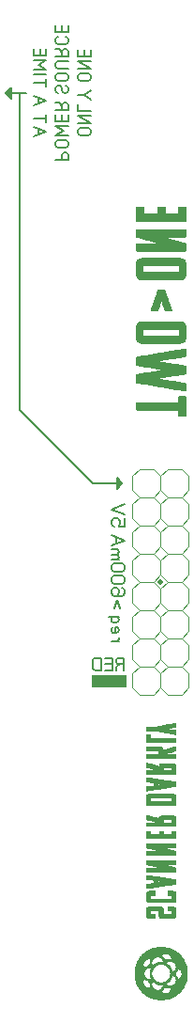
<source format=gbr>
%FSLAX34Y34*%
%MOMM*%
%LNSILK_BOTTOM_*%
G71*
G01*
%ADD10C, 0.10*%
%ADD11C, 0.50*%
%ADD12C, 0.00*%
%ADD13C, 0.20*%
%ADD14C, 0.21*%
%LPD*%
G54D10*
X71500Y571600D02*
X77800Y565300D01*
X77800Y552500D01*
X71500Y546200D01*
X58700Y546200D01*
X52400Y552500D01*
X52400Y565300D01*
X58700Y571600D01*
X71500Y571600D01*
G54D10*
X46100Y571600D02*
X52400Y565300D01*
X52400Y552500D01*
X46100Y546200D01*
X33300Y546200D01*
X27000Y552500D01*
X27000Y565300D01*
X33300Y571600D01*
X46100Y571600D01*
G54D10*
X71500Y546200D02*
X77800Y539900D01*
X77800Y527100D01*
X71500Y520800D01*
X58700Y520800D01*
X52400Y527100D01*
X52400Y539900D01*
X58700Y546200D01*
X71500Y546200D01*
G54D10*
X46100Y546200D02*
X52400Y539900D01*
X52400Y527100D01*
X46100Y520800D01*
X33300Y520800D01*
X27000Y527100D01*
X27000Y539900D01*
X33300Y546200D01*
X46100Y546200D01*
G54D10*
X71500Y520800D02*
X77800Y514500D01*
X77800Y501700D01*
X71500Y495400D01*
X58700Y495400D01*
X52400Y501700D01*
X52400Y514500D01*
X58700Y520800D01*
X71500Y520800D01*
G54D10*
X46100Y520800D02*
X52400Y514500D01*
X52400Y501700D01*
X46100Y495400D01*
X33300Y495400D01*
X27000Y501700D01*
X27000Y514500D01*
X33300Y520800D01*
X46100Y520800D01*
G54D10*
X71500Y495400D02*
X77800Y489100D01*
X77800Y476300D01*
X71500Y470000D01*
X58700Y470000D01*
X52400Y476300D01*
X52400Y489100D01*
X58700Y495400D01*
X71500Y495400D01*
G54D10*
X46100Y495400D02*
X52400Y489100D01*
X52400Y476300D01*
X46100Y470000D01*
X33300Y470000D01*
X27000Y476300D01*
X27000Y489100D01*
X33300Y495400D01*
X46100Y495400D01*
G54D10*
X71500Y470000D02*
X77800Y463700D01*
X77800Y450900D01*
X71500Y444600D01*
X58700Y444600D01*
X52400Y450900D01*
X52400Y463700D01*
X58700Y470000D01*
X71500Y470000D01*
G54D10*
X46100Y470000D02*
X52400Y463700D01*
X52400Y450900D01*
X46100Y444600D01*
X33300Y444600D01*
X27000Y450900D01*
X27000Y463700D01*
X33300Y470000D01*
X46100Y470000D01*
G54D10*
X71500Y444600D02*
X77800Y438300D01*
X77800Y425500D01*
X71500Y419200D01*
X58700Y419200D01*
X52400Y425500D01*
X52400Y438300D01*
X58700Y444600D01*
X71500Y444600D01*
G54D10*
X46100Y444600D02*
X52400Y438300D01*
X52400Y425500D01*
X46100Y419200D01*
X33300Y419200D01*
X27000Y425500D01*
X27000Y438300D01*
X33300Y444600D01*
X46100Y444600D01*
G54D10*
X71500Y419200D02*
X77800Y412900D01*
X77800Y400100D01*
X71500Y393800D01*
X58700Y393800D01*
X52400Y400100D01*
X52400Y412900D01*
X58700Y419200D01*
X71500Y419200D01*
G54D10*
X46100Y419200D02*
X52400Y412900D01*
X52400Y400100D01*
X46100Y393800D01*
X33300Y393800D01*
X27000Y400100D01*
X27000Y412900D01*
X33300Y419200D01*
X46100Y419200D01*
G54D10*
X71500Y393800D02*
X77800Y387500D01*
X77800Y374700D01*
X71500Y368400D01*
X58700Y368400D01*
X52400Y374700D01*
X52400Y387500D01*
X58700Y393800D01*
X71500Y393800D01*
G54D10*
X46100Y393800D02*
X52400Y387500D01*
X52400Y374700D01*
X46100Y368400D01*
X33300Y368400D01*
X27000Y374700D01*
X27000Y387500D01*
X33300Y393800D01*
X46100Y393800D01*
X52403Y470000D02*
G54D11*
D03*
G36*
X76095Y115618D02*
X75841Y115618D01*
X75841Y114094D01*
X75841Y113078D01*
X75587Y113078D01*
X75587Y112316D01*
X75333Y112316D01*
X75333Y111554D01*
X75333Y111046D01*
X75079Y111046D01*
X75079Y110284D01*
X74825Y110284D01*
X74825Y109776D01*
X74825Y109522D01*
X74571Y109522D01*
X74571Y109014D01*
X74317Y109014D01*
X74317Y108506D01*
X74317Y107998D01*
X74063Y107998D01*
X74063Y107744D01*
X73809Y107744D01*
X73809Y107490D01*
X73809Y106982D01*
X73555Y106982D01*
X73555Y106474D01*
X73301Y106474D01*
X73301Y105966D01*
X73047Y105966D01*
X73047Y105712D01*
X72793Y105712D01*
X72793Y105458D01*
X72793Y105204D01*
X72539Y105204D01*
X72539Y104950D01*
X72285Y104950D01*
X72285Y104442D01*
X72031Y104442D01*
X72031Y103934D01*
X71777Y103934D01*
X71777Y103680D01*
X71523Y103680D01*
X71523Y103426D01*
X71269Y103426D01*
X71269Y117904D01*
X71269Y118666D01*
X71015Y118666D01*
X71015Y119174D01*
X70761Y119174D01*
X70761Y119682D01*
X70761Y119936D01*
X70507Y119936D01*
X70507Y120190D01*
X70253Y120190D01*
X70253Y120444D01*
X70253Y120698D01*
X69999Y120698D01*
X69745Y120698D01*
X69745Y120952D01*
X69745Y121206D01*
X69491Y121206D01*
X69237Y121206D01*
X69237Y121460D01*
X69237Y121714D01*
X68983Y121714D01*
X68729Y121714D01*
X68729Y121968D01*
X68475Y121968D01*
X68475Y122222D01*
X68221Y122222D01*
X67713Y122222D01*
X67459Y122222D01*
X67459Y121460D01*
X67205Y121460D01*
X67205Y121206D01*
X67205Y120698D01*
X66951Y120698D01*
X66951Y120444D01*
X66697Y120444D01*
X66697Y120190D01*
X66697Y119936D01*
X66443Y119936D01*
X66443Y119682D01*
X66189Y119682D01*
X66189Y124254D01*
X65935Y124254D01*
X65935Y125016D01*
X65681Y125016D01*
X65681Y125524D01*
X65681Y125778D01*
X65427Y125778D01*
X65427Y126286D01*
X65173Y126286D01*
X65173Y126794D01*
X64919Y126794D01*
X64665Y126794D01*
X64665Y127048D01*
X64665Y127302D01*
X64411Y127302D01*
X64157Y127302D01*
X64157Y127556D01*
X64157Y127810D01*
X63903Y127810D01*
X63649Y127810D01*
X63649Y128064D01*
X63395Y128064D01*
X63395Y128318D01*
X63141Y128318D01*
X62633Y128318D01*
X62633Y128572D01*
X62379Y128572D01*
X62379Y128826D01*
X62125Y128826D01*
X62125Y131112D01*
X62125Y131874D01*
X61871Y131874D01*
X61871Y132128D01*
X61617Y132128D01*
X61617Y132636D01*
X61617Y132890D01*
X61363Y132890D01*
X61363Y133144D01*
X61109Y133144D01*
X61109Y133398D01*
X61109Y133652D01*
X60855Y133652D01*
X60855Y133906D01*
X60601Y133906D01*
X60601Y134160D01*
X60347Y134160D01*
X60347Y134414D01*
X60093Y134414D01*
X60093Y134668D01*
X59585Y134668D01*
X59585Y134922D01*
X59077Y134922D01*
X59077Y135176D01*
X58823Y135176D01*
X58823Y135430D01*
X58315Y135430D01*
X57807Y135430D01*
X57807Y135684D01*
X55775Y135684D01*
X55775Y135430D01*
X55013Y135430D01*
X54759Y135430D01*
X54759Y135176D01*
X54505Y135176D01*
X54505Y134922D01*
X53997Y134922D01*
X53997Y134668D01*
X53489Y134668D01*
X53489Y134414D01*
X53235Y134414D01*
X53235Y134160D01*
X52981Y134160D01*
X52981Y133906D01*
X52727Y133906D01*
X52727Y133652D01*
X52473Y133652D01*
X52473Y141272D01*
X52981Y141272D01*
X52981Y141018D01*
X55521Y141018D01*
X56537Y141018D01*
X56537Y140764D01*
X57553Y140764D01*
X57553Y140510D01*
X58061Y140510D01*
X58823Y140510D01*
X58823Y140256D01*
X59331Y140256D01*
X59331Y140002D01*
X60093Y140002D01*
X60601Y140002D01*
X60601Y139748D01*
X60855Y139748D01*
X60855Y139494D01*
X61363Y139494D01*
X61617Y139494D01*
X61617Y139240D01*
X62125Y139240D01*
X62125Y138986D01*
X62633Y138986D01*
X62887Y138986D01*
X62887Y138732D01*
X63141Y138732D01*
X63141Y138478D01*
X63649Y138478D01*
X63903Y138478D01*
X63903Y138224D01*
X64157Y138224D01*
X64157Y137970D01*
X64411Y137970D01*
X64665Y137970D01*
X64665Y137716D01*
X65173Y137716D01*
X65173Y137462D01*
X65681Y137462D01*
X65681Y137208D01*
X65681Y136954D01*
X66189Y136954D01*
X66189Y136700D01*
X66443Y136700D01*
X66443Y136446D01*
X66697Y136446D01*
X66951Y136446D01*
X66951Y136192D01*
X67205Y136192D01*
X67205Y135938D01*
X67459Y135938D01*
X67713Y135938D01*
X67713Y135684D01*
X67713Y135430D01*
X67967Y135430D01*
X68221Y135430D01*
X68221Y135176D01*
X68475Y135176D01*
X68475Y134922D01*
X68729Y134922D01*
X68729Y134668D01*
X68983Y134668D01*
X68983Y134414D01*
X69237Y134414D01*
X69237Y134160D01*
X69491Y134160D01*
X69491Y133906D01*
X69745Y133906D01*
X69745Y133652D01*
X69999Y133652D01*
X69999Y133398D01*
X70253Y133398D01*
X70253Y133144D01*
X70253Y132890D01*
X70507Y132890D01*
X70761Y132890D01*
X70761Y132636D01*
X70761Y132382D01*
X71015Y132382D01*
X71015Y132128D01*
X71269Y132128D01*
X71269Y131874D01*
X71523Y131874D01*
X71523Y131366D01*
X71777Y131366D01*
X71777Y130858D01*
X72031Y130858D01*
X72285Y130858D01*
X72285Y130350D01*
X72539Y130350D01*
X72539Y129842D01*
X72793Y129842D01*
X72793Y129588D01*
X72793Y129334D01*
X73047Y129334D01*
X73047Y129080D01*
X73301Y129080D01*
X73301Y128826D01*
X73301Y128318D01*
X73555Y128318D01*
X73555Y128064D01*
X73809Y128064D01*
X73809Y127810D01*
X73809Y127302D01*
X74063Y127302D01*
X74063Y127048D01*
X74317Y127048D01*
X74317Y126540D01*
X74317Y126286D01*
X74571Y126286D01*
X74571Y125778D01*
X74825Y125778D01*
X74825Y125270D01*
X74825Y124762D01*
X75079Y124762D01*
X75079Y124254D01*
X75333Y124254D01*
X75333Y123492D01*
X75333Y122730D01*
X75587Y122730D01*
X75587Y121968D01*
X75841Y121968D01*
X75841Y120952D01*
X75841Y119174D01*
X76095Y119174D01*
X76095Y115618D01*
G37*
G54D12*
X76095Y115618D02*
X75841Y115618D01*
X75841Y114094D01*
X75841Y113078D01*
X75587Y113078D01*
X75587Y112316D01*
X75333Y112316D01*
X75333Y111554D01*
X75333Y111046D01*
X75079Y111046D01*
X75079Y110284D01*
X74825Y110284D01*
X74825Y109776D01*
X74825Y109522D01*
X74571Y109522D01*
X74571Y109014D01*
X74317Y109014D01*
X74317Y108506D01*
X74317Y107998D01*
X74063Y107998D01*
X74063Y107744D01*
X73809Y107744D01*
X73809Y107490D01*
X73809Y106982D01*
X73555Y106982D01*
X73555Y106474D01*
X73301Y106474D01*
X73301Y105966D01*
X73047Y105966D01*
X73047Y105712D01*
X72793Y105712D01*
X72793Y105458D01*
X72793Y105204D01*
X72539Y105204D01*
X72539Y104950D01*
X72285Y104950D01*
X72285Y104442D01*
X72031Y104442D01*
X72031Y103934D01*
X71777Y103934D01*
X71777Y103680D01*
X71523Y103680D01*
X71523Y103426D01*
X71269Y103426D01*
X71269Y117904D01*
X71269Y118666D01*
X71015Y118666D01*
X71015Y119174D01*
X70761Y119174D01*
X70761Y119682D01*
X70761Y119936D01*
X70507Y119936D01*
X70507Y120190D01*
X70253Y120190D01*
X70253Y120444D01*
X70253Y120698D01*
X69999Y120698D01*
X69745Y120698D01*
X69745Y120952D01*
X69745Y121206D01*
X69491Y121206D01*
X69237Y121206D01*
X69237Y121460D01*
X69237Y121714D01*
X68983Y121714D01*
X68729Y121714D01*
X68729Y121968D01*
X68475Y121968D01*
X68475Y122222D01*
X68221Y122222D01*
X67713Y122222D01*
X67459Y122222D01*
X67459Y121460D01*
X67205Y121460D01*
X67205Y121206D01*
X67205Y120698D01*
X66951Y120698D01*
X66951Y120444D01*
X66697Y120444D01*
X66697Y120190D01*
X66697Y119936D01*
X66443Y119936D01*
X66443Y119682D01*
X66189Y119682D01*
X66189Y124254D01*
X65935Y124254D01*
X65935Y125016D01*
X65681Y125016D01*
X65681Y125524D01*
X65681Y125778D01*
X65427Y125778D01*
X65427Y126286D01*
X65173Y126286D01*
X65173Y126794D01*
X64919Y126794D01*
X64665Y126794D01*
X64665Y127048D01*
X64665Y127302D01*
X64411Y127302D01*
X64157Y127302D01*
X64157Y127556D01*
X64157Y127810D01*
X63903Y127810D01*
X63649Y127810D01*
X63649Y128064D01*
X63395Y128064D01*
X63395Y128318D01*
X63141Y128318D01*
X62633Y128318D01*
X62633Y128572D01*
X62379Y128572D01*
X62379Y128826D01*
X62125Y128826D01*
X62125Y131112D01*
X62125Y131874D01*
X61871Y131874D01*
X61871Y132128D01*
X61617Y132128D01*
X61617Y132636D01*
X61617Y132890D01*
X61363Y132890D01*
X61363Y133144D01*
X61109Y133144D01*
X61109Y133398D01*
X61109Y133652D01*
X60855Y133652D01*
X60855Y133906D01*
X60601Y133906D01*
X60601Y134160D01*
X60347Y134160D01*
X60347Y134414D01*
X60093Y134414D01*
X60093Y134668D01*
X59585Y134668D01*
X59585Y134922D01*
X59077Y134922D01*
X59077Y135176D01*
X58823Y135176D01*
X58823Y135430D01*
X58315Y135430D01*
X57807Y135430D01*
X57807Y135684D01*
X55775Y135684D01*
X55775Y135430D01*
X55013Y135430D01*
X54759Y135430D01*
X54759Y135176D01*
X54505Y135176D01*
X54505Y134922D01*
X53997Y134922D01*
X53997Y134668D01*
X53489Y134668D01*
X53489Y134414D01*
X53235Y134414D01*
X53235Y134160D01*
X52981Y134160D01*
X52981Y133906D01*
X52727Y133906D01*
X52727Y133652D01*
X52473Y133652D01*
X52473Y141272D01*
X52981Y141272D01*
X52981Y141018D01*
X55521Y141018D01*
X56537Y141018D01*
X56537Y140764D01*
X57553Y140764D01*
X57553Y140510D01*
X58061Y140510D01*
X58823Y140510D01*
X58823Y140256D01*
X59331Y140256D01*
X59331Y140002D01*
X60093Y140002D01*
X60601Y140002D01*
X60601Y139748D01*
X60855Y139748D01*
X60855Y139494D01*
X61363Y139494D01*
X61617Y139494D01*
X61617Y139240D01*
X62125Y139240D01*
X62125Y138986D01*
X62633Y138986D01*
X62887Y138986D01*
X62887Y138732D01*
X63141Y138732D01*
X63141Y138478D01*
X63649Y138478D01*
X63903Y138478D01*
X63903Y138224D01*
X64157Y138224D01*
X64157Y137970D01*
X64411Y137970D01*
X64665Y137970D01*
X64665Y137716D01*
X65173Y137716D01*
X65173Y137462D01*
X65681Y137462D01*
X65681Y137208D01*
X65681Y136954D01*
X66189Y136954D01*
X66189Y136700D01*
X66443Y136700D01*
X66443Y136446D01*
X66697Y136446D01*
X66951Y136446D01*
X66951Y136192D01*
X67205Y136192D01*
X67205Y135938D01*
X67459Y135938D01*
X67713Y135938D01*
X67713Y135684D01*
X67713Y135430D01*
X67967Y135430D01*
X68221Y135430D01*
X68221Y135176D01*
X68475Y135176D01*
X68475Y134922D01*
X68729Y134922D01*
X68729Y134668D01*
X68983Y134668D01*
X68983Y134414D01*
X69237Y134414D01*
X69237Y134160D01*
X69491Y134160D01*
X69491Y133906D01*
X69745Y133906D01*
X69745Y133652D01*
X69999Y133652D01*
X69999Y133398D01*
X70253Y133398D01*
X70253Y133144D01*
X70253Y132890D01*
X70507Y132890D01*
X70761Y132890D01*
X70761Y132636D01*
X70761Y132382D01*
X71015Y132382D01*
X71015Y132128D01*
X71269Y132128D01*
X71269Y131874D01*
X71523Y131874D01*
X71523Y131366D01*
X71777Y131366D01*
X71777Y130858D01*
X72031Y130858D01*
X72285Y130858D01*
X72285Y130350D01*
X72539Y130350D01*
X72539Y129842D01*
X72793Y129842D01*
X72793Y129588D01*
X72793Y129334D01*
X73047Y129334D01*
X73047Y129080D01*
X73301Y129080D01*
X73301Y128826D01*
X73301Y128318D01*
X73555Y128318D01*
X73555Y128064D01*
X73809Y128064D01*
X73809Y127810D01*
X73809Y127302D01*
X74063Y127302D01*
X74063Y127048D01*
X74317Y127048D01*
X74317Y126540D01*
X74317Y126286D01*
X74571Y126286D01*
X74571Y125778D01*
X74825Y125778D01*
X74825Y125270D01*
X74825Y124762D01*
X75079Y124762D01*
X75079Y124254D01*
X75333Y124254D01*
X75333Y123492D01*
X75333Y122730D01*
X75587Y122730D01*
X75587Y121968D01*
X75841Y121968D01*
X75841Y120952D01*
X75841Y119174D01*
X76095Y119174D01*
X76095Y115618D01*
G36*
X71269Y103172D02*
X71269Y102918D01*
X71015Y102918D01*
X71015Y102664D01*
X70761Y102664D01*
X70761Y102410D01*
X70507Y102410D01*
X70507Y102156D01*
X70253Y102156D01*
X70253Y101902D01*
X70253Y101648D01*
X69999Y101648D01*
X69999Y101394D01*
X69745Y101394D01*
X69745Y101140D01*
X69491Y101140D01*
X69491Y100886D01*
X69237Y100886D01*
X69237Y100632D01*
X68983Y100632D01*
X68983Y100378D01*
X68729Y100378D01*
X68729Y100124D01*
X68475Y100124D01*
X68475Y99870D01*
X68221Y99870D01*
X68221Y99616D01*
X67713Y99616D01*
X67713Y99362D01*
X67459Y99362D01*
X67459Y99108D01*
X67205Y99108D01*
X67205Y98854D01*
X66951Y98854D01*
X66697Y98854D01*
X66697Y98600D01*
X66697Y98346D01*
X66189Y98346D01*
X66189Y112570D01*
X65935Y112570D01*
X65935Y113078D01*
X65681Y113078D01*
X65681Y113586D01*
X65681Y115618D01*
X65681Y115364D01*
X66189Y115364D01*
X66189Y115110D01*
X66443Y115110D01*
X66443Y114602D01*
X66697Y114602D01*
X66697Y114094D01*
X66951Y114094D01*
X67205Y114094D01*
X67205Y113586D01*
X67205Y113078D01*
X67459Y113078D01*
X67459Y112570D01*
X67713Y112570D01*
X67713Y112316D01*
X67967Y112316D01*
X67967Y112570D01*
X68221Y112570D01*
X68729Y112570D01*
X68729Y112824D01*
X68729Y113078D01*
X69237Y113078D01*
X69237Y113332D01*
X69491Y113332D01*
X69491Y113586D01*
X69745Y113586D01*
X69745Y113840D01*
X69999Y113840D01*
X69999Y114094D01*
X70253Y114094D01*
X70253Y114602D01*
X70507Y114602D01*
X70761Y114602D01*
X70761Y115110D01*
X70761Y115364D01*
X71015Y115364D01*
X71015Y115872D01*
X71269Y115872D01*
X71269Y116634D01*
X71269Y103172D01*
G37*
G54D12*
X71269Y103172D02*
X71269Y102918D01*
X71015Y102918D01*
X71015Y102664D01*
X70761Y102664D01*
X70761Y102410D01*
X70507Y102410D01*
X70507Y102156D01*
X70253Y102156D01*
X70253Y101902D01*
X70253Y101648D01*
X69999Y101648D01*
X69999Y101394D01*
X69745Y101394D01*
X69745Y101140D01*
X69491Y101140D01*
X69491Y100886D01*
X69237Y100886D01*
X69237Y100632D01*
X68983Y100632D01*
X68983Y100378D01*
X68729Y100378D01*
X68729Y100124D01*
X68475Y100124D01*
X68475Y99870D01*
X68221Y99870D01*
X68221Y99616D01*
X67713Y99616D01*
X67713Y99362D01*
X67459Y99362D01*
X67459Y99108D01*
X67205Y99108D01*
X67205Y98854D01*
X66951Y98854D01*
X66697Y98854D01*
X66697Y98600D01*
X66697Y98346D01*
X66189Y98346D01*
X66189Y112570D01*
X65935Y112570D01*
X65935Y113078D01*
X65681Y113078D01*
X65681Y113586D01*
X65681Y115618D01*
X65681Y115364D01*
X66189Y115364D01*
X66189Y115110D01*
X66443Y115110D01*
X66443Y114602D01*
X66697Y114602D01*
X66697Y114094D01*
X66951Y114094D01*
X67205Y114094D01*
X67205Y113586D01*
X67205Y113078D01*
X67459Y113078D01*
X67459Y112570D01*
X67713Y112570D01*
X67713Y112316D01*
X67967Y112316D01*
X67967Y112570D01*
X68221Y112570D01*
X68729Y112570D01*
X68729Y112824D01*
X68729Y113078D01*
X69237Y113078D01*
X69237Y113332D01*
X69491Y113332D01*
X69491Y113586D01*
X69745Y113586D01*
X69745Y113840D01*
X69999Y113840D01*
X69999Y114094D01*
X70253Y114094D01*
X70253Y114602D01*
X70507Y114602D01*
X70761Y114602D01*
X70761Y115110D01*
X70761Y115364D01*
X71015Y115364D01*
X71015Y115872D01*
X71269Y115872D01*
X71269Y116634D01*
X71269Y103172D01*
G36*
X66189Y98092D02*
X65935Y98092D01*
X65935Y97838D01*
X65681Y97838D01*
X65427Y97838D01*
X65427Y97584D01*
X65173Y97584D01*
X65173Y97330D01*
X64665Y97330D01*
X64665Y97076D01*
X64157Y97076D01*
X64157Y96822D01*
X63903Y96822D01*
X63649Y96822D01*
X63649Y96568D01*
X63141Y96568D01*
X63141Y96314D01*
X62887Y96314D01*
X62633Y96314D01*
X62633Y96060D01*
X62125Y96060D01*
X62125Y95806D01*
X61871Y95806D01*
X61871Y104696D01*
X61617Y104696D01*
X61617Y104442D01*
X60347Y104442D01*
X60347Y104696D01*
X59585Y104696D01*
X59585Y104950D01*
X59077Y104950D01*
X58569Y104950D01*
X58569Y105204D01*
X58315Y105204D01*
X58315Y105458D01*
X57553Y105458D01*
X57553Y105204D01*
X57299Y105204D01*
X57299Y104950D01*
X57045Y104950D01*
X56537Y104950D01*
X56537Y104696D01*
X56283Y104696D01*
X56283Y108506D01*
X56537Y108506D01*
X56537Y108252D01*
X56537Y107998D01*
X56791Y107998D01*
X56791Y107744D01*
X57045Y107744D01*
X57045Y107490D01*
X57553Y107490D01*
X57553Y107236D01*
X57553Y106982D01*
X57807Y106982D01*
X58061Y106982D01*
X58061Y106728D01*
X58569Y106728D01*
X58569Y106474D01*
X58823Y106474D01*
X59585Y106474D01*
X59585Y106220D01*
X61871Y106220D01*
X61871Y106474D01*
X62379Y106474D01*
X62887Y106474D01*
X62887Y106728D01*
X63141Y106728D01*
X63141Y106982D01*
X63395Y106982D01*
X63649Y106982D01*
X63649Y107236D01*
X63903Y107236D01*
X63903Y107490D01*
X64157Y107490D01*
X64157Y107744D01*
X64411Y107744D01*
X64411Y107998D01*
X64665Y107998D01*
X64665Y108252D01*
X64919Y108252D01*
X64919Y108506D01*
X65173Y108506D01*
X65173Y108760D01*
X65173Y109014D01*
X65427Y109014D01*
X65427Y109268D01*
X65681Y109268D01*
X65681Y109522D01*
X65681Y110030D01*
X65935Y110030D01*
X65935Y110792D01*
X66189Y110792D01*
X66189Y98092D01*
G37*
G54D12*
X66189Y98092D02*
X65935Y98092D01*
X65935Y97838D01*
X65681Y97838D01*
X65427Y97838D01*
X65427Y97584D01*
X65173Y97584D01*
X65173Y97330D01*
X64665Y97330D01*
X64665Y97076D01*
X64157Y97076D01*
X64157Y96822D01*
X63903Y96822D01*
X63649Y96822D01*
X63649Y96568D01*
X63141Y96568D01*
X63141Y96314D01*
X62887Y96314D01*
X62633Y96314D01*
X62633Y96060D01*
X62125Y96060D01*
X62125Y95806D01*
X61871Y95806D01*
X61871Y104696D01*
X61617Y104696D01*
X61617Y104442D01*
X60347Y104442D01*
X60347Y104696D01*
X59585Y104696D01*
X59585Y104950D01*
X59077Y104950D01*
X58569Y104950D01*
X58569Y105204D01*
X58315Y105204D01*
X58315Y105458D01*
X57553Y105458D01*
X57553Y105204D01*
X57299Y105204D01*
X57299Y104950D01*
X57045Y104950D01*
X56537Y104950D01*
X56537Y104696D01*
X56283Y104696D01*
X56283Y108506D01*
X56537Y108506D01*
X56537Y108252D01*
X56537Y107998D01*
X56791Y107998D01*
X56791Y107744D01*
X57045Y107744D01*
X57045Y107490D01*
X57553Y107490D01*
X57553Y107236D01*
X57553Y106982D01*
X57807Y106982D01*
X58061Y106982D01*
X58061Y106728D01*
X58569Y106728D01*
X58569Y106474D01*
X58823Y106474D01*
X59585Y106474D01*
X59585Y106220D01*
X61871Y106220D01*
X61871Y106474D01*
X62379Y106474D01*
X62887Y106474D01*
X62887Y106728D01*
X63141Y106728D01*
X63141Y106982D01*
X63395Y106982D01*
X63649Y106982D01*
X63649Y107236D01*
X63903Y107236D01*
X63903Y107490D01*
X64157Y107490D01*
X64157Y107744D01*
X64411Y107744D01*
X64411Y107998D01*
X64665Y107998D01*
X64665Y108252D01*
X64919Y108252D01*
X64919Y108506D01*
X65173Y108506D01*
X65173Y108760D01*
X65173Y109014D01*
X65427Y109014D01*
X65427Y109268D01*
X65681Y109268D01*
X65681Y109522D01*
X65681Y110030D01*
X65935Y110030D01*
X65935Y110792D01*
X66189Y110792D01*
X66189Y98092D01*
G36*
X66189Y119428D02*
X65935Y119428D01*
X65935Y119174D01*
X65681Y119174D01*
X65681Y121714D01*
X65681Y122222D01*
X65935Y122222D01*
X65935Y122730D01*
X66189Y122730D01*
X66189Y119428D01*
G37*
G54D12*
X66189Y119428D02*
X65935Y119428D01*
X65935Y119174D01*
X65681Y119174D01*
X65681Y121714D01*
X65681Y122222D01*
X65935Y122222D01*
X65935Y122730D01*
X66189Y122730D01*
X66189Y119428D01*
G36*
X65681Y116126D02*
X65681Y118666D01*
X65681Y116126D01*
G37*
G54D12*
X65681Y116126D02*
X65681Y118666D01*
X65681Y116126D01*
G36*
X65681Y113840D02*
X65427Y113840D01*
X65427Y121206D01*
X65681Y121206D01*
X65681Y113840D01*
G37*
G54D12*
X65681Y113840D02*
X65427Y113840D01*
X65427Y121206D01*
X65681Y121206D01*
X65681Y113840D01*
G36*
X65681Y113840D02*
X65427Y113840D01*
X65427Y121206D01*
X65681Y121206D01*
X65681Y113840D01*
G37*
G54D12*
X65681Y113840D02*
X65427Y113840D01*
X65427Y121206D01*
X65681Y121206D01*
X65681Y113840D01*
G36*
X65681Y113840D02*
X65427Y113840D01*
X65427Y121206D01*
X65681Y121206D01*
X65681Y113840D01*
G37*
G54D12*
X65681Y113840D02*
X65427Y113840D01*
X65427Y121206D01*
X65681Y121206D01*
X65681Y113840D01*
G36*
X65427Y114094D02*
X65173Y114094D01*
X65173Y114602D01*
X64919Y114602D01*
X64919Y114856D01*
X64665Y114856D01*
X64665Y115110D01*
X64411Y115110D01*
X64411Y115364D01*
X64157Y115364D01*
X64157Y115618D01*
X63903Y115618D01*
X63903Y115872D01*
X63649Y115872D01*
X63649Y116126D01*
X63395Y116126D01*
X63141Y116126D01*
X63141Y116380D01*
X62887Y116380D01*
X62887Y116634D01*
X62125Y116634D01*
X62125Y115618D01*
X62125Y114602D01*
X61871Y114602D01*
X61871Y113840D01*
X61617Y113840D01*
X61617Y113586D01*
X61617Y113078D01*
X61363Y113078D01*
X61363Y112570D01*
X61109Y112570D01*
X61109Y112316D01*
X61109Y118666D01*
X60855Y118666D01*
X60855Y119428D01*
X60601Y119428D01*
X60601Y119936D01*
X60601Y120444D01*
X60347Y120444D01*
X60347Y120952D01*
X60093Y120952D01*
X60093Y121206D01*
X60093Y121714D01*
X59839Y121714D01*
X59585Y121714D01*
X59585Y122222D01*
X59331Y122222D01*
X59331Y122730D01*
X59077Y122730D01*
X59077Y122984D01*
X58823Y122984D01*
X58823Y123238D01*
X58569Y123238D01*
X58569Y123492D01*
X58315Y123492D01*
X58315Y123746D01*
X58061Y123746D01*
X58061Y124000D01*
X57807Y124000D01*
X57807Y124254D01*
X57553Y124254D01*
X57553Y124508D01*
X57045Y124508D01*
X57045Y124762D01*
X56537Y124762D01*
X56537Y125016D01*
X56283Y125016D01*
X56283Y126794D01*
X56537Y126794D01*
X56537Y126540D01*
X56537Y126286D01*
X57045Y126286D01*
X57553Y126286D01*
X57553Y126032D01*
X57807Y126032D01*
X57807Y125778D01*
X58061Y125778D01*
X58315Y125778D01*
X58315Y125524D01*
X58569Y125524D01*
X58569Y125270D01*
X58823Y125270D01*
X59077Y125270D01*
X59077Y125016D01*
X59331Y125016D01*
X59331Y124762D01*
X59585Y124762D01*
X59585Y124508D01*
X59839Y124508D01*
X59839Y124254D01*
X60093Y124254D01*
X60093Y124000D01*
X60347Y124000D01*
X60347Y123746D01*
X60601Y123746D01*
X60601Y123492D01*
X60601Y123238D01*
X60855Y123238D01*
X60855Y122984D01*
X61109Y122984D01*
X61109Y122730D01*
X61109Y122476D01*
X61363Y122476D01*
X61363Y122222D01*
X61617Y122222D01*
X61617Y121714D01*
X61617Y121206D01*
X61871Y121206D01*
X61871Y120444D01*
X62125Y120444D01*
X62125Y119428D01*
X62125Y118666D01*
X62379Y118666D01*
X62379Y118412D01*
X62633Y118412D01*
X62633Y118666D01*
X62887Y118666D01*
X63141Y118666D01*
X63141Y118920D01*
X63649Y118920D01*
X63649Y119174D01*
X64157Y119174D01*
X64157Y119428D01*
X64157Y119682D01*
X64411Y119682D01*
X64665Y119682D01*
X64665Y119936D01*
X64665Y120190D01*
X64919Y120190D01*
X64919Y120444D01*
X65173Y120444D01*
X65173Y120698D01*
X65173Y120952D01*
X65427Y120952D01*
X65427Y114094D01*
G37*
G54D12*
X65427Y114094D02*
X65173Y114094D01*
X65173Y114602D01*
X64919Y114602D01*
X64919Y114856D01*
X64665Y114856D01*
X64665Y115110D01*
X64411Y115110D01*
X64411Y115364D01*
X64157Y115364D01*
X64157Y115618D01*
X63903Y115618D01*
X63903Y115872D01*
X63649Y115872D01*
X63649Y116126D01*
X63395Y116126D01*
X63141Y116126D01*
X63141Y116380D01*
X62887Y116380D01*
X62887Y116634D01*
X62125Y116634D01*
X62125Y115618D01*
X62125Y114602D01*
X61871Y114602D01*
X61871Y113840D01*
X61617Y113840D01*
X61617Y113586D01*
X61617Y113078D01*
X61363Y113078D01*
X61363Y112570D01*
X61109Y112570D01*
X61109Y112316D01*
X61109Y118666D01*
X60855Y118666D01*
X60855Y119428D01*
X60601Y119428D01*
X60601Y119936D01*
X60601Y120444D01*
X60347Y120444D01*
X60347Y120952D01*
X60093Y120952D01*
X60093Y121206D01*
X60093Y121714D01*
X59839Y121714D01*
X59585Y121714D01*
X59585Y122222D01*
X59331Y122222D01*
X59331Y122730D01*
X59077Y122730D01*
X59077Y122984D01*
X58823Y122984D01*
X58823Y123238D01*
X58569Y123238D01*
X58569Y123492D01*
X58315Y123492D01*
X58315Y123746D01*
X58061Y123746D01*
X58061Y124000D01*
X57807Y124000D01*
X57807Y124254D01*
X57553Y124254D01*
X57553Y124508D01*
X57045Y124508D01*
X57045Y124762D01*
X56537Y124762D01*
X56537Y125016D01*
X56283Y125016D01*
X56283Y126794D01*
X56537Y126794D01*
X56537Y126540D01*
X56537Y126286D01*
X57045Y126286D01*
X57553Y126286D01*
X57553Y126032D01*
X57807Y126032D01*
X57807Y125778D01*
X58061Y125778D01*
X58315Y125778D01*
X58315Y125524D01*
X58569Y125524D01*
X58569Y125270D01*
X58823Y125270D01*
X59077Y125270D01*
X59077Y125016D01*
X59331Y125016D01*
X59331Y124762D01*
X59585Y124762D01*
X59585Y124508D01*
X59839Y124508D01*
X59839Y124254D01*
X60093Y124254D01*
X60093Y124000D01*
X60347Y124000D01*
X60347Y123746D01*
X60601Y123746D01*
X60601Y123492D01*
X60601Y123238D01*
X60855Y123238D01*
X60855Y122984D01*
X61109Y122984D01*
X61109Y122730D01*
X61109Y122476D01*
X61363Y122476D01*
X61363Y122222D01*
X61617Y122222D01*
X61617Y121714D01*
X61617Y121206D01*
X61871Y121206D01*
X61871Y120444D01*
X62125Y120444D01*
X62125Y119428D01*
X62125Y118666D01*
X62379Y118666D01*
X62379Y118412D01*
X62633Y118412D01*
X62633Y118666D01*
X62887Y118666D01*
X63141Y118666D01*
X63141Y118920D01*
X63649Y118920D01*
X63649Y119174D01*
X64157Y119174D01*
X64157Y119428D01*
X64157Y119682D01*
X64411Y119682D01*
X64665Y119682D01*
X64665Y119936D01*
X64665Y120190D01*
X64919Y120190D01*
X64919Y120444D01*
X65173Y120444D01*
X65173Y120698D01*
X65173Y120952D01*
X65427Y120952D01*
X65427Y114094D01*
G36*
X62125Y128826D02*
X61617Y128826D01*
X59585Y128826D01*
X59077Y128826D01*
X59077Y128572D01*
X58569Y128572D01*
X58569Y128318D01*
X58061Y128318D01*
X58061Y128064D01*
X57553Y128064D01*
X57553Y127810D01*
X57299Y127810D01*
X57299Y127556D01*
X57045Y127556D01*
X57045Y127302D01*
X56791Y127302D01*
X56791Y127048D01*
X56537Y127048D01*
X56537Y126794D01*
X56283Y126794D01*
X56283Y130350D01*
X57045Y130350D01*
X57045Y130096D01*
X57299Y130096D01*
X57299Y129842D01*
X57807Y129842D01*
X58061Y129842D01*
X58061Y129588D01*
X58569Y129588D01*
X58569Y129842D01*
X59077Y129842D01*
X59331Y129842D01*
X59331Y130096D01*
X59839Y130096D01*
X59839Y130350D01*
X60601Y130350D01*
X62125Y130350D01*
X62125Y128826D01*
G37*
G54D12*
X62125Y128826D02*
X61617Y128826D01*
X59585Y128826D01*
X59077Y128826D01*
X59077Y128572D01*
X58569Y128572D01*
X58569Y128318D01*
X58061Y128318D01*
X58061Y128064D01*
X57553Y128064D01*
X57553Y127810D01*
X57299Y127810D01*
X57299Y127556D01*
X57045Y127556D01*
X57045Y127302D01*
X56791Y127302D01*
X56791Y127048D01*
X56537Y127048D01*
X56537Y126794D01*
X56283Y126794D01*
X56283Y130350D01*
X57045Y130350D01*
X57045Y130096D01*
X57299Y130096D01*
X57299Y129842D01*
X57807Y129842D01*
X58061Y129842D01*
X58061Y129588D01*
X58569Y129588D01*
X58569Y129842D01*
X59077Y129842D01*
X59331Y129842D01*
X59331Y130096D01*
X59839Y130096D01*
X59839Y130350D01*
X60601Y130350D01*
X62125Y130350D01*
X62125Y128826D01*
G36*
X61871Y95806D02*
X61617Y95806D01*
X61617Y95552D01*
X61109Y95552D01*
X61109Y95298D01*
X60093Y95298D01*
X60093Y95044D01*
X59585Y95044D01*
X59585Y94790D01*
X58315Y94790D01*
X58315Y94536D01*
X57553Y94536D01*
X57553Y94282D01*
X55775Y94282D01*
X55775Y94028D01*
X53997Y94028D01*
X53997Y93774D01*
X51965Y93774D01*
X51965Y101394D01*
X52473Y101394D01*
X52473Y100886D01*
X52981Y100886D01*
X52981Y100378D01*
X53489Y100378D01*
X53489Y100124D01*
X53743Y100124D01*
X53743Y99870D01*
X54505Y99870D01*
X54505Y99616D01*
X54759Y99616D01*
X54759Y99362D01*
X58061Y99362D01*
X58061Y99616D01*
X58569Y99616D01*
X58569Y99870D01*
X59077Y99870D01*
X59077Y100124D01*
X59331Y100124D01*
X59331Y100378D01*
X59839Y100378D01*
X59839Y100632D01*
X60093Y100632D01*
X60093Y100886D01*
X60347Y100886D01*
X60347Y101140D01*
X60601Y101140D01*
X60601Y101648D01*
X60855Y101648D01*
X60855Y101902D01*
X61109Y101902D01*
X61109Y102410D01*
X61363Y102410D01*
X61363Y102918D01*
X61617Y102918D01*
X61617Y104696D01*
X61871Y104696D01*
X61871Y95806D01*
G37*
G54D12*
X61871Y95806D02*
X61617Y95806D01*
X61617Y95552D01*
X61109Y95552D01*
X61109Y95298D01*
X60093Y95298D01*
X60093Y95044D01*
X59585Y95044D01*
X59585Y94790D01*
X58315Y94790D01*
X58315Y94536D01*
X57553Y94536D01*
X57553Y94282D01*
X55775Y94282D01*
X55775Y94028D01*
X53997Y94028D01*
X53997Y93774D01*
X51965Y93774D01*
X51965Y101394D01*
X52473Y101394D01*
X52473Y100886D01*
X52981Y100886D01*
X52981Y100378D01*
X53489Y100378D01*
X53489Y100124D01*
X53743Y100124D01*
X53743Y99870D01*
X54505Y99870D01*
X54505Y99616D01*
X54759Y99616D01*
X54759Y99362D01*
X58061Y99362D01*
X58061Y99616D01*
X58569Y99616D01*
X58569Y99870D01*
X59077Y99870D01*
X59077Y100124D01*
X59331Y100124D01*
X59331Y100378D01*
X59839Y100378D01*
X59839Y100632D01*
X60093Y100632D01*
X60093Y100886D01*
X60347Y100886D01*
X60347Y101140D01*
X60601Y101140D01*
X60601Y101648D01*
X60855Y101648D01*
X60855Y101902D01*
X61109Y101902D01*
X61109Y102410D01*
X61363Y102410D01*
X61363Y102918D01*
X61617Y102918D01*
X61617Y104696D01*
X61871Y104696D01*
X61871Y95806D01*
G36*
X61109Y112062D02*
X60855Y112062D01*
X60855Y111808D01*
X60601Y111808D01*
X60601Y111554D01*
X60601Y111300D01*
X60347Y111300D01*
X60347Y111046D01*
X60093Y111046D01*
X60093Y110538D01*
X59839Y110538D01*
X59585Y110538D01*
X59585Y110284D01*
X59331Y110284D01*
X59331Y110030D01*
X59077Y110030D01*
X59077Y109776D01*
X58569Y109776D01*
X58569Y109522D01*
X58061Y109522D01*
X58061Y109268D01*
X57807Y109268D01*
X57807Y109014D01*
X57553Y109014D01*
X57045Y109014D01*
X57045Y108760D01*
X56791Y108760D01*
X56791Y108506D01*
X56283Y108506D01*
X56283Y110030D01*
X56537Y110030D01*
X56791Y110030D01*
X56791Y110284D01*
X57045Y110284D01*
X57045Y110538D01*
X57299Y110538D01*
X57553Y110538D01*
X57553Y110792D01*
X57553Y111046D01*
X57807Y111046D01*
X58061Y111046D01*
X58061Y111300D01*
X58315Y111300D01*
X58315Y111554D01*
X58569Y111554D01*
X58569Y111808D01*
X58823Y111808D01*
X58823Y112062D01*
X59077Y112062D01*
X59077Y112316D01*
X59077Y112570D01*
X59331Y112570D01*
X59585Y112570D01*
X59585Y113078D01*
X59839Y113078D01*
X59839Y113586D01*
X60093Y113586D01*
X60093Y113840D01*
X60093Y114094D01*
X60347Y114094D01*
X60347Y114602D01*
X60601Y114602D01*
X60601Y115110D01*
X60601Y115618D01*
X60855Y115618D01*
X60855Y116634D01*
X61109Y116634D01*
X61109Y112062D01*
G37*
G54D12*
X61109Y112062D02*
X60855Y112062D01*
X60855Y111808D01*
X60601Y111808D01*
X60601Y111554D01*
X60601Y111300D01*
X60347Y111300D01*
X60347Y111046D01*
X60093Y111046D01*
X60093Y110538D01*
X59839Y110538D01*
X59585Y110538D01*
X59585Y110284D01*
X59331Y110284D01*
X59331Y110030D01*
X59077Y110030D01*
X59077Y109776D01*
X58569Y109776D01*
X58569Y109522D01*
X58061Y109522D01*
X58061Y109268D01*
X57807Y109268D01*
X57807Y109014D01*
X57553Y109014D01*
X57045Y109014D01*
X57045Y108760D01*
X56791Y108760D01*
X56791Y108506D01*
X56283Y108506D01*
X56283Y110030D01*
X56537Y110030D01*
X56791Y110030D01*
X56791Y110284D01*
X57045Y110284D01*
X57045Y110538D01*
X57299Y110538D01*
X57553Y110538D01*
X57553Y110792D01*
X57553Y111046D01*
X57807Y111046D01*
X58061Y111046D01*
X58061Y111300D01*
X58315Y111300D01*
X58315Y111554D01*
X58569Y111554D01*
X58569Y111808D01*
X58823Y111808D01*
X58823Y112062D01*
X59077Y112062D01*
X59077Y112316D01*
X59077Y112570D01*
X59331Y112570D01*
X59585Y112570D01*
X59585Y113078D01*
X59839Y113078D01*
X59839Y113586D01*
X60093Y113586D01*
X60093Y113840D01*
X60093Y114094D01*
X60347Y114094D01*
X60347Y114602D01*
X60601Y114602D01*
X60601Y115110D01*
X60601Y115618D01*
X60855Y115618D01*
X60855Y116634D01*
X61109Y116634D01*
X61109Y112062D01*
G36*
X56283Y104696D02*
X56029Y104696D01*
X56029Y110030D01*
X56283Y110030D01*
X56283Y104696D01*
G37*
G54D12*
X56283Y104696D02*
X56029Y104696D01*
X56029Y110030D01*
X56283Y110030D01*
X56283Y104696D01*
G36*
X56283Y104696D02*
X56029Y104696D01*
X56029Y110030D01*
X56283Y110030D01*
X56283Y104696D01*
G37*
G54D12*
X56283Y104696D02*
X56029Y104696D01*
X56029Y110030D01*
X56283Y110030D01*
X56283Y104696D01*
G36*
X56283Y125270D02*
X56029Y125270D01*
X56029Y130350D01*
X56283Y130350D01*
X56283Y125270D01*
G37*
G54D12*
X56283Y125270D02*
X56029Y125270D01*
X56029Y130350D01*
X56283Y130350D01*
X56283Y125270D01*
G36*
X56283Y125270D02*
X56029Y125270D01*
X56029Y130350D01*
X56283Y130350D01*
X56283Y125270D01*
G37*
G54D12*
X56283Y125270D02*
X56029Y125270D01*
X56029Y130350D01*
X56283Y130350D01*
X56283Y125270D01*
G36*
X56029Y104696D02*
X56029Y104442D01*
X55013Y104442D01*
X54759Y104442D01*
X54759Y107998D01*
X54505Y107998D01*
X53997Y107998D01*
X53997Y107744D01*
X53235Y107744D01*
X53235Y107490D01*
X50441Y107490D01*
X50441Y107744D01*
X49679Y107744D01*
X49679Y107998D01*
X48917Y107998D01*
X48663Y107998D01*
X48663Y108252D01*
X48155Y108252D01*
X48155Y108506D01*
X47901Y108506D01*
X47647Y108506D01*
X47647Y108760D01*
X47393Y108760D01*
X47393Y109014D01*
X47139Y109014D01*
X46885Y109014D01*
X46885Y109268D01*
X46631Y109268D01*
X46631Y109522D01*
X46377Y109522D01*
X46123Y109522D01*
X46123Y109776D01*
X45869Y109776D01*
X45869Y110030D01*
X45615Y110030D01*
X45615Y110538D01*
X45361Y110538D01*
X45361Y110792D01*
X45107Y110792D01*
X45107Y111046D01*
X44853Y111046D01*
X44853Y110792D01*
X44853Y110538D01*
X44599Y110538D01*
X44599Y110284D01*
X44345Y110284D01*
X44345Y110030D01*
X44345Y109522D01*
X44091Y109522D01*
X44091Y112570D01*
X43837Y112570D01*
X43837Y116126D01*
X44091Y116126D01*
X44091Y115364D01*
X44345Y115364D01*
X44345Y114856D01*
X44345Y114348D01*
X44599Y114348D01*
X44599Y114094D01*
X44853Y114094D01*
X44853Y113586D01*
X44853Y113332D01*
X45107Y113332D01*
X45107Y113078D01*
X45361Y113078D01*
X45361Y112824D01*
X45361Y112570D01*
X45615Y112570D01*
X45615Y112316D01*
X45869Y112316D01*
X45869Y112062D01*
X46123Y112062D01*
X46123Y111808D01*
X46377Y111808D01*
X46377Y111554D01*
X46631Y111554D01*
X46631Y111300D01*
X46885Y111300D01*
X46885Y111046D01*
X47139Y111046D01*
X47139Y110792D01*
X47393Y110792D01*
X47393Y110538D01*
X47647Y110538D01*
X47901Y110538D01*
X47901Y110284D01*
X48155Y110284D01*
X48155Y110030D01*
X48409Y110030D01*
X48917Y110030D01*
X48917Y109776D01*
X49171Y109776D01*
X49171Y109522D01*
X49425Y109522D01*
X49933Y109522D01*
X49933Y109268D01*
X50695Y109268D01*
X50695Y109014D01*
X51711Y109014D01*
X52981Y109014D01*
X54251Y109014D01*
X54251Y109268D01*
X54759Y109268D01*
X54759Y109522D01*
X55267Y109522D01*
X55775Y109522D01*
X55775Y109776D01*
X56029Y109776D01*
X56029Y104696D01*
G37*
G54D12*
X56029Y104696D02*
X56029Y104442D01*
X55013Y104442D01*
X54759Y104442D01*
X54759Y107998D01*
X54505Y107998D01*
X53997Y107998D01*
X53997Y107744D01*
X53235Y107744D01*
X53235Y107490D01*
X50441Y107490D01*
X50441Y107744D01*
X49679Y107744D01*
X49679Y107998D01*
X48917Y107998D01*
X48663Y107998D01*
X48663Y108252D01*
X48155Y108252D01*
X48155Y108506D01*
X47901Y108506D01*
X47647Y108506D01*
X47647Y108760D01*
X47393Y108760D01*
X47393Y109014D01*
X47139Y109014D01*
X46885Y109014D01*
X46885Y109268D01*
X46631Y109268D01*
X46631Y109522D01*
X46377Y109522D01*
X46123Y109522D01*
X46123Y109776D01*
X45869Y109776D01*
X45869Y110030D01*
X45615Y110030D01*
X45615Y110538D01*
X45361Y110538D01*
X45361Y110792D01*
X45107Y110792D01*
X45107Y111046D01*
X44853Y111046D01*
X44853Y110792D01*
X44853Y110538D01*
X44599Y110538D01*
X44599Y110284D01*
X44345Y110284D01*
X44345Y110030D01*
X44345Y109522D01*
X44091Y109522D01*
X44091Y112570D01*
X43837Y112570D01*
X43837Y116126D01*
X44091Y116126D01*
X44091Y115364D01*
X44345Y115364D01*
X44345Y114856D01*
X44345Y114348D01*
X44599Y114348D01*
X44599Y114094D01*
X44853Y114094D01*
X44853Y113586D01*
X44853Y113332D01*
X45107Y113332D01*
X45107Y113078D01*
X45361Y113078D01*
X45361Y112824D01*
X45361Y112570D01*
X45615Y112570D01*
X45615Y112316D01*
X45869Y112316D01*
X45869Y112062D01*
X46123Y112062D01*
X46123Y111808D01*
X46377Y111808D01*
X46377Y111554D01*
X46631Y111554D01*
X46631Y111300D01*
X46885Y111300D01*
X46885Y111046D01*
X47139Y111046D01*
X47139Y110792D01*
X47393Y110792D01*
X47393Y110538D01*
X47647Y110538D01*
X47901Y110538D01*
X47901Y110284D01*
X48155Y110284D01*
X48155Y110030D01*
X48409Y110030D01*
X48917Y110030D01*
X48917Y109776D01*
X49171Y109776D01*
X49171Y109522D01*
X49425Y109522D01*
X49933Y109522D01*
X49933Y109268D01*
X50695Y109268D01*
X50695Y109014D01*
X51711Y109014D01*
X52981Y109014D01*
X54251Y109014D01*
X54251Y109268D01*
X54759Y109268D01*
X54759Y109522D01*
X55267Y109522D01*
X55775Y109522D01*
X55775Y109776D01*
X56029Y109776D01*
X56029Y104696D01*
G36*
X56029Y125270D02*
X55521Y125270D01*
X55521Y125524D01*
X55267Y125524D01*
X55267Y125778D01*
X54759Y125778D01*
X54759Y127810D01*
X54505Y127810D01*
X54505Y128572D01*
X54505Y129080D01*
X54251Y129080D01*
X54251Y129334D01*
X53997Y129334D01*
X53997Y129842D01*
X53997Y130096D01*
X53743Y130096D01*
X53743Y130350D01*
X53489Y130350D01*
X53489Y130604D01*
X53489Y130858D01*
X53235Y130858D01*
X52981Y130858D01*
X52981Y131112D01*
X52981Y131366D01*
X52727Y131366D01*
X52473Y131366D01*
X52473Y133398D01*
X52727Y133398D01*
X52981Y133398D01*
X52981Y133144D01*
X53235Y133144D01*
X53235Y132890D01*
X53489Y132890D01*
X53489Y132636D01*
X53997Y132636D01*
X53997Y132382D01*
X53997Y132128D01*
X54251Y132128D01*
X54251Y131874D01*
X54505Y131874D01*
X54505Y131620D01*
X54505Y131366D01*
X54759Y131366D01*
X54759Y130858D01*
X55013Y130858D01*
X55013Y130604D01*
X55521Y130604D01*
X55521Y130350D01*
X56029Y130350D01*
X56029Y125270D01*
G37*
G54D12*
X56029Y125270D02*
X55521Y125270D01*
X55521Y125524D01*
X55267Y125524D01*
X55267Y125778D01*
X54759Y125778D01*
X54759Y127810D01*
X54505Y127810D01*
X54505Y128572D01*
X54505Y129080D01*
X54251Y129080D01*
X54251Y129334D01*
X53997Y129334D01*
X53997Y129842D01*
X53997Y130096D01*
X53743Y130096D01*
X53743Y130350D01*
X53489Y130350D01*
X53489Y130604D01*
X53489Y130858D01*
X53235Y130858D01*
X52981Y130858D01*
X52981Y131112D01*
X52981Y131366D01*
X52727Y131366D01*
X52473Y131366D01*
X52473Y133398D01*
X52727Y133398D01*
X52981Y133398D01*
X52981Y133144D01*
X53235Y133144D01*
X53235Y132890D01*
X53489Y132890D01*
X53489Y132636D01*
X53997Y132636D01*
X53997Y132382D01*
X53997Y132128D01*
X54251Y132128D01*
X54251Y131874D01*
X54505Y131874D01*
X54505Y131620D01*
X54505Y131366D01*
X54759Y131366D01*
X54759Y130858D01*
X55013Y130858D01*
X55013Y130604D01*
X55521Y130604D01*
X55521Y130350D01*
X56029Y130350D01*
X56029Y125270D01*
G36*
X54759Y104188D02*
X54505Y104188D01*
X54505Y103934D01*
X54505Y103680D01*
X54251Y103680D01*
X54251Y103426D01*
X53997Y103426D01*
X53997Y103172D01*
X53997Y102918D01*
X53743Y102918D01*
X53743Y102664D01*
X53489Y102664D01*
X53489Y102410D01*
X53235Y102410D01*
X53235Y102156D01*
X52981Y102156D01*
X52981Y101902D01*
X52473Y101902D01*
X52473Y101648D01*
X52473Y101394D01*
X51965Y101394D01*
X51965Y103426D01*
X52219Y103426D01*
X52473Y103426D01*
X52473Y103680D01*
X52727Y103680D01*
X52727Y103934D01*
X52981Y103934D01*
X52981Y104188D01*
X53235Y104188D01*
X53235Y104442D01*
X53489Y104442D01*
X53489Y104696D01*
X53743Y104696D01*
X53743Y104950D01*
X53997Y104950D01*
X53997Y105458D01*
X54251Y105458D01*
X54251Y105966D01*
X54505Y105966D01*
X54505Y106474D01*
X54505Y107490D01*
X54759Y107490D01*
X54759Y104188D01*
G37*
G54D12*
X54759Y104188D02*
X54505Y104188D01*
X54505Y103934D01*
X54505Y103680D01*
X54251Y103680D01*
X54251Y103426D01*
X53997Y103426D01*
X53997Y103172D01*
X53997Y102918D01*
X53743Y102918D01*
X53743Y102664D01*
X53489Y102664D01*
X53489Y102410D01*
X53235Y102410D01*
X53235Y102156D01*
X52981Y102156D01*
X52981Y101902D01*
X52473Y101902D01*
X52473Y101648D01*
X52473Y101394D01*
X51965Y101394D01*
X51965Y103426D01*
X52219Y103426D01*
X52473Y103426D01*
X52473Y103680D01*
X52727Y103680D01*
X52727Y103934D01*
X52981Y103934D01*
X52981Y104188D01*
X53235Y104188D01*
X53235Y104442D01*
X53489Y104442D01*
X53489Y104696D01*
X53743Y104696D01*
X53743Y104950D01*
X53997Y104950D01*
X53997Y105458D01*
X54251Y105458D01*
X54251Y105966D01*
X54505Y105966D01*
X54505Y106474D01*
X54505Y107490D01*
X54759Y107490D01*
X54759Y104188D01*
G36*
X54759Y125778D02*
X54505Y125778D01*
X53997Y125778D01*
X53997Y126032D01*
X50949Y126032D01*
X50949Y125778D01*
X50187Y125778D01*
X49679Y125778D01*
X49679Y125524D01*
X49171Y125524D01*
X49171Y125270D01*
X48917Y125270D01*
X48409Y125270D01*
X48409Y125016D01*
X48155Y125016D01*
X48155Y124762D01*
X47901Y124762D01*
X47647Y124762D01*
X47647Y124508D01*
X47393Y124508D01*
X47393Y124254D01*
X47139Y124254D01*
X46885Y124254D01*
X46885Y124000D01*
X46885Y123746D01*
X46631Y123746D01*
X46377Y123746D01*
X46377Y123492D01*
X46377Y123238D01*
X46123Y123238D01*
X45869Y123238D01*
X45869Y122984D01*
X45869Y122730D01*
X45615Y122730D01*
X45615Y122476D01*
X45361Y122476D01*
X45361Y122222D01*
X45361Y121968D01*
X45107Y121968D01*
X45107Y121714D01*
X44853Y121714D01*
X44853Y121460D01*
X44853Y121206D01*
X44599Y121206D01*
X44599Y120698D01*
X44345Y120698D01*
X44345Y120190D01*
X44345Y119682D01*
X44091Y119682D01*
X44091Y122730D01*
X43837Y122730D01*
X43837Y126032D01*
X44091Y126032D01*
X44091Y125524D01*
X44345Y125524D01*
X44345Y125016D01*
X44345Y124762D01*
X44599Y124762D01*
X44599Y124508D01*
X44853Y124508D01*
X44853Y124254D01*
X45107Y124254D01*
X45361Y124254D01*
X45361Y124508D01*
X45361Y124762D01*
X45615Y124762D01*
X45869Y124762D01*
X45869Y125016D01*
X45869Y125270D01*
X46123Y125270D01*
X46377Y125270D01*
X46377Y125524D01*
X46377Y125778D01*
X46631Y125778D01*
X46885Y125778D01*
X46885Y126032D01*
X47139Y126032D01*
X47139Y126286D01*
X47393Y126286D01*
X47647Y126286D01*
X47647Y126540D01*
X47901Y126540D01*
X47901Y126794D01*
X48409Y126794D01*
X48663Y126794D01*
X48663Y127048D01*
X49171Y127048D01*
X49171Y127302D01*
X49933Y127302D01*
X50695Y127302D01*
X50695Y127556D01*
X52981Y127556D01*
X52981Y127302D01*
X53997Y127302D01*
X54759Y127302D01*
X54759Y125778D01*
G37*
G54D12*
X54759Y125778D02*
X54505Y125778D01*
X53997Y125778D01*
X53997Y126032D01*
X50949Y126032D01*
X50949Y125778D01*
X50187Y125778D01*
X49679Y125778D01*
X49679Y125524D01*
X49171Y125524D01*
X49171Y125270D01*
X48917Y125270D01*
X48409Y125270D01*
X48409Y125016D01*
X48155Y125016D01*
X48155Y124762D01*
X47901Y124762D01*
X47647Y124762D01*
X47647Y124508D01*
X47393Y124508D01*
X47393Y124254D01*
X47139Y124254D01*
X46885Y124254D01*
X46885Y124000D01*
X46885Y123746D01*
X46631Y123746D01*
X46377Y123746D01*
X46377Y123492D01*
X46377Y123238D01*
X46123Y123238D01*
X45869Y123238D01*
X45869Y122984D01*
X45869Y122730D01*
X45615Y122730D01*
X45615Y122476D01*
X45361Y122476D01*
X45361Y122222D01*
X45361Y121968D01*
X45107Y121968D01*
X45107Y121714D01*
X44853Y121714D01*
X44853Y121460D01*
X44853Y121206D01*
X44599Y121206D01*
X44599Y120698D01*
X44345Y120698D01*
X44345Y120190D01*
X44345Y119682D01*
X44091Y119682D01*
X44091Y122730D01*
X43837Y122730D01*
X43837Y126032D01*
X44091Y126032D01*
X44091Y125524D01*
X44345Y125524D01*
X44345Y125016D01*
X44345Y124762D01*
X44599Y124762D01*
X44599Y124508D01*
X44853Y124508D01*
X44853Y124254D01*
X45107Y124254D01*
X45361Y124254D01*
X45361Y124508D01*
X45361Y124762D01*
X45615Y124762D01*
X45869Y124762D01*
X45869Y125016D01*
X45869Y125270D01*
X46123Y125270D01*
X46377Y125270D01*
X46377Y125524D01*
X46377Y125778D01*
X46631Y125778D01*
X46885Y125778D01*
X46885Y126032D01*
X47139Y126032D01*
X47139Y126286D01*
X47393Y126286D01*
X47647Y126286D01*
X47647Y126540D01*
X47901Y126540D01*
X47901Y126794D01*
X48409Y126794D01*
X48663Y126794D01*
X48663Y127048D01*
X49171Y127048D01*
X49171Y127302D01*
X49933Y127302D01*
X50695Y127302D01*
X50695Y127556D01*
X52981Y127556D01*
X52981Y127302D01*
X53997Y127302D01*
X54759Y127302D01*
X54759Y125778D01*
G36*
X52473Y131620D02*
X52219Y131620D01*
X52219Y141272D01*
X52473Y141272D01*
X52473Y131620D01*
G37*
G54D12*
X52473Y131620D02*
X52219Y131620D01*
X52219Y141272D01*
X52473Y141272D01*
X52473Y131620D01*
G36*
X52473Y131620D02*
X52219Y131620D01*
X52219Y141272D01*
X52473Y141272D01*
X52473Y131620D01*
G37*
G54D12*
X52473Y131620D02*
X52219Y131620D01*
X52219Y141272D01*
X52473Y141272D01*
X52473Y131620D01*
G36*
X52219Y131874D02*
X51965Y131874D01*
X51711Y131874D01*
X51711Y132128D01*
X51203Y132128D01*
X51203Y132382D01*
X50949Y132382D01*
X50187Y132382D01*
X50187Y132636D01*
X48409Y132636D01*
X48409Y132382D01*
X47901Y132382D01*
X47393Y132382D01*
X47393Y132128D01*
X46885Y132128D01*
X46885Y131874D01*
X46631Y131874D01*
X46377Y131874D01*
X46377Y131620D01*
X46123Y131620D01*
X46123Y131366D01*
X45869Y131366D01*
X45869Y131112D01*
X45615Y131112D01*
X45615Y130858D01*
X45361Y130858D01*
X45361Y130604D01*
X45107Y130604D01*
X45107Y130350D01*
X44853Y130350D01*
X44853Y129842D01*
X44599Y129842D01*
X44345Y129842D01*
X44345Y129334D01*
X44345Y128826D01*
X44091Y128826D01*
X44091Y128572D01*
X43837Y128572D01*
X43837Y139748D01*
X44345Y139748D01*
X44345Y140002D01*
X44853Y140002D01*
X45361Y140002D01*
X45361Y140256D01*
X45869Y140256D01*
X45869Y140510D01*
X46631Y140510D01*
X47393Y140510D01*
X47393Y140764D01*
X48409Y140764D01*
X48409Y141018D01*
X49425Y141018D01*
X51965Y141018D01*
X51965Y141272D01*
X52219Y141272D01*
X52219Y131874D01*
G37*
G54D12*
X52219Y131874D02*
X51965Y131874D01*
X51711Y131874D01*
X51711Y132128D01*
X51203Y132128D01*
X51203Y132382D01*
X50949Y132382D01*
X50187Y132382D01*
X50187Y132636D01*
X48409Y132636D01*
X48409Y132382D01*
X47901Y132382D01*
X47393Y132382D01*
X47393Y132128D01*
X46885Y132128D01*
X46885Y131874D01*
X46631Y131874D01*
X46377Y131874D01*
X46377Y131620D01*
X46123Y131620D01*
X46123Y131366D01*
X45869Y131366D01*
X45869Y131112D01*
X45615Y131112D01*
X45615Y130858D01*
X45361Y130858D01*
X45361Y130604D01*
X45107Y130604D01*
X45107Y130350D01*
X44853Y130350D01*
X44853Y129842D01*
X44599Y129842D01*
X44345Y129842D01*
X44345Y129334D01*
X44345Y128826D01*
X44091Y128826D01*
X44091Y128572D01*
X43837Y128572D01*
X43837Y139748D01*
X44345Y139748D01*
X44345Y140002D01*
X44853Y140002D01*
X45361Y140002D01*
X45361Y140256D01*
X45869Y140256D01*
X45869Y140510D01*
X46631Y140510D01*
X47393Y140510D01*
X47393Y140764D01*
X48409Y140764D01*
X48409Y141018D01*
X49425Y141018D01*
X51965Y141018D01*
X51965Y141272D01*
X52219Y141272D01*
X52219Y131874D01*
G36*
X51965Y93774D02*
X51965Y103172D01*
X51965Y93774D01*
G37*
G54D12*
X51965Y93774D02*
X51965Y103172D01*
X51965Y93774D01*
G36*
X51965Y93774D02*
X51965Y103172D01*
X51965Y93774D01*
G37*
G54D12*
X51965Y93774D02*
X51965Y103172D01*
X51965Y93774D01*
G36*
X51965Y93774D02*
X50695Y93774D01*
X50695Y94028D01*
X49171Y94028D01*
X49171Y94282D01*
X47901Y94282D01*
X47139Y94282D01*
X47139Y94536D01*
X46377Y94536D01*
X46377Y94790D01*
X45869Y94790D01*
X45361Y94790D01*
X45361Y95044D01*
X44853Y95044D01*
X44853Y95298D01*
X44345Y95298D01*
X43837Y95298D01*
X43837Y106728D01*
X44091Y106728D01*
X44091Y106220D01*
X44345Y106220D01*
X44345Y105712D01*
X44345Y105458D01*
X44599Y105458D01*
X44599Y104950D01*
X44853Y104950D01*
X44853Y104696D01*
X45107Y104696D01*
X45107Y104442D01*
X45361Y104442D01*
X45361Y104188D01*
X45361Y103934D01*
X45615Y103934D01*
X45869Y103934D01*
X45869Y103680D01*
X46123Y103680D01*
X46123Y103426D01*
X46377Y103426D01*
X46377Y103172D01*
X46885Y103172D01*
X46885Y102918D01*
X47139Y102918D01*
X47647Y102918D01*
X47647Y102664D01*
X48155Y102664D01*
X48155Y102410D01*
X50441Y102410D01*
X50441Y102664D01*
X50949Y102664D01*
X50949Y102918D01*
X51457Y102918D01*
X51711Y102918D01*
X51711Y103172D01*
X51965Y103172D01*
X51965Y93774D01*
G37*
G54D12*
X51965Y93774D02*
X50695Y93774D01*
X50695Y94028D01*
X49171Y94028D01*
X49171Y94282D01*
X47901Y94282D01*
X47139Y94282D01*
X47139Y94536D01*
X46377Y94536D01*
X46377Y94790D01*
X45869Y94790D01*
X45361Y94790D01*
X45361Y95044D01*
X44853Y95044D01*
X44853Y95298D01*
X44345Y95298D01*
X43837Y95298D01*
X43837Y106728D01*
X44091Y106728D01*
X44091Y106220D01*
X44345Y106220D01*
X44345Y105712D01*
X44345Y105458D01*
X44599Y105458D01*
X44599Y104950D01*
X44853Y104950D01*
X44853Y104696D01*
X45107Y104696D01*
X45107Y104442D01*
X45361Y104442D01*
X45361Y104188D01*
X45361Y103934D01*
X45615Y103934D01*
X45869Y103934D01*
X45869Y103680D01*
X46123Y103680D01*
X46123Y103426D01*
X46377Y103426D01*
X46377Y103172D01*
X46885Y103172D01*
X46885Y102918D01*
X47139Y102918D01*
X47647Y102918D01*
X47647Y102664D01*
X48155Y102664D01*
X48155Y102410D01*
X50441Y102410D01*
X50441Y102664D01*
X50949Y102664D01*
X50949Y102918D01*
X51457Y102918D01*
X51711Y102918D01*
X51711Y103172D01*
X51965Y103172D01*
X51965Y93774D01*
G36*
X44091Y109268D02*
X43837Y109268D01*
X43837Y112570D01*
X44091Y112570D01*
X44091Y109268D01*
G37*
G54D12*
X44091Y109268D02*
X43837Y109268D01*
X43837Y112570D01*
X44091Y112570D01*
X44091Y109268D01*
G36*
X44091Y119174D02*
X43837Y119174D01*
X43837Y122476D01*
X44091Y122476D01*
X44091Y119174D01*
G37*
G54D12*
X44091Y119174D02*
X43837Y119174D01*
X43837Y122476D01*
X44091Y122476D01*
X44091Y119174D01*
G36*
X43837Y95298D02*
X43837Y112570D01*
X43837Y95298D01*
G37*
G54D12*
X43837Y95298D02*
X43837Y112570D01*
X43837Y95298D01*
G36*
X43837Y95298D02*
X43837Y112570D01*
X43837Y95298D01*
G37*
G54D12*
X43837Y95298D02*
X43837Y112570D01*
X43837Y95298D01*
G36*
X43837Y112570D02*
X43837Y122222D01*
X43837Y112570D01*
G37*
G54D12*
X43837Y112570D02*
X43837Y122222D01*
X43837Y112570D01*
G36*
X43837Y112570D02*
X43837Y122222D01*
X43837Y112570D01*
G37*
G54D12*
X43837Y112570D02*
X43837Y122222D01*
X43837Y112570D01*
G36*
X43837Y122730D02*
X43837Y139494D01*
X43837Y122730D01*
G37*
G54D12*
X43837Y122730D02*
X43837Y139494D01*
X43837Y122730D01*
G36*
X43837Y122730D02*
X43837Y139494D01*
X43837Y122730D01*
G37*
G54D12*
X43837Y122730D02*
X43837Y139494D01*
X43837Y122730D01*
G36*
X43837Y95552D02*
X43329Y95552D01*
X43329Y95806D01*
X43075Y95806D01*
X43075Y104950D01*
X42821Y104950D01*
X42821Y108506D01*
X42313Y108506D01*
X42313Y108760D01*
X42313Y109014D01*
X42059Y109014D01*
X41805Y109014D01*
X41805Y109268D01*
X41805Y109522D01*
X41551Y109522D01*
X41551Y109776D01*
X41297Y109776D01*
X41297Y110030D01*
X41297Y110284D01*
X41043Y110284D01*
X41043Y110538D01*
X40789Y110538D01*
X40789Y111046D01*
X40789Y111300D01*
X40535Y111300D01*
X40535Y111554D01*
X39265Y111554D01*
X38757Y111554D01*
X38757Y111808D01*
X38503Y111808D01*
X38503Y112062D01*
X38249Y112062D01*
X37741Y112062D01*
X37741Y112316D01*
X37487Y112316D01*
X37487Y112570D01*
X37233Y112570D01*
X37233Y112824D01*
X36979Y112824D01*
X36979Y112570D01*
X36725Y112570D01*
X36725Y116888D01*
X36979Y116888D01*
X36979Y116126D01*
X37233Y116126D01*
X37233Y115618D01*
X37233Y115110D01*
X37487Y115110D01*
X37487Y114856D01*
X37741Y114856D01*
X37741Y114602D01*
X37741Y114348D01*
X37995Y114348D01*
X37995Y114094D01*
X38249Y114094D01*
X38249Y113840D01*
X38503Y113840D01*
X38503Y113586D01*
X38757Y113586D01*
X38757Y113332D01*
X39011Y113332D01*
X39011Y113078D01*
X39265Y113078D01*
X39519Y113078D01*
X39519Y112824D01*
X39773Y112824D01*
X39773Y112570D01*
X40281Y112570D01*
X40789Y112570D01*
X40789Y112316D01*
X41297Y112316D01*
X41297Y112062D01*
X43329Y112062D01*
X43329Y112316D01*
X43837Y112316D01*
X43837Y95552D01*
G37*
G54D12*
X43837Y95552D02*
X43329Y95552D01*
X43329Y95806D01*
X43075Y95806D01*
X43075Y104950D01*
X42821Y104950D01*
X42821Y108506D01*
X42313Y108506D01*
X42313Y108760D01*
X42313Y109014D01*
X42059Y109014D01*
X41805Y109014D01*
X41805Y109268D01*
X41805Y109522D01*
X41551Y109522D01*
X41551Y109776D01*
X41297Y109776D01*
X41297Y110030D01*
X41297Y110284D01*
X41043Y110284D01*
X41043Y110538D01*
X40789Y110538D01*
X40789Y111046D01*
X40789Y111300D01*
X40535Y111300D01*
X40535Y111554D01*
X39265Y111554D01*
X38757Y111554D01*
X38757Y111808D01*
X38503Y111808D01*
X38503Y112062D01*
X38249Y112062D01*
X37741Y112062D01*
X37741Y112316D01*
X37487Y112316D01*
X37487Y112570D01*
X37233Y112570D01*
X37233Y112824D01*
X36979Y112824D01*
X36979Y112570D01*
X36725Y112570D01*
X36725Y116888D01*
X36979Y116888D01*
X36979Y116126D01*
X37233Y116126D01*
X37233Y115618D01*
X37233Y115110D01*
X37487Y115110D01*
X37487Y114856D01*
X37741Y114856D01*
X37741Y114602D01*
X37741Y114348D01*
X37995Y114348D01*
X37995Y114094D01*
X38249Y114094D01*
X38249Y113840D01*
X38503Y113840D01*
X38503Y113586D01*
X38757Y113586D01*
X38757Y113332D01*
X39011Y113332D01*
X39011Y113078D01*
X39265Y113078D01*
X39519Y113078D01*
X39519Y112824D01*
X39773Y112824D01*
X39773Y112570D01*
X40281Y112570D01*
X40789Y112570D01*
X40789Y112316D01*
X41297Y112316D01*
X41297Y112062D01*
X43329Y112062D01*
X43329Y112316D01*
X43837Y112316D01*
X43837Y95552D01*
G36*
X43837Y113078D02*
X43583Y113078D01*
X43329Y113078D01*
X43329Y113586D01*
X43329Y113840D01*
X43075Y113840D01*
X43075Y114094D01*
X42821Y114094D01*
X42821Y114602D01*
X42821Y115110D01*
X42567Y115110D01*
X42567Y115872D01*
X42313Y115872D01*
X42313Y119174D01*
X42567Y119174D01*
X42567Y119936D01*
X42821Y119936D01*
X42821Y120444D01*
X42821Y120698D01*
X43075Y120698D01*
X43075Y121206D01*
X43329Y121206D01*
X43329Y121714D01*
X43583Y121714D01*
X43583Y122222D01*
X43837Y122222D01*
X43837Y113078D01*
G37*
G54D12*
X43837Y113078D02*
X43583Y113078D01*
X43329Y113078D01*
X43329Y113586D01*
X43329Y113840D01*
X43075Y113840D01*
X43075Y114094D01*
X42821Y114094D01*
X42821Y114602D01*
X42821Y115110D01*
X42567Y115110D01*
X42567Y115872D01*
X42313Y115872D01*
X42313Y119174D01*
X42567Y119174D01*
X42567Y119936D01*
X42821Y119936D01*
X42821Y120444D01*
X42821Y120698D01*
X43075Y120698D01*
X43075Y121206D01*
X43329Y121206D01*
X43329Y121714D01*
X43583Y121714D01*
X43583Y122222D01*
X43837Y122222D01*
X43837Y113078D01*
G36*
X43837Y122730D02*
X43583Y122730D01*
X43329Y122730D01*
X43329Y130858D01*
X42821Y130858D01*
X40281Y130858D01*
X39773Y130858D01*
X39773Y130604D01*
X39519Y130604D01*
X39519Y130350D01*
X39265Y130350D01*
X38757Y130350D01*
X38757Y130096D01*
X38503Y130096D01*
X38503Y129842D01*
X38249Y129842D01*
X38249Y129588D01*
X37995Y129588D01*
X37995Y129334D01*
X37741Y129334D01*
X37741Y129080D01*
X37487Y129080D01*
X37487Y128826D01*
X37233Y128826D01*
X37233Y128318D01*
X36979Y128318D01*
X36979Y128064D01*
X36725Y128064D01*
X36725Y127810D01*
X36725Y127302D01*
X36471Y127302D01*
X36471Y127048D01*
X36217Y127048D01*
X36217Y134922D01*
X36471Y134922D01*
X36471Y135176D01*
X36725Y135176D01*
X36725Y135430D01*
X36979Y135430D01*
X36979Y135684D01*
X37233Y135684D01*
X37233Y135938D01*
X37487Y135938D01*
X37741Y135938D01*
X37741Y136192D01*
X37741Y136446D01*
X38249Y136446D01*
X38249Y136700D01*
X38503Y136700D01*
X38503Y136954D01*
X38757Y136954D01*
X39011Y136954D01*
X39011Y137208D01*
X39265Y137208D01*
X39265Y137462D01*
X39519Y137462D01*
X39773Y137462D01*
X39773Y137716D01*
X40027Y137716D01*
X40027Y137970D01*
X40281Y137970D01*
X40789Y137970D01*
X40789Y138224D01*
X41043Y138224D01*
X41043Y138478D01*
X41297Y138478D01*
X41805Y138478D01*
X41805Y138732D01*
X42059Y138732D01*
X42059Y138986D01*
X42313Y138986D01*
X42821Y138986D01*
X42821Y139240D01*
X43075Y139240D01*
X43075Y139494D01*
X43583Y139494D01*
X43837Y139494D01*
X43837Y122730D01*
G37*
G54D12*
X43837Y122730D02*
X43583Y122730D01*
X43329Y122730D01*
X43329Y130858D01*
X42821Y130858D01*
X40281Y130858D01*
X39773Y130858D01*
X39773Y130604D01*
X39519Y130604D01*
X39519Y130350D01*
X39265Y130350D01*
X38757Y130350D01*
X38757Y130096D01*
X38503Y130096D01*
X38503Y129842D01*
X38249Y129842D01*
X38249Y129588D01*
X37995Y129588D01*
X37995Y129334D01*
X37741Y129334D01*
X37741Y129080D01*
X37487Y129080D01*
X37487Y128826D01*
X37233Y128826D01*
X37233Y128318D01*
X36979Y128318D01*
X36979Y128064D01*
X36725Y128064D01*
X36725Y127810D01*
X36725Y127302D01*
X36471Y127302D01*
X36471Y127048D01*
X36217Y127048D01*
X36217Y134922D01*
X36471Y134922D01*
X36471Y135176D01*
X36725Y135176D01*
X36725Y135430D01*
X36979Y135430D01*
X36979Y135684D01*
X37233Y135684D01*
X37233Y135938D01*
X37487Y135938D01*
X37741Y135938D01*
X37741Y136192D01*
X37741Y136446D01*
X38249Y136446D01*
X38249Y136700D01*
X38503Y136700D01*
X38503Y136954D01*
X38757Y136954D01*
X39011Y136954D01*
X39011Y137208D01*
X39265Y137208D01*
X39265Y137462D01*
X39519Y137462D01*
X39773Y137462D01*
X39773Y137716D01*
X40027Y137716D01*
X40027Y137970D01*
X40281Y137970D01*
X40789Y137970D01*
X40789Y138224D01*
X41043Y138224D01*
X41043Y138478D01*
X41297Y138478D01*
X41805Y138478D01*
X41805Y138732D01*
X42059Y138732D01*
X42059Y138986D01*
X42313Y138986D01*
X42821Y138986D01*
X42821Y139240D01*
X43075Y139240D01*
X43075Y139494D01*
X43583Y139494D01*
X43837Y139494D01*
X43837Y122730D01*
G36*
X43329Y122730D02*
X42821Y122730D01*
X42821Y127556D01*
X42821Y129588D01*
X42821Y130096D01*
X43075Y130096D01*
X43075Y130604D01*
X43329Y130604D01*
X43329Y122730D01*
G37*
G54D12*
X43329Y122730D02*
X42821Y122730D01*
X42821Y127556D01*
X42821Y129588D01*
X42821Y130096D01*
X43075Y130096D01*
X43075Y130604D01*
X43329Y130604D01*
X43329Y122730D01*
G36*
X43075Y95806D02*
X42821Y95806D01*
X42567Y95806D01*
X42567Y96060D01*
X42313Y96060D01*
X42313Y96314D01*
X41805Y96314D01*
X41551Y96314D01*
X41551Y96568D01*
X41297Y96568D01*
X41297Y96822D01*
X40789Y96822D01*
X40535Y96822D01*
X40535Y97076D01*
X40281Y97076D01*
X40281Y97330D01*
X40027Y97330D01*
X39773Y97330D01*
X39773Y97584D01*
X39519Y97584D01*
X39519Y97838D01*
X39265Y97838D01*
X39011Y97838D01*
X39011Y98092D01*
X38757Y98092D01*
X38757Y98346D01*
X38503Y98346D01*
X38249Y98346D01*
X38249Y98600D01*
X37995Y98600D01*
X37995Y98854D01*
X37741Y98854D01*
X37741Y99108D01*
X37233Y99108D01*
X37233Y99362D01*
X36979Y99362D01*
X36979Y99616D01*
X36725Y99616D01*
X36725Y99870D01*
X36471Y99870D01*
X36471Y100124D01*
X36217Y100124D01*
X36217Y100378D01*
X35963Y100378D01*
X35963Y109014D01*
X36217Y109014D01*
X36217Y108252D01*
X36217Y107998D01*
X36471Y107998D01*
X36471Y107490D01*
X36725Y107490D01*
X36725Y107236D01*
X36725Y106982D01*
X36979Y106982D01*
X36979Y106728D01*
X37233Y106728D01*
X37233Y106474D01*
X37233Y106220D01*
X37487Y106220D01*
X37487Y105966D01*
X37741Y105966D01*
X37741Y105712D01*
X37995Y105712D01*
X37995Y105458D01*
X38249Y105458D01*
X38503Y105458D01*
X38503Y105204D01*
X38757Y105204D01*
X38757Y104950D01*
X39011Y104950D01*
X39519Y104950D01*
X39519Y104696D01*
X39773Y104696D01*
X39773Y104442D01*
X40789Y104442D01*
X42313Y104442D01*
X42821Y104442D01*
X42821Y104696D01*
X43075Y104696D01*
X43075Y95806D01*
G37*
G54D12*
X43075Y95806D02*
X42821Y95806D01*
X42567Y95806D01*
X42567Y96060D01*
X42313Y96060D01*
X42313Y96314D01*
X41805Y96314D01*
X41551Y96314D01*
X41551Y96568D01*
X41297Y96568D01*
X41297Y96822D01*
X40789Y96822D01*
X40535Y96822D01*
X40535Y97076D01*
X40281Y97076D01*
X40281Y97330D01*
X40027Y97330D01*
X39773Y97330D01*
X39773Y97584D01*
X39519Y97584D01*
X39519Y97838D01*
X39265Y97838D01*
X39011Y97838D01*
X39011Y98092D01*
X38757Y98092D01*
X38757Y98346D01*
X38503Y98346D01*
X38249Y98346D01*
X38249Y98600D01*
X37995Y98600D01*
X37995Y98854D01*
X37741Y98854D01*
X37741Y99108D01*
X37233Y99108D01*
X37233Y99362D01*
X36979Y99362D01*
X36979Y99616D01*
X36725Y99616D01*
X36725Y99870D01*
X36471Y99870D01*
X36471Y100124D01*
X36217Y100124D01*
X36217Y100378D01*
X35963Y100378D01*
X35963Y109014D01*
X36217Y109014D01*
X36217Y108252D01*
X36217Y107998D01*
X36471Y107998D01*
X36471Y107490D01*
X36725Y107490D01*
X36725Y107236D01*
X36725Y106982D01*
X36979Y106982D01*
X36979Y106728D01*
X37233Y106728D01*
X37233Y106474D01*
X37233Y106220D01*
X37487Y106220D01*
X37487Y105966D01*
X37741Y105966D01*
X37741Y105712D01*
X37995Y105712D01*
X37995Y105458D01*
X38249Y105458D01*
X38503Y105458D01*
X38503Y105204D01*
X38757Y105204D01*
X38757Y104950D01*
X39011Y104950D01*
X39519Y104950D01*
X39519Y104696D01*
X39773Y104696D01*
X39773Y104442D01*
X40789Y104442D01*
X42313Y104442D01*
X42821Y104442D01*
X42821Y104696D01*
X43075Y104696D01*
X43075Y95806D01*
G36*
X42821Y122984D02*
X41551Y122984D01*
X41551Y122730D01*
X40789Y122730D01*
X40281Y122730D01*
X40281Y122476D01*
X39773Y122476D01*
X39773Y122222D01*
X39265Y122222D01*
X39265Y121968D01*
X39265Y121714D01*
X38757Y121714D01*
X38757Y121460D01*
X38503Y121460D01*
X38503Y121206D01*
X38249Y121206D01*
X38249Y120952D01*
X37995Y120952D01*
X37995Y120698D01*
X37741Y120698D01*
X37741Y120444D01*
X37741Y120190D01*
X37487Y120190D01*
X37487Y119936D01*
X37233Y119936D01*
X37233Y119428D01*
X37233Y119174D01*
X36979Y119174D01*
X36979Y118412D01*
X36725Y118412D01*
X36725Y123238D01*
X36979Y123238D01*
X36979Y122730D01*
X37233Y122730D01*
X37487Y122730D01*
X37741Y122730D01*
X37741Y122984D01*
X37741Y123238D01*
X38249Y123238D01*
X38503Y123238D01*
X38503Y123492D01*
X38757Y123492D01*
X38757Y123746D01*
X39265Y123746D01*
X40027Y123746D01*
X40027Y124000D01*
X40789Y124000D01*
X40789Y124254D01*
X41043Y124254D01*
X41043Y124762D01*
X41297Y124762D01*
X41297Y125016D01*
X41297Y125270D01*
X41551Y125270D01*
X41551Y125524D01*
X41805Y125524D01*
X41805Y125778D01*
X41805Y126032D01*
X42059Y126032D01*
X42059Y126286D01*
X42313Y126286D01*
X42313Y126540D01*
X42567Y126540D01*
X42567Y126794D01*
X42821Y126794D01*
X42821Y122984D01*
G37*
G54D12*
X42821Y122984D02*
X41551Y122984D01*
X41551Y122730D01*
X40789Y122730D01*
X40281Y122730D01*
X40281Y122476D01*
X39773Y122476D01*
X39773Y122222D01*
X39265Y122222D01*
X39265Y121968D01*
X39265Y121714D01*
X38757Y121714D01*
X38757Y121460D01*
X38503Y121460D01*
X38503Y121206D01*
X38249Y121206D01*
X38249Y120952D01*
X37995Y120952D01*
X37995Y120698D01*
X37741Y120698D01*
X37741Y120444D01*
X37741Y120190D01*
X37487Y120190D01*
X37487Y119936D01*
X37233Y119936D01*
X37233Y119428D01*
X37233Y119174D01*
X36979Y119174D01*
X36979Y118412D01*
X36725Y118412D01*
X36725Y123238D01*
X36979Y123238D01*
X36979Y122730D01*
X37233Y122730D01*
X37487Y122730D01*
X37741Y122730D01*
X37741Y122984D01*
X37741Y123238D01*
X38249Y123238D01*
X38503Y123238D01*
X38503Y123492D01*
X38757Y123492D01*
X38757Y123746D01*
X39265Y123746D01*
X40027Y123746D01*
X40027Y124000D01*
X40789Y124000D01*
X40789Y124254D01*
X41043Y124254D01*
X41043Y124762D01*
X41297Y124762D01*
X41297Y125016D01*
X41297Y125270D01*
X41551Y125270D01*
X41551Y125524D01*
X41805Y125524D01*
X41805Y125778D01*
X41805Y126032D01*
X42059Y126032D01*
X42059Y126286D01*
X42313Y126286D01*
X42313Y126540D01*
X42567Y126540D01*
X42567Y126794D01*
X42821Y126794D01*
X42821Y122984D01*
G36*
X42821Y105458D02*
X42567Y105458D01*
X42567Y108506D01*
X42821Y108506D01*
X42821Y105458D01*
G37*
G54D12*
X42821Y105458D02*
X42567Y105458D01*
X42567Y108506D01*
X42821Y108506D01*
X42821Y105458D01*
G36*
X36725Y112316D02*
X36725Y123492D01*
X36725Y112316D01*
G37*
G54D12*
X36725Y112316D02*
X36725Y123492D01*
X36725Y112316D01*
G36*
X36725Y112316D02*
X36725Y123492D01*
X36725Y112316D01*
G37*
G54D12*
X36725Y112316D02*
X36725Y123492D01*
X36725Y112316D01*
G36*
X36725Y112062D02*
X36471Y112062D01*
X36471Y111554D01*
X36217Y111554D01*
X36217Y124508D01*
X36471Y124508D01*
X36471Y123746D01*
X36725Y123746D01*
X36725Y112062D01*
G37*
G54D12*
X36725Y112062D02*
X36471Y112062D01*
X36471Y111554D01*
X36217Y111554D01*
X36217Y124508D01*
X36471Y124508D01*
X36471Y123746D01*
X36725Y123746D01*
X36725Y112062D01*
G36*
X36217Y111046D02*
X36217Y134922D01*
X36217Y111046D01*
G37*
G54D12*
X36217Y111046D02*
X36217Y134922D01*
X36217Y111046D01*
G36*
X36217Y111046D02*
X36217Y134922D01*
X36217Y111046D01*
G37*
G54D12*
X36217Y111046D02*
X36217Y134922D01*
X36217Y111046D01*
G36*
X36217Y110538D02*
X35963Y110538D01*
X35963Y134668D01*
X36217Y134668D01*
X36217Y110538D01*
G37*
G54D12*
X36217Y110538D02*
X35963Y110538D01*
X35963Y134668D01*
X36217Y134668D01*
X36217Y110538D01*
G36*
X35963Y100378D02*
X35709Y100378D01*
X35709Y134414D01*
X35963Y134414D01*
X35963Y100378D01*
G37*
G54D12*
X35963Y100378D02*
X35709Y100378D01*
X35709Y134414D01*
X35963Y134414D01*
X35963Y100378D01*
G36*
X35963Y100378D02*
X35709Y100378D01*
X35709Y134414D01*
X35963Y134414D01*
X35963Y100378D01*
G37*
G54D12*
X35963Y100378D02*
X35709Y100378D01*
X35709Y134414D01*
X35963Y134414D01*
X35963Y100378D01*
G36*
X35709Y100632D02*
X35709Y100886D01*
X35455Y100886D01*
X35201Y100886D01*
X35201Y101140D01*
X35201Y101394D01*
X34947Y101394D01*
X34947Y101648D01*
X34693Y101648D01*
X34693Y101902D01*
X34439Y101902D01*
X34439Y102156D01*
X34185Y102156D01*
X34185Y102410D01*
X34185Y102664D01*
X33931Y102664D01*
X33931Y102918D01*
X33677Y102918D01*
X33677Y103172D01*
X33423Y103172D01*
X33423Y103426D01*
X33169Y103426D01*
X33169Y103680D01*
X33169Y103934D01*
X32915Y103934D01*
X32915Y104188D01*
X32661Y104188D01*
X32661Y104442D01*
X32661Y104696D01*
X32407Y104696D01*
X32407Y104950D01*
X32153Y104950D01*
X32153Y105204D01*
X32153Y105458D01*
X31899Y105458D01*
X31899Y105966D01*
X31645Y105966D01*
X31645Y106220D01*
X31645Y106474D01*
X31391Y106474D01*
X31391Y106728D01*
X31137Y106728D01*
X31137Y106982D01*
X31137Y107490D01*
X30883Y107490D01*
X30883Y107998D01*
X30629Y107998D01*
X30629Y108252D01*
X30629Y108506D01*
X30375Y108506D01*
X30375Y109014D01*
X30121Y109014D01*
X30121Y109522D01*
X30121Y110030D01*
X29867Y110030D01*
X29867Y110538D01*
X29613Y110538D01*
X29613Y111046D01*
X29613Y111808D01*
X29359Y111808D01*
X29359Y112570D01*
X29105Y112570D01*
X29105Y113586D01*
X29105Y114602D01*
X28851Y114602D01*
X28851Y120444D01*
X29105Y120444D01*
X29105Y121714D01*
X29105Y122476D01*
X29359Y122476D01*
X29359Y123238D01*
X29613Y123238D01*
X29613Y123746D01*
X29613Y124508D01*
X29867Y124508D01*
X29867Y125016D01*
X30121Y125016D01*
X30121Y125524D01*
X30121Y126032D01*
X30375Y126032D01*
X30375Y126286D01*
X30629Y126286D01*
X30629Y126794D01*
X30629Y127302D01*
X30883Y127302D01*
X30883Y127556D01*
X31137Y127556D01*
X31137Y127810D01*
X31137Y128318D01*
X31391Y128318D01*
X31391Y128572D01*
X31645Y128572D01*
X31645Y128826D01*
X31645Y129334D01*
X31899Y129334D01*
X31899Y129588D01*
X32153Y129588D01*
X32153Y129842D01*
X32153Y130096D01*
X32407Y130096D01*
X32407Y130350D01*
X32661Y130350D01*
X32661Y130604D01*
X32661Y130858D01*
X32915Y130858D01*
X32915Y131112D01*
X33169Y131112D01*
X33169Y131366D01*
X33169Y131620D01*
X33423Y131620D01*
X33423Y131874D01*
X33677Y131874D01*
X33677Y132128D01*
X33677Y132382D01*
X33931Y132382D01*
X34185Y132382D01*
X34185Y132636D01*
X34185Y132890D01*
X34439Y132890D01*
X34439Y133144D01*
X34693Y133144D01*
X34693Y133398D01*
X34947Y133398D01*
X34947Y133652D01*
X35201Y133652D01*
X35201Y133906D01*
X35455Y133906D01*
X35455Y134160D01*
X35709Y134160D01*
X35709Y134414D01*
X35709Y100632D01*
G37*
G54D12*
X35709Y100632D02*
X35709Y100886D01*
X35455Y100886D01*
X35201Y100886D01*
X35201Y101140D01*
X35201Y101394D01*
X34947Y101394D01*
X34947Y101648D01*
X34693Y101648D01*
X34693Y101902D01*
X34439Y101902D01*
X34439Y102156D01*
X34185Y102156D01*
X34185Y102410D01*
X34185Y102664D01*
X33931Y102664D01*
X33931Y102918D01*
X33677Y102918D01*
X33677Y103172D01*
X33423Y103172D01*
X33423Y103426D01*
X33169Y103426D01*
X33169Y103680D01*
X33169Y103934D01*
X32915Y103934D01*
X32915Y104188D01*
X32661Y104188D01*
X32661Y104442D01*
X32661Y104696D01*
X32407Y104696D01*
X32407Y104950D01*
X32153Y104950D01*
X32153Y105204D01*
X32153Y105458D01*
X31899Y105458D01*
X31899Y105966D01*
X31645Y105966D01*
X31645Y106220D01*
X31645Y106474D01*
X31391Y106474D01*
X31391Y106728D01*
X31137Y106728D01*
X31137Y106982D01*
X31137Y107490D01*
X30883Y107490D01*
X30883Y107998D01*
X30629Y107998D01*
X30629Y108252D01*
X30629Y108506D01*
X30375Y108506D01*
X30375Y109014D01*
X30121Y109014D01*
X30121Y109522D01*
X30121Y110030D01*
X29867Y110030D01*
X29867Y110538D01*
X29613Y110538D01*
X29613Y111046D01*
X29613Y111808D01*
X29359Y111808D01*
X29359Y112570D01*
X29105Y112570D01*
X29105Y113586D01*
X29105Y114602D01*
X28851Y114602D01*
X28851Y120444D01*
X29105Y120444D01*
X29105Y121714D01*
X29105Y122476D01*
X29359Y122476D01*
X29359Y123238D01*
X29613Y123238D01*
X29613Y123746D01*
X29613Y124508D01*
X29867Y124508D01*
X29867Y125016D01*
X30121Y125016D01*
X30121Y125524D01*
X30121Y126032D01*
X30375Y126032D01*
X30375Y126286D01*
X30629Y126286D01*
X30629Y126794D01*
X30629Y127302D01*
X30883Y127302D01*
X30883Y127556D01*
X31137Y127556D01*
X31137Y127810D01*
X31137Y128318D01*
X31391Y128318D01*
X31391Y128572D01*
X31645Y128572D01*
X31645Y128826D01*
X31645Y129334D01*
X31899Y129334D01*
X31899Y129588D01*
X32153Y129588D01*
X32153Y129842D01*
X32153Y130096D01*
X32407Y130096D01*
X32407Y130350D01*
X32661Y130350D01*
X32661Y130604D01*
X32661Y130858D01*
X32915Y130858D01*
X32915Y131112D01*
X33169Y131112D01*
X33169Y131366D01*
X33169Y131620D01*
X33423Y131620D01*
X33423Y131874D01*
X33677Y131874D01*
X33677Y132128D01*
X33677Y132382D01*
X33931Y132382D01*
X34185Y132382D01*
X34185Y132636D01*
X34185Y132890D01*
X34439Y132890D01*
X34439Y133144D01*
X34693Y133144D01*
X34693Y133398D01*
X34947Y133398D01*
X34947Y133652D01*
X35201Y133652D01*
X35201Y133906D01*
X35455Y133906D01*
X35455Y134160D01*
X35709Y134160D01*
X35709Y134414D01*
X35709Y100632D01*
G36*
X65935Y115364D02*
X65681Y115364D01*
X65681Y115872D01*
X65935Y115872D01*
X65935Y115364D01*
G37*
G54D12*
X65935Y115364D02*
X65681Y115364D01*
X65681Y115872D01*
X65935Y115872D01*
X65935Y115364D01*
G36*
X-82554Y905213D02*
X-82554Y915213D01*
X-87554Y910213D01*
X-82554Y905213D01*
G37*
G54D13*
X-82554Y905213D02*
X-82554Y915213D01*
X-87554Y910213D01*
X-82554Y905213D01*
G54D14*
X8000Y416244D02*
X14500Y416244D01*
G54D14*
X13056Y416244D02*
X14500Y417977D01*
X14500Y419711D01*
G54D14*
X8722Y428955D02*
X8000Y427568D01*
X8000Y425835D01*
X8722Y424102D01*
X10167Y423755D01*
X12622Y423755D01*
X14067Y424622D01*
X14500Y426355D01*
X14067Y428088D01*
X13056Y428955D01*
X11611Y428955D01*
X11611Y423755D01*
G54D14*
X14500Y438199D02*
X5111Y438199D01*
G54D14*
X9733Y438199D02*
X8289Y437332D01*
X8000Y435599D01*
X8289Y433866D01*
X9733Y432999D01*
X12622Y432999D01*
X14067Y433866D01*
X14500Y435599D01*
X14067Y437332D01*
X12622Y438199D01*
G54D14*
X15944Y446460D02*
X13056Y453393D01*
G54D14*
X10167Y446460D02*
X13056Y453393D01*
G54D14*
X17389Y464370D02*
X18833Y463504D01*
X19556Y461770D01*
X19556Y460037D01*
X18833Y458304D01*
X17389Y457437D01*
X13778Y457437D01*
X13056Y457437D01*
X14500Y460037D01*
X14500Y461770D01*
X13778Y463504D01*
X12333Y464370D01*
X10167Y464370D01*
X8722Y463504D01*
X8000Y461770D01*
X8000Y460037D01*
X8722Y458304D01*
X10167Y457437D01*
X13778Y457437D01*
G54D14*
X17389Y475347D02*
X10167Y475347D01*
X8722Y474481D01*
X8000Y472747D01*
X8000Y471014D01*
X8722Y469281D01*
X10167Y468414D01*
X17389Y468414D01*
X18833Y469281D01*
X19556Y471014D01*
X19556Y472747D01*
X18833Y474481D01*
X17389Y475347D01*
G54D14*
X17389Y486324D02*
X10167Y486324D01*
X8722Y485458D01*
X8000Y483724D01*
X8000Y481991D01*
X8722Y480258D01*
X10167Y479391D01*
X17389Y479391D01*
X18833Y480258D01*
X19556Y481991D01*
X19556Y483724D01*
X18833Y485458D01*
X17389Y486324D01*
G54D14*
X8000Y490368D02*
X14500Y490368D01*
G54D14*
X13344Y490368D02*
X14500Y492101D01*
X14067Y493835D01*
X13056Y494701D01*
X8000Y494701D01*
G54D14*
X13344Y494701D02*
X14500Y496435D01*
X14067Y498168D01*
X13056Y499035D01*
X8000Y499035D01*
G54D14*
X8000Y503079D02*
X19556Y507412D01*
X8000Y511746D01*
G54D14*
X12333Y504812D02*
X12333Y510012D01*
G54D14*
X19556Y526940D02*
X19556Y520007D01*
X14500Y520007D01*
X14500Y520874D01*
X15222Y522607D01*
X15222Y524340D01*
X14500Y526074D01*
X13056Y526940D01*
X10167Y526940D01*
X8722Y526074D01*
X8000Y524340D01*
X8000Y522607D01*
X8722Y520874D01*
X10167Y520007D01*
G54D14*
X19556Y530984D02*
X8000Y535317D01*
X19556Y539651D01*
G36*
X65935Y184055D02*
X65935Y183547D01*
X65681Y183547D01*
X65681Y183039D01*
X65681Y182785D01*
X65427Y182785D01*
X65427Y182531D01*
X65427Y182277D01*
X65173Y182277D01*
X64919Y182277D01*
X64919Y182023D01*
X64665Y182023D01*
X64665Y181769D01*
X64411Y181769D01*
X64157Y181769D01*
X64157Y181515D01*
X63649Y181515D01*
X62633Y181515D01*
X62379Y181515D01*
X62379Y188119D01*
X58823Y188119D01*
X58569Y188119D01*
X58569Y191675D01*
X63395Y191675D01*
X63395Y191421D01*
X63903Y191421D01*
X64411Y191421D01*
X64411Y191167D01*
X64665Y191167D01*
X64919Y191167D01*
X64919Y190913D01*
X65173Y190913D01*
X65173Y190659D01*
X65427Y190659D01*
X65427Y190405D01*
X65681Y190405D01*
X65681Y190151D01*
X65681Y189897D01*
X65681Y189643D01*
X65935Y189643D01*
X65935Y189135D01*
X65935Y184055D01*
G37*
G54D12*
X65935Y184055D02*
X65935Y183547D01*
X65681Y183547D01*
X65681Y183039D01*
X65681Y182785D01*
X65427Y182785D01*
X65427Y182531D01*
X65427Y182277D01*
X65173Y182277D01*
X64919Y182277D01*
X64919Y182023D01*
X64665Y182023D01*
X64665Y181769D01*
X64411Y181769D01*
X64157Y181769D01*
X64157Y181515D01*
X63649Y181515D01*
X62633Y181515D01*
X62379Y181515D01*
X62379Y188119D01*
X58823Y188119D01*
X58569Y188119D01*
X58569Y191675D01*
X63395Y191675D01*
X63395Y191421D01*
X63903Y191421D01*
X64411Y191421D01*
X64411Y191167D01*
X64665Y191167D01*
X64919Y191167D01*
X64919Y190913D01*
X65173Y190913D01*
X65173Y190659D01*
X65427Y190659D01*
X65427Y190405D01*
X65681Y190405D01*
X65681Y190151D01*
X65681Y189897D01*
X65681Y189643D01*
X65935Y189643D01*
X65935Y189135D01*
X65935Y184055D01*
G36*
X62379Y181515D02*
X42821Y181515D01*
X42821Y185071D01*
X42821Y184817D01*
X62125Y184817D01*
X62125Y185071D01*
X62379Y185071D01*
X62379Y181515D01*
G37*
G54D12*
X62379Y181515D02*
X42821Y181515D01*
X42821Y185071D01*
X42821Y184817D01*
X62125Y184817D01*
X62125Y185071D01*
X62379Y185071D01*
X62379Y181515D01*
G36*
X46885Y188373D02*
X46631Y188373D01*
X46631Y188119D01*
X42821Y188119D01*
X42821Y191675D01*
X46631Y191675D01*
X46631Y191421D01*
X46885Y191421D01*
X46885Y188373D01*
G37*
G54D12*
X46885Y188373D02*
X46631Y188373D01*
X46631Y188119D01*
X42821Y188119D01*
X42821Y191675D01*
X46631Y191675D01*
X46631Y191421D01*
X46885Y191421D01*
X46885Y188373D01*
G36*
X42821Y181515D02*
X42821Y191675D01*
X42821Y181515D01*
G37*
G54D12*
X42821Y181515D02*
X42821Y191675D01*
X42821Y181515D01*
G36*
X42821Y181515D02*
X42821Y191675D01*
X42821Y181515D01*
G37*
G54D12*
X42821Y181515D02*
X42821Y191675D01*
X42821Y181515D01*
G36*
X42821Y181515D02*
X42313Y181515D01*
X41297Y181515D01*
X41043Y181515D01*
X41043Y181769D01*
X40535Y181769D01*
X40281Y181769D01*
X40281Y182023D01*
X40027Y182023D01*
X40027Y182277D01*
X39773Y182277D01*
X39773Y182531D01*
X39519Y182531D01*
X39519Y182785D01*
X39265Y182785D01*
X39265Y183293D01*
X39265Y183547D01*
X39011Y183547D01*
X39011Y184309D01*
X39011Y188627D01*
X39011Y189643D01*
X39265Y189643D01*
X39265Y189897D01*
X39265Y190151D01*
X39519Y190151D01*
X39519Y190405D01*
X39773Y190405D01*
X39773Y190659D01*
X39773Y190913D01*
X40027Y190913D01*
X40027Y191167D01*
X40281Y191167D01*
X40789Y191167D01*
X40789Y191421D01*
X41043Y191421D01*
X41551Y191421D01*
X41551Y191675D01*
X42821Y191675D01*
X42821Y181515D01*
G37*
G54D12*
X42821Y181515D02*
X42313Y181515D01*
X41297Y181515D01*
X41043Y181515D01*
X41043Y181769D01*
X40535Y181769D01*
X40281Y181769D01*
X40281Y182023D01*
X40027Y182023D01*
X40027Y182277D01*
X39773Y182277D01*
X39773Y182531D01*
X39519Y182531D01*
X39519Y182785D01*
X39265Y182785D01*
X39265Y183293D01*
X39265Y183547D01*
X39011Y183547D01*
X39011Y184309D01*
X39011Y188627D01*
X39011Y189643D01*
X39265Y189643D01*
X39265Y189897D01*
X39265Y190151D01*
X39519Y190151D01*
X39519Y190405D01*
X39773Y190405D01*
X39773Y190659D01*
X39773Y190913D01*
X40027Y190913D01*
X40027Y191167D01*
X40281Y191167D01*
X40789Y191167D01*
X40789Y191421D01*
X41043Y191421D01*
X41551Y191421D01*
X41551Y191675D01*
X42821Y191675D01*
X42821Y181515D01*
G36*
X65681Y198279D02*
X65427Y198279D01*
X65427Y198025D01*
X64665Y198025D01*
X63903Y198025D01*
X63141Y198025D01*
X63141Y197771D01*
X62633Y197771D01*
X61871Y197771D01*
X61871Y197517D01*
X61363Y197517D01*
X60601Y197517D01*
X59839Y197517D01*
X59839Y197263D01*
X59077Y197263D01*
X58569Y197263D01*
X58569Y197009D01*
X57807Y197009D01*
X57045Y197009D01*
X57045Y200311D01*
X56537Y200311D01*
X55521Y200311D01*
X55521Y200565D01*
X54759Y200565D01*
X53997Y200565D01*
X52981Y200565D01*
X52981Y200819D01*
X52219Y200819D01*
X51203Y200819D01*
X51203Y201073D01*
X50441Y201073D01*
X49679Y201073D01*
X49679Y204375D01*
X49933Y204375D01*
X50695Y204375D01*
X51457Y204375D01*
X51457Y204121D01*
X51965Y204121D01*
X52727Y204121D01*
X52727Y203867D01*
X53489Y203867D01*
X54251Y203867D01*
X55013Y203867D01*
X55013Y203613D01*
X55775Y203613D01*
X56283Y203613D01*
X56283Y203359D01*
X57045Y203359D01*
X57807Y203359D01*
X57807Y203105D01*
X58569Y203105D01*
X59331Y203105D01*
X60093Y203105D01*
X60093Y202851D01*
X60601Y202851D01*
X61363Y202851D01*
X61363Y202597D01*
X62125Y202597D01*
X62887Y202597D01*
X63649Y202597D01*
X63649Y202343D01*
X64411Y202343D01*
X65173Y202343D01*
X65173Y202089D01*
X65681Y202089D01*
X65681Y198279D01*
G37*
G54D12*
X65681Y198279D02*
X65427Y198279D01*
X65427Y198025D01*
X64665Y198025D01*
X63903Y198025D01*
X63141Y198025D01*
X63141Y197771D01*
X62633Y197771D01*
X61871Y197771D01*
X61871Y197517D01*
X61363Y197517D01*
X60601Y197517D01*
X59839Y197517D01*
X59839Y197263D01*
X59077Y197263D01*
X58569Y197263D01*
X58569Y197009D01*
X57807Y197009D01*
X57045Y197009D01*
X57045Y200311D01*
X56537Y200311D01*
X55521Y200311D01*
X55521Y200565D01*
X54759Y200565D01*
X53997Y200565D01*
X52981Y200565D01*
X52981Y200819D01*
X52219Y200819D01*
X51203Y200819D01*
X51203Y201073D01*
X50441Y201073D01*
X49679Y201073D01*
X49679Y204375D01*
X49933Y204375D01*
X50695Y204375D01*
X51457Y204375D01*
X51457Y204121D01*
X51965Y204121D01*
X52727Y204121D01*
X52727Y203867D01*
X53489Y203867D01*
X54251Y203867D01*
X55013Y203867D01*
X55013Y203613D01*
X55775Y203613D01*
X56283Y203613D01*
X56283Y203359D01*
X57045Y203359D01*
X57807Y203359D01*
X57807Y203105D01*
X58569Y203105D01*
X59331Y203105D01*
X60093Y203105D01*
X60093Y202851D01*
X60601Y202851D01*
X61363Y202851D01*
X61363Y202597D01*
X62125Y202597D01*
X62887Y202597D01*
X63649Y202597D01*
X63649Y202343D01*
X64411Y202343D01*
X65173Y202343D01*
X65173Y202089D01*
X65681Y202089D01*
X65681Y198279D01*
G36*
X57045Y196755D02*
X56283Y196755D01*
X55775Y196755D01*
X55013Y196755D01*
X55013Y196501D01*
X54251Y196501D01*
X53743Y196501D01*
X53743Y196247D01*
X52981Y196247D01*
X52219Y196247D01*
X51711Y196247D01*
X51711Y195993D01*
X50949Y195993D01*
X50187Y195993D01*
X50187Y195739D01*
X49679Y195739D01*
X49679Y199295D01*
X50187Y199295D01*
X50949Y199295D01*
X51711Y199295D01*
X51711Y199549D01*
X52473Y199549D01*
X53489Y199549D01*
X53489Y199803D01*
X54251Y199803D01*
X55013Y199803D01*
X55013Y200057D01*
X55775Y200057D01*
X56537Y200057D01*
X57045Y200057D01*
X57045Y196755D01*
G37*
G54D12*
X57045Y196755D02*
X56283Y196755D01*
X55775Y196755D01*
X55013Y196755D01*
X55013Y196501D01*
X54251Y196501D01*
X53743Y196501D01*
X53743Y196247D01*
X52981Y196247D01*
X52219Y196247D01*
X51711Y196247D01*
X51711Y195993D01*
X50949Y195993D01*
X50187Y195993D01*
X50187Y195739D01*
X49679Y195739D01*
X49679Y199295D01*
X50187Y199295D01*
X50949Y199295D01*
X51711Y199295D01*
X51711Y199549D01*
X52473Y199549D01*
X53489Y199549D01*
X53489Y199803D01*
X54251Y199803D01*
X55013Y199803D01*
X55013Y200057D01*
X55775Y200057D01*
X56537Y200057D01*
X57045Y200057D01*
X57045Y196755D01*
G36*
X49679Y195739D02*
X49425Y195739D01*
X49425Y204375D01*
X49679Y204375D01*
X49679Y195739D01*
G37*
G54D12*
X49679Y195739D02*
X49425Y195739D01*
X49425Y204375D01*
X49679Y204375D01*
X49679Y195739D01*
G36*
X49679Y195739D02*
X49425Y195739D01*
X49425Y204375D01*
X49679Y204375D01*
X49679Y195739D01*
G37*
G54D12*
X49679Y195739D02*
X49425Y195739D01*
X49425Y204375D01*
X49679Y204375D01*
X49679Y195739D01*
G36*
X49425Y195739D02*
X48917Y195739D01*
X48917Y195485D01*
X48155Y195485D01*
X47393Y195485D01*
X46631Y195485D01*
X46631Y195231D01*
X46123Y195231D01*
X45869Y195231D01*
X45869Y201581D01*
X45615Y201581D01*
X44853Y201581D01*
X44853Y201835D01*
X44091Y201835D01*
X43075Y201835D01*
X42313Y201835D01*
X42313Y202089D01*
X41551Y202089D01*
X40535Y202089D01*
X40535Y202343D01*
X39773Y202343D01*
X39265Y202343D01*
X39265Y205899D01*
X39773Y205899D01*
X40535Y205899D01*
X40535Y205645D01*
X41297Y205645D01*
X42059Y205645D01*
X42567Y205645D01*
X42567Y205391D01*
X43329Y205391D01*
X44091Y205391D01*
X44091Y205137D01*
X44853Y205137D01*
X45615Y205137D01*
X46377Y205137D01*
X46377Y204883D01*
X46885Y204883D01*
X47647Y204883D01*
X47647Y204629D01*
X48409Y204629D01*
X49171Y204629D01*
X49171Y204375D01*
X49425Y204375D01*
X49425Y195739D01*
G37*
G54D12*
X49425Y195739D02*
X48917Y195739D01*
X48917Y195485D01*
X48155Y195485D01*
X47393Y195485D01*
X46631Y195485D01*
X46631Y195231D01*
X46123Y195231D01*
X45869Y195231D01*
X45869Y201581D01*
X45615Y201581D01*
X44853Y201581D01*
X44853Y201835D01*
X44091Y201835D01*
X43075Y201835D01*
X42313Y201835D01*
X42313Y202089D01*
X41551Y202089D01*
X40535Y202089D01*
X40535Y202343D01*
X39773Y202343D01*
X39265Y202343D01*
X39265Y205899D01*
X39773Y205899D01*
X40535Y205899D01*
X40535Y205645D01*
X41297Y205645D01*
X42059Y205645D01*
X42567Y205645D01*
X42567Y205391D01*
X43329Y205391D01*
X44091Y205391D01*
X44091Y205137D01*
X44853Y205137D01*
X45615Y205137D01*
X46377Y205137D01*
X46377Y204883D01*
X46885Y204883D01*
X47647Y204883D01*
X47647Y204629D01*
X48409Y204629D01*
X49171Y204629D01*
X49171Y204375D01*
X49425Y204375D01*
X49425Y195739D01*
G36*
X45869Y195231D02*
X45361Y195231D01*
X45361Y194977D01*
X44853Y194977D01*
X44091Y194977D01*
X43329Y194977D01*
X43329Y194723D01*
X42567Y194723D01*
X42059Y194723D01*
X42059Y194469D01*
X41297Y194469D01*
X40535Y194469D01*
X40535Y194215D01*
X39773Y194215D01*
X39265Y194215D01*
X39265Y197771D01*
X39773Y197771D01*
X39773Y198025D01*
X40535Y198025D01*
X41551Y198025D01*
X42313Y198025D01*
X42313Y198279D01*
X43075Y198279D01*
X43837Y198279D01*
X43837Y198533D01*
X44599Y198533D01*
X45361Y198533D01*
X45361Y198787D01*
X45869Y198787D01*
X45869Y195231D01*
G37*
G54D12*
X45869Y195231D02*
X45361Y195231D01*
X45361Y194977D01*
X44853Y194977D01*
X44091Y194977D01*
X43329Y194977D01*
X43329Y194723D01*
X42567Y194723D01*
X42059Y194723D01*
X42059Y194469D01*
X41297Y194469D01*
X40535Y194469D01*
X40535Y194215D01*
X39773Y194215D01*
X39265Y194215D01*
X39265Y197771D01*
X39773Y197771D01*
X39773Y198025D01*
X40535Y198025D01*
X41551Y198025D01*
X42313Y198025D01*
X42313Y198279D01*
X43075Y198279D01*
X43837Y198279D01*
X43837Y198533D01*
X44599Y198533D01*
X45361Y198533D01*
X45361Y198787D01*
X45869Y198787D01*
X45869Y195231D01*
G36*
X65681Y209201D02*
X52727Y209201D01*
X52727Y215805D01*
X52981Y215805D01*
X53489Y215805D01*
X53743Y215805D01*
X53743Y215551D01*
X54251Y215551D01*
X54759Y215551D01*
X54759Y215297D01*
X55013Y215297D01*
X55521Y215297D01*
X56029Y215297D01*
X56029Y215043D01*
X56283Y215043D01*
X56791Y215043D01*
X56791Y214789D01*
X57299Y214789D01*
X57553Y214789D01*
X57553Y214535D01*
X58061Y214535D01*
X58569Y214535D01*
X58823Y214535D01*
X58823Y214281D01*
X59331Y214281D01*
X59839Y214281D01*
X59839Y214027D01*
X60093Y214027D01*
X60601Y214027D01*
X61109Y214027D01*
X61109Y213773D01*
X61363Y213773D01*
X61871Y213773D01*
X61871Y213519D01*
X62379Y213519D01*
X62633Y213519D01*
X62633Y213265D01*
X63141Y213265D01*
X63649Y213265D01*
X63903Y213265D01*
X63903Y213011D01*
X64411Y213011D01*
X64919Y213011D01*
X64919Y212757D01*
X65173Y212757D01*
X65681Y212757D01*
X65681Y209201D01*
G37*
G54D12*
X65681Y209201D02*
X52727Y209201D01*
X52727Y215805D01*
X52981Y215805D01*
X53489Y215805D01*
X53743Y215805D01*
X53743Y215551D01*
X54251Y215551D01*
X54759Y215551D01*
X54759Y215297D01*
X55013Y215297D01*
X55521Y215297D01*
X56029Y215297D01*
X56029Y215043D01*
X56283Y215043D01*
X56791Y215043D01*
X56791Y214789D01*
X57299Y214789D01*
X57553Y214789D01*
X57553Y214535D01*
X58061Y214535D01*
X58569Y214535D01*
X58823Y214535D01*
X58823Y214281D01*
X59331Y214281D01*
X59839Y214281D01*
X59839Y214027D01*
X60093Y214027D01*
X60601Y214027D01*
X61109Y214027D01*
X61109Y213773D01*
X61363Y213773D01*
X61871Y213773D01*
X61871Y213519D01*
X62379Y213519D01*
X62633Y213519D01*
X62633Y213265D01*
X63141Y213265D01*
X63649Y213265D01*
X63903Y213265D01*
X63903Y213011D01*
X64411Y213011D01*
X64919Y213011D01*
X64919Y212757D01*
X65173Y212757D01*
X65681Y212757D01*
X65681Y209201D01*
G36*
X65681Y216059D02*
X52727Y216059D01*
X52727Y219361D01*
X65681Y219361D01*
X65681Y216059D01*
G37*
G54D12*
X65681Y216059D02*
X52727Y216059D01*
X52727Y219361D01*
X65681Y219361D01*
X65681Y216059D01*
G36*
X52727Y209201D02*
X52727Y219361D01*
X52727Y209201D01*
G37*
G54D12*
X52727Y209201D02*
X52727Y219361D01*
X52727Y209201D01*
G36*
X52727Y209201D02*
X52727Y219361D01*
X52727Y209201D01*
G37*
G54D12*
X52727Y209201D02*
X52727Y219361D01*
X52727Y209201D01*
G36*
X52727Y209201D02*
X52219Y209201D01*
X52219Y212757D01*
X51965Y212757D01*
X51457Y212757D01*
X51457Y213011D01*
X51203Y213011D01*
X50695Y213011D01*
X50695Y213265D01*
X50187Y213265D01*
X49933Y213265D01*
X49425Y213265D01*
X49425Y213519D01*
X48917Y213519D01*
X48663Y213519D01*
X48663Y213773D01*
X48155Y213773D01*
X47647Y213773D01*
X47647Y214027D01*
X47393Y214027D01*
X46885Y214027D01*
X46377Y214027D01*
X46377Y214281D01*
X46123Y214281D01*
X45615Y214281D01*
X45615Y214535D01*
X45107Y214535D01*
X44853Y214535D01*
X44345Y214535D01*
X44345Y214789D01*
X43837Y214789D01*
X43583Y214789D01*
X43583Y215043D01*
X43075Y215043D01*
X42567Y215043D01*
X42567Y215297D01*
X42313Y215297D01*
X41805Y215297D01*
X41297Y215297D01*
X41297Y215551D01*
X41043Y215551D01*
X40535Y215551D01*
X40535Y215805D01*
X40027Y215805D01*
X39773Y215805D01*
X39265Y215805D01*
X39265Y216059D01*
X39265Y219361D01*
X52727Y219361D01*
X52727Y209201D01*
G37*
G54D12*
X52727Y209201D02*
X52219Y209201D01*
X52219Y212757D01*
X51965Y212757D01*
X51457Y212757D01*
X51457Y213011D01*
X51203Y213011D01*
X50695Y213011D01*
X50695Y213265D01*
X50187Y213265D01*
X49933Y213265D01*
X49425Y213265D01*
X49425Y213519D01*
X48917Y213519D01*
X48663Y213519D01*
X48663Y213773D01*
X48155Y213773D01*
X47647Y213773D01*
X47647Y214027D01*
X47393Y214027D01*
X46885Y214027D01*
X46377Y214027D01*
X46377Y214281D01*
X46123Y214281D01*
X45615Y214281D01*
X45615Y214535D01*
X45107Y214535D01*
X44853Y214535D01*
X44345Y214535D01*
X44345Y214789D01*
X43837Y214789D01*
X43583Y214789D01*
X43583Y215043D01*
X43075Y215043D01*
X42567Y215043D01*
X42567Y215297D01*
X42313Y215297D01*
X41805Y215297D01*
X41297Y215297D01*
X41297Y215551D01*
X41043Y215551D01*
X40535Y215551D01*
X40535Y215805D01*
X40027Y215805D01*
X39773Y215805D01*
X39265Y215805D01*
X39265Y216059D01*
X39265Y219361D01*
X52727Y219361D01*
X52727Y209201D01*
G36*
X52219Y209201D02*
X39265Y209201D01*
X39265Y209455D01*
X39265Y212757D01*
X52219Y212757D01*
X52219Y209201D01*
G37*
G54D12*
X52219Y209201D02*
X39265Y209201D01*
X39265Y209455D01*
X39265Y212757D01*
X52219Y212757D01*
X52219Y209201D01*
G36*
X65681Y224187D02*
X52727Y224187D01*
X52727Y230791D01*
X52981Y230791D01*
X53489Y230791D01*
X53489Y230537D01*
X53997Y230537D01*
X54251Y230537D01*
X54759Y230537D01*
X54759Y230283D01*
X55267Y230283D01*
X55521Y230283D01*
X55521Y230029D01*
X56029Y230029D01*
X56537Y230029D01*
X56537Y229775D01*
X56791Y229775D01*
X57299Y229775D01*
X57807Y229775D01*
X57807Y229521D01*
X58061Y229521D01*
X58569Y229521D01*
X58569Y229267D01*
X59077Y229267D01*
X59331Y229267D01*
X59839Y229267D01*
X59839Y229013D01*
X60347Y229013D01*
X60601Y229013D01*
X60601Y228759D01*
X61109Y228759D01*
X61617Y228759D01*
X61617Y228505D01*
X61871Y228505D01*
X62379Y228505D01*
X62887Y228505D01*
X62887Y228251D01*
X63141Y228251D01*
X63649Y228251D01*
X63649Y227997D01*
X64157Y227997D01*
X64411Y227997D01*
X64919Y227997D01*
X64919Y227743D01*
X65427Y227743D01*
X65681Y227743D01*
X65681Y224187D01*
G37*
G54D12*
X65681Y224187D02*
X52727Y224187D01*
X52727Y230791D01*
X52981Y230791D01*
X53489Y230791D01*
X53489Y230537D01*
X53997Y230537D01*
X54251Y230537D01*
X54759Y230537D01*
X54759Y230283D01*
X55267Y230283D01*
X55521Y230283D01*
X55521Y230029D01*
X56029Y230029D01*
X56537Y230029D01*
X56537Y229775D01*
X56791Y229775D01*
X57299Y229775D01*
X57807Y229775D01*
X57807Y229521D01*
X58061Y229521D01*
X58569Y229521D01*
X58569Y229267D01*
X59077Y229267D01*
X59331Y229267D01*
X59839Y229267D01*
X59839Y229013D01*
X60347Y229013D01*
X60601Y229013D01*
X60601Y228759D01*
X61109Y228759D01*
X61617Y228759D01*
X61617Y228505D01*
X61871Y228505D01*
X62379Y228505D01*
X62887Y228505D01*
X62887Y228251D01*
X63141Y228251D01*
X63649Y228251D01*
X63649Y227997D01*
X64157Y227997D01*
X64411Y227997D01*
X64919Y227997D01*
X64919Y227743D01*
X65427Y227743D01*
X65681Y227743D01*
X65681Y224187D01*
G36*
X65681Y231045D02*
X52727Y231045D01*
X52727Y234347D01*
X65681Y234347D01*
X65681Y231045D01*
G37*
G54D12*
X65681Y231045D02*
X52727Y231045D01*
X52727Y234347D01*
X65681Y234347D01*
X65681Y231045D01*
G36*
X52727Y224187D02*
X52727Y234347D01*
X52727Y224187D01*
G37*
G54D12*
X52727Y224187D02*
X52727Y234347D01*
X52727Y224187D01*
G36*
X52727Y224187D02*
X52727Y234347D01*
X52727Y224187D01*
G37*
G54D12*
X52727Y224187D02*
X52727Y234347D01*
X52727Y224187D01*
G36*
X52727Y224187D02*
X52219Y224187D01*
X52219Y227743D01*
X51965Y227743D01*
X51711Y227743D01*
X51711Y227997D01*
X51203Y227997D01*
X50695Y227997D01*
X50441Y227997D01*
X50441Y228251D01*
X49933Y228251D01*
X49425Y228251D01*
X49425Y228505D01*
X49171Y228505D01*
X48663Y228505D01*
X48155Y228505D01*
X48155Y228759D01*
X47901Y228759D01*
X47393Y228759D01*
X47393Y229013D01*
X46885Y229013D01*
X46631Y229013D01*
X46631Y229267D01*
X46123Y229267D01*
X45615Y229267D01*
X45361Y229267D01*
X45361Y229521D01*
X44853Y229521D01*
X44345Y229521D01*
X44345Y229775D01*
X44091Y229775D01*
X43583Y229775D01*
X43075Y229775D01*
X43075Y230029D01*
X42821Y230029D01*
X42313Y230029D01*
X42313Y230283D01*
X41805Y230283D01*
X41551Y230283D01*
X41551Y230537D01*
X41043Y230537D01*
X40535Y230537D01*
X40281Y230537D01*
X40281Y230791D01*
X39773Y230791D01*
X39265Y230791D01*
X39265Y231045D01*
X39265Y234347D01*
X52727Y234347D01*
X52727Y224187D01*
G37*
G54D12*
X52727Y224187D02*
X52219Y224187D01*
X52219Y227743D01*
X51965Y227743D01*
X51711Y227743D01*
X51711Y227997D01*
X51203Y227997D01*
X50695Y227997D01*
X50441Y227997D01*
X50441Y228251D01*
X49933Y228251D01*
X49425Y228251D01*
X49425Y228505D01*
X49171Y228505D01*
X48663Y228505D01*
X48155Y228505D01*
X48155Y228759D01*
X47901Y228759D01*
X47393Y228759D01*
X47393Y229013D01*
X46885Y229013D01*
X46631Y229013D01*
X46631Y229267D01*
X46123Y229267D01*
X45615Y229267D01*
X45361Y229267D01*
X45361Y229521D01*
X44853Y229521D01*
X44345Y229521D01*
X44345Y229775D01*
X44091Y229775D01*
X43583Y229775D01*
X43075Y229775D01*
X43075Y230029D01*
X42821Y230029D01*
X42313Y230029D01*
X42313Y230283D01*
X41805Y230283D01*
X41551Y230283D01*
X41551Y230537D01*
X41043Y230537D01*
X40535Y230537D01*
X40281Y230537D01*
X40281Y230791D01*
X39773Y230791D01*
X39265Y230791D01*
X39265Y231045D01*
X39265Y234347D01*
X52727Y234347D01*
X52727Y224187D01*
G36*
X52219Y224187D02*
X39265Y224187D01*
X39265Y227489D01*
X52219Y227489D01*
X52219Y224187D01*
G37*
G54D12*
X52219Y224187D02*
X39265Y224187D01*
X39265Y227489D01*
X52219Y227489D01*
X52219Y224187D01*
G36*
X65681Y239173D02*
X39519Y239173D01*
X39265Y239173D01*
X39265Y245777D01*
X42821Y245777D01*
X43075Y245777D01*
X43075Y242729D01*
X50949Y242729D01*
X50949Y245777D01*
X54505Y245777D01*
X54505Y242729D01*
X54759Y242729D01*
X62125Y242729D01*
X62125Y245777D01*
X65681Y245777D01*
X65681Y239173D01*
G37*
G54D12*
X65681Y239173D02*
X39519Y239173D01*
X39265Y239173D01*
X39265Y245777D01*
X42821Y245777D01*
X43075Y245777D01*
X43075Y242729D01*
X50949Y242729D01*
X50949Y245777D01*
X54505Y245777D01*
X54505Y242729D01*
X54759Y242729D01*
X62125Y242729D01*
X62125Y245777D01*
X65681Y245777D01*
X65681Y239173D01*
G36*
X65681Y250095D02*
X62125Y250095D01*
X62125Y256191D01*
X54505Y256191D01*
X54505Y259747D01*
X63141Y259747D01*
X63141Y259493D01*
X63649Y259493D01*
X63903Y259493D01*
X63903Y259239D01*
X64411Y259239D01*
X64665Y259239D01*
X64665Y258985D01*
X64919Y258985D01*
X64919Y258731D01*
X65173Y258731D01*
X65173Y258477D01*
X65427Y258477D01*
X65427Y258223D01*
X65427Y257969D01*
X65681Y257969D01*
X65681Y257715D01*
X65681Y257207D01*
X65681Y250095D01*
G37*
G54D12*
X65681Y250095D02*
X62125Y250095D01*
X62125Y256191D01*
X54505Y256191D01*
X54505Y259747D01*
X63141Y259747D01*
X63141Y259493D01*
X63649Y259493D01*
X63903Y259493D01*
X63903Y259239D01*
X64411Y259239D01*
X64665Y259239D01*
X64665Y258985D01*
X64919Y258985D01*
X64919Y258731D01*
X65173Y258731D01*
X65173Y258477D01*
X65427Y258477D01*
X65427Y258223D01*
X65427Y257969D01*
X65681Y257969D01*
X65681Y257715D01*
X65681Y257207D01*
X65681Y250095D01*
G36*
X62125Y250095D02*
X54505Y250095D01*
X54505Y253651D01*
X54505Y253397D01*
X62125Y253397D01*
X62125Y250095D01*
G37*
G54D12*
X62125Y250095D02*
X54505Y250095D01*
X54505Y253651D01*
X54505Y253397D01*
X62125Y253397D01*
X62125Y250095D01*
G36*
X54505Y250095D02*
X54251Y250095D01*
X54251Y259747D01*
X54505Y259747D01*
X54505Y250095D01*
G37*
G54D12*
X54505Y250095D02*
X54251Y250095D01*
X54251Y259747D01*
X54505Y259747D01*
X54505Y250095D01*
G36*
X54505Y250095D02*
X54251Y250095D01*
X54251Y259747D01*
X54505Y259747D01*
X54505Y250095D01*
G37*
G54D12*
X54505Y250095D02*
X54251Y250095D01*
X54251Y259747D01*
X54505Y259747D01*
X54505Y250095D01*
G36*
X54251Y250095D02*
X49933Y250095D01*
X49933Y253651D01*
X49679Y253651D01*
X49171Y253651D01*
X49171Y253905D01*
X48663Y253905D01*
X48409Y253905D01*
X48409Y254159D01*
X47901Y254159D01*
X47393Y254159D01*
X47139Y254159D01*
X47139Y254413D01*
X46631Y254413D01*
X46123Y254413D01*
X46123Y254667D01*
X45615Y254667D01*
X45361Y254667D01*
X44853Y254667D01*
X44853Y254921D01*
X44345Y254921D01*
X44091Y254921D01*
X44091Y255175D01*
X43583Y255175D01*
X43075Y255175D01*
X43075Y255429D01*
X42821Y255429D01*
X42313Y255429D01*
X41805Y255429D01*
X41805Y255683D01*
X41551Y255683D01*
X41043Y255683D01*
X41043Y255937D01*
X40535Y255937D01*
X40281Y255937D01*
X39773Y255937D01*
X39773Y256191D01*
X39265Y256191D01*
X39265Y260001D01*
X39773Y260001D01*
X39773Y259747D01*
X40281Y259747D01*
X40535Y259747D01*
X41043Y259747D01*
X41043Y259493D01*
X41297Y259493D01*
X41805Y259493D01*
X41805Y259239D01*
X42313Y259239D01*
X42567Y259239D01*
X42821Y259239D01*
X42821Y258985D01*
X43329Y258985D01*
X43837Y258985D01*
X43837Y258731D01*
X44091Y258731D01*
X44599Y258731D01*
X44599Y258477D01*
X44853Y258477D01*
X45361Y258477D01*
X45869Y258477D01*
X45869Y258223D01*
X46123Y258223D01*
X46631Y258223D01*
X46631Y257969D01*
X46885Y257969D01*
X47393Y257969D01*
X47901Y257969D01*
X47901Y257715D01*
X48155Y257715D01*
X48663Y257715D01*
X48663Y257461D01*
X48917Y257461D01*
X49425Y257461D01*
X49425Y257207D01*
X49679Y257207D01*
X50187Y257207D01*
X50441Y257207D01*
X50441Y256953D01*
X50695Y256953D01*
X50695Y257715D01*
X50949Y257715D01*
X50949Y257969D01*
X50949Y258223D01*
X51203Y258223D01*
X51203Y258477D01*
X51203Y258731D01*
X51457Y258731D01*
X51457Y258985D01*
X51711Y258985D01*
X51711Y259239D01*
X51965Y259239D01*
X52219Y259239D01*
X52473Y259239D01*
X52473Y259493D01*
X52727Y259493D01*
X53489Y259493D01*
X53489Y259747D01*
X54251Y259747D01*
X54251Y250095D01*
G37*
G54D12*
X54251Y250095D02*
X49933Y250095D01*
X49933Y253651D01*
X49679Y253651D01*
X49171Y253651D01*
X49171Y253905D01*
X48663Y253905D01*
X48409Y253905D01*
X48409Y254159D01*
X47901Y254159D01*
X47393Y254159D01*
X47139Y254159D01*
X47139Y254413D01*
X46631Y254413D01*
X46123Y254413D01*
X46123Y254667D01*
X45615Y254667D01*
X45361Y254667D01*
X44853Y254667D01*
X44853Y254921D01*
X44345Y254921D01*
X44091Y254921D01*
X44091Y255175D01*
X43583Y255175D01*
X43075Y255175D01*
X43075Y255429D01*
X42821Y255429D01*
X42313Y255429D01*
X41805Y255429D01*
X41805Y255683D01*
X41551Y255683D01*
X41043Y255683D01*
X41043Y255937D01*
X40535Y255937D01*
X40281Y255937D01*
X39773Y255937D01*
X39773Y256191D01*
X39265Y256191D01*
X39265Y260001D01*
X39773Y260001D01*
X39773Y259747D01*
X40281Y259747D01*
X40535Y259747D01*
X41043Y259747D01*
X41043Y259493D01*
X41297Y259493D01*
X41805Y259493D01*
X41805Y259239D01*
X42313Y259239D01*
X42567Y259239D01*
X42821Y259239D01*
X42821Y258985D01*
X43329Y258985D01*
X43837Y258985D01*
X43837Y258731D01*
X44091Y258731D01*
X44599Y258731D01*
X44599Y258477D01*
X44853Y258477D01*
X45361Y258477D01*
X45869Y258477D01*
X45869Y258223D01*
X46123Y258223D01*
X46631Y258223D01*
X46631Y257969D01*
X46885Y257969D01*
X47393Y257969D01*
X47901Y257969D01*
X47901Y257715D01*
X48155Y257715D01*
X48663Y257715D01*
X48663Y257461D01*
X48917Y257461D01*
X49425Y257461D01*
X49425Y257207D01*
X49679Y257207D01*
X50187Y257207D01*
X50441Y257207D01*
X50441Y256953D01*
X50695Y256953D01*
X50695Y257715D01*
X50949Y257715D01*
X50949Y257969D01*
X50949Y258223D01*
X51203Y258223D01*
X51203Y258477D01*
X51203Y258731D01*
X51457Y258731D01*
X51457Y258985D01*
X51711Y258985D01*
X51711Y259239D01*
X51965Y259239D01*
X52219Y259239D01*
X52473Y259239D01*
X52473Y259493D01*
X52727Y259493D01*
X53489Y259493D01*
X53489Y259747D01*
X54251Y259747D01*
X54251Y250095D01*
G36*
X49933Y250095D02*
X39265Y250095D01*
X39265Y253397D01*
X49933Y253397D01*
X49933Y250095D01*
G37*
G54D12*
X49933Y250095D02*
X39265Y250095D01*
X39265Y253397D01*
X49933Y253397D01*
X49933Y250095D01*
G36*
X65935Y169831D02*
X65935Y169323D01*
X65681Y169323D01*
X65681Y169069D01*
X65681Y168815D01*
X65681Y168561D01*
X65427Y168561D01*
X65427Y168307D01*
X65173Y168307D01*
X65173Y168053D01*
X64919Y168053D01*
X64919Y167799D01*
X64665Y167799D01*
X64411Y167799D01*
X64411Y167545D01*
X64157Y167545D01*
X63903Y167545D01*
X63141Y167545D01*
X63141Y167291D01*
X62379Y167291D01*
X62379Y173895D01*
X58569Y173895D01*
X58569Y177451D01*
X63141Y177451D01*
X63903Y177451D01*
X63903Y177197D01*
X64157Y177197D01*
X64411Y177197D01*
X64665Y177197D01*
X64665Y176943D01*
X64919Y176943D01*
X65173Y176943D01*
X65173Y176689D01*
X65173Y176435D01*
X65427Y176435D01*
X65427Y176181D01*
X65681Y176181D01*
X65681Y175927D01*
X65681Y175419D01*
X65935Y175419D01*
X65935Y175165D01*
X65935Y169831D01*
G37*
G54D12*
X65935Y169831D02*
X65935Y169323D01*
X65681Y169323D01*
X65681Y169069D01*
X65681Y168815D01*
X65681Y168561D01*
X65427Y168561D01*
X65427Y168307D01*
X65173Y168307D01*
X65173Y168053D01*
X64919Y168053D01*
X64919Y167799D01*
X64665Y167799D01*
X64411Y167799D01*
X64411Y167545D01*
X64157Y167545D01*
X63903Y167545D01*
X63141Y167545D01*
X63141Y167291D01*
X62379Y167291D01*
X62379Y173895D01*
X58569Y173895D01*
X58569Y177451D01*
X63141Y177451D01*
X63903Y177451D01*
X63903Y177197D01*
X64157Y177197D01*
X64411Y177197D01*
X64665Y177197D01*
X64665Y176943D01*
X64919Y176943D01*
X65173Y176943D01*
X65173Y176689D01*
X65173Y176435D01*
X65427Y176435D01*
X65427Y176181D01*
X65681Y176181D01*
X65681Y175927D01*
X65681Y175419D01*
X65935Y175419D01*
X65935Y175165D01*
X65935Y169831D01*
G36*
X62379Y167291D02*
X53235Y167291D01*
X53235Y167545D01*
X52473Y167545D01*
X52219Y167545D01*
X51711Y167545D01*
X51711Y167799D01*
X51457Y167799D01*
X51457Y168053D01*
X51203Y168053D01*
X51203Y168307D01*
X51203Y168561D01*
X50949Y168561D01*
X50949Y168815D01*
X50949Y169069D01*
X50695Y169069D01*
X50695Y169831D01*
X50695Y173895D01*
X50441Y173895D01*
X42821Y173895D01*
X42821Y177451D01*
X51711Y177451D01*
X52473Y177451D01*
X52473Y177197D01*
X52727Y177197D01*
X52981Y177197D01*
X53235Y177197D01*
X53235Y176943D01*
X53489Y176943D01*
X53489Y176689D01*
X53743Y176689D01*
X53743Y176435D01*
X53997Y176435D01*
X53997Y176181D01*
X53997Y175927D01*
X54251Y175927D01*
X54251Y175419D01*
X54251Y174657D01*
X54505Y174657D01*
X54505Y170847D01*
X62125Y170847D01*
X62379Y170847D01*
X62379Y167291D01*
G37*
G54D12*
X62379Y167291D02*
X53235Y167291D01*
X53235Y167545D01*
X52473Y167545D01*
X52219Y167545D01*
X51711Y167545D01*
X51711Y167799D01*
X51457Y167799D01*
X51457Y168053D01*
X51203Y168053D01*
X51203Y168307D01*
X51203Y168561D01*
X50949Y168561D01*
X50949Y168815D01*
X50949Y169069D01*
X50695Y169069D01*
X50695Y169831D01*
X50695Y173895D01*
X50441Y173895D01*
X42821Y173895D01*
X42821Y177451D01*
X51711Y177451D01*
X52473Y177451D01*
X52473Y177197D01*
X52727Y177197D01*
X52981Y177197D01*
X53235Y177197D01*
X53235Y176943D01*
X53489Y176943D01*
X53489Y176689D01*
X53743Y176689D01*
X53743Y176435D01*
X53997Y176435D01*
X53997Y176181D01*
X53997Y175927D01*
X54251Y175927D01*
X54251Y175419D01*
X54251Y174657D01*
X54505Y174657D01*
X54505Y170847D01*
X62125Y170847D01*
X62379Y170847D01*
X62379Y167291D01*
G36*
X46885Y167545D02*
X46631Y167545D01*
X46631Y167291D01*
X42821Y167291D01*
X42821Y170847D01*
X46631Y170847D01*
X46885Y170847D01*
X46885Y167545D01*
G37*
G54D12*
X46885Y167545D02*
X46631Y167545D01*
X46631Y167291D01*
X42821Y167291D01*
X42821Y170847D01*
X46631Y170847D01*
X46885Y170847D01*
X46885Y167545D01*
G36*
X42821Y167291D02*
X42821Y177451D01*
X42821Y167291D01*
G37*
G54D12*
X42821Y167291D02*
X42821Y177451D01*
X42821Y167291D01*
G36*
X42821Y167291D02*
X42821Y177451D01*
X42821Y167291D01*
G37*
G54D12*
X42821Y167291D02*
X42821Y177451D01*
X42821Y167291D01*
G36*
X42821Y167291D02*
X41805Y167291D01*
X41805Y167545D01*
X41043Y167545D01*
X40789Y167545D01*
X40535Y167545D01*
X40535Y167799D01*
X40281Y167799D01*
X40281Y168053D01*
X40027Y168053D01*
X39773Y168053D01*
X39773Y168307D01*
X39773Y168561D01*
X39519Y168561D01*
X39519Y168815D01*
X39265Y168815D01*
X39265Y169069D01*
X39265Y169577D01*
X39011Y169577D01*
X39011Y170339D01*
X39011Y174657D01*
X39011Y175419D01*
X39265Y175419D01*
X39265Y175927D01*
X39519Y175927D01*
X39519Y176181D01*
X39519Y176435D01*
X39773Y176435D01*
X39773Y176689D01*
X40027Y176689D01*
X40027Y176943D01*
X40281Y176943D01*
X40281Y177197D01*
X40535Y177197D01*
X40789Y177197D01*
X41043Y177197D01*
X41043Y177451D01*
X41805Y177451D01*
X42821Y177451D01*
X42821Y167291D01*
G37*
G54D12*
X42821Y167291D02*
X41805Y167291D01*
X41805Y167545D01*
X41043Y167545D01*
X40789Y167545D01*
X40535Y167545D01*
X40535Y167799D01*
X40281Y167799D01*
X40281Y168053D01*
X40027Y168053D01*
X39773Y168053D01*
X39773Y168307D01*
X39773Y168561D01*
X39519Y168561D01*
X39519Y168815D01*
X39265Y168815D01*
X39265Y169069D01*
X39265Y169577D01*
X39011Y169577D01*
X39011Y170339D01*
X39011Y174657D01*
X39011Y175419D01*
X39265Y175419D01*
X39265Y175927D01*
X39519Y175927D01*
X39519Y176181D01*
X39519Y176435D01*
X39773Y176435D01*
X39773Y176689D01*
X40027Y176689D01*
X40027Y176943D01*
X40281Y176943D01*
X40281Y177197D01*
X40535Y177197D01*
X40789Y177197D01*
X41043Y177197D01*
X41043Y177451D01*
X41805Y177451D01*
X42821Y177451D01*
X42821Y167291D01*
G36*
X65808Y269095D02*
X61998Y269095D01*
X61998Y275699D01*
X42948Y275699D01*
X42948Y279255D01*
X63014Y279255D01*
X63776Y279255D01*
X63776Y279001D01*
X64030Y279001D01*
X64284Y279001D01*
X64284Y278747D01*
X64538Y278747D01*
X64792Y278747D01*
X64792Y278493D01*
X65046Y278493D01*
X65046Y278239D01*
X65300Y278239D01*
X65300Y277985D01*
X65554Y277985D01*
X65554Y277731D01*
X65554Y277223D01*
X65808Y277223D01*
X65808Y276969D01*
X65808Y269095D01*
G37*
G54D12*
X65808Y269095D02*
X61998Y269095D01*
X61998Y275699D01*
X42948Y275699D01*
X42948Y279255D01*
X63014Y279255D01*
X63776Y279255D01*
X63776Y279001D01*
X64030Y279001D01*
X64284Y279001D01*
X64284Y278747D01*
X64538Y278747D01*
X64792Y278747D01*
X64792Y278493D01*
X65046Y278493D01*
X65046Y278239D01*
X65300Y278239D01*
X65300Y277985D01*
X65554Y277985D01*
X65554Y277731D01*
X65554Y277223D01*
X65808Y277223D01*
X65808Y276969D01*
X65808Y269095D01*
G36*
X61998Y269095D02*
X42948Y269095D01*
X42948Y272651D01*
X43202Y272651D01*
X61998Y272651D01*
X61998Y269095D01*
G37*
G54D12*
X61998Y269095D02*
X42948Y269095D01*
X42948Y272651D01*
X43202Y272651D01*
X61998Y272651D01*
X61998Y269095D01*
G36*
X42948Y269095D02*
X42948Y279255D01*
X42948Y269095D01*
G37*
G54D12*
X42948Y269095D02*
X42948Y279255D01*
X42948Y269095D01*
G36*
X42948Y269095D02*
X42948Y279255D01*
X42948Y269095D01*
G37*
G54D12*
X42948Y269095D02*
X42948Y279255D01*
X42948Y269095D01*
G36*
X42948Y269095D02*
X39392Y269095D01*
X39138Y269095D01*
X39138Y276461D01*
X39392Y276461D01*
X39392Y277223D01*
X39392Y277477D01*
X39646Y277477D01*
X39646Y277731D01*
X39646Y277985D01*
X39646Y278239D01*
X39900Y278239D01*
X39900Y278493D01*
X40154Y278493D01*
X40408Y278493D01*
X40408Y278747D01*
X40662Y278747D01*
X40662Y279001D01*
X40916Y279001D01*
X41424Y279001D01*
X41424Y279255D01*
X41932Y279255D01*
X42948Y279255D01*
X42948Y269095D01*
G37*
G54D12*
X42948Y269095D02*
X39392Y269095D01*
X39138Y269095D01*
X39138Y276461D01*
X39392Y276461D01*
X39392Y277223D01*
X39392Y277477D01*
X39646Y277477D01*
X39646Y277731D01*
X39646Y277985D01*
X39646Y278239D01*
X39900Y278239D01*
X39900Y278493D01*
X40154Y278493D01*
X40408Y278493D01*
X40408Y278747D01*
X40662Y278747D01*
X40662Y279001D01*
X40916Y279001D01*
X41424Y279001D01*
X41424Y279255D01*
X41932Y279255D01*
X42948Y279255D01*
X42948Y269095D01*
G36*
X65808Y286113D02*
X65046Y286113D01*
X65046Y285859D01*
X64538Y285859D01*
X63776Y285859D01*
X63776Y285605D01*
X63268Y285605D01*
X62506Y285605D01*
X61744Y285605D01*
X61744Y285351D01*
X60982Y285351D01*
X60474Y285351D01*
X60474Y285097D01*
X59712Y285097D01*
X58950Y285097D01*
X58950Y284843D01*
X58188Y284843D01*
X57680Y284843D01*
X57172Y284843D01*
X57172Y288145D01*
X56918Y288145D01*
X55902Y288145D01*
X54886Y288145D01*
X54886Y288399D01*
X54124Y288399D01*
X53108Y288399D01*
X53108Y288653D01*
X52346Y288653D01*
X51330Y288653D01*
X50568Y288653D01*
X50568Y288907D01*
X49806Y288907D01*
X49552Y288907D01*
X49552Y292209D01*
X50060Y292209D01*
X50822Y292209D01*
X50822Y291955D01*
X51584Y291955D01*
X52346Y291955D01*
X53108Y291955D01*
X53108Y291701D01*
X53616Y291701D01*
X54378Y291701D01*
X54378Y291447D01*
X55140Y291447D01*
X55902Y291447D01*
X55902Y291193D01*
X56664Y291193D01*
X57426Y291193D01*
X58188Y291193D01*
X58188Y290939D01*
X58696Y290939D01*
X59458Y290939D01*
X59458Y290685D01*
X60220Y290685D01*
X60982Y290685D01*
X61744Y290685D01*
X61744Y290431D01*
X62506Y290431D01*
X63268Y290431D01*
X63268Y290177D01*
X63776Y290177D01*
X64538Y290177D01*
X64538Y289923D01*
X65300Y289923D01*
X65808Y289923D01*
X65808Y286113D01*
G37*
G54D12*
X65808Y286113D02*
X65046Y286113D01*
X65046Y285859D01*
X64538Y285859D01*
X63776Y285859D01*
X63776Y285605D01*
X63268Y285605D01*
X62506Y285605D01*
X61744Y285605D01*
X61744Y285351D01*
X60982Y285351D01*
X60474Y285351D01*
X60474Y285097D01*
X59712Y285097D01*
X58950Y285097D01*
X58950Y284843D01*
X58188Y284843D01*
X57680Y284843D01*
X57172Y284843D01*
X57172Y288145D01*
X56918Y288145D01*
X55902Y288145D01*
X54886Y288145D01*
X54886Y288399D01*
X54124Y288399D01*
X53108Y288399D01*
X53108Y288653D01*
X52346Y288653D01*
X51330Y288653D01*
X50568Y288653D01*
X50568Y288907D01*
X49806Y288907D01*
X49552Y288907D01*
X49552Y292209D01*
X50060Y292209D01*
X50822Y292209D01*
X50822Y291955D01*
X51584Y291955D01*
X52346Y291955D01*
X53108Y291955D01*
X53108Y291701D01*
X53616Y291701D01*
X54378Y291701D01*
X54378Y291447D01*
X55140Y291447D01*
X55902Y291447D01*
X55902Y291193D01*
X56664Y291193D01*
X57426Y291193D01*
X58188Y291193D01*
X58188Y290939D01*
X58696Y290939D01*
X59458Y290939D01*
X59458Y290685D01*
X60220Y290685D01*
X60982Y290685D01*
X61744Y290685D01*
X61744Y290431D01*
X62506Y290431D01*
X63268Y290431D01*
X63268Y290177D01*
X63776Y290177D01*
X64538Y290177D01*
X64538Y289923D01*
X65300Y289923D01*
X65808Y289923D01*
X65808Y286113D01*
G36*
X57172Y284843D02*
X56918Y284843D01*
X56918Y284589D01*
X56156Y284589D01*
X55648Y284589D01*
X55648Y284335D01*
X54886Y284335D01*
X54124Y284335D01*
X53616Y284335D01*
X53616Y284081D01*
X52854Y284081D01*
X52092Y284081D01*
X52092Y283827D01*
X51330Y283827D01*
X50822Y283827D01*
X50822Y283573D01*
X50060Y283573D01*
X49552Y283573D01*
X49552Y286875D01*
X50060Y286875D01*
X50060Y287129D01*
X50822Y287129D01*
X51584Y287129D01*
X51584Y287383D01*
X52346Y287383D01*
X53108Y287383D01*
X54124Y287383D01*
X54124Y287637D01*
X54886Y287637D01*
X55648Y287637D01*
X55648Y287891D01*
X56410Y287891D01*
X57172Y287891D01*
X57172Y284843D01*
G37*
G54D12*
X57172Y284843D02*
X56918Y284843D01*
X56918Y284589D01*
X56156Y284589D01*
X55648Y284589D01*
X55648Y284335D01*
X54886Y284335D01*
X54124Y284335D01*
X53616Y284335D01*
X53616Y284081D01*
X52854Y284081D01*
X52092Y284081D01*
X52092Y283827D01*
X51330Y283827D01*
X50822Y283827D01*
X50822Y283573D01*
X50060Y283573D01*
X49552Y283573D01*
X49552Y286875D01*
X50060Y286875D01*
X50060Y287129D01*
X50822Y287129D01*
X51584Y287129D01*
X51584Y287383D01*
X52346Y287383D01*
X53108Y287383D01*
X54124Y287383D01*
X54124Y287637D01*
X54886Y287637D01*
X55648Y287637D01*
X55648Y287891D01*
X56410Y287891D01*
X57172Y287891D01*
X57172Y284843D01*
G36*
X49552Y283573D02*
X49552Y292209D01*
X49552Y283573D01*
G37*
G54D12*
X49552Y283573D02*
X49552Y292209D01*
X49552Y283573D01*
G36*
X49552Y283573D02*
X49552Y292209D01*
X49552Y283573D01*
G37*
G54D12*
X49552Y283573D02*
X49552Y292209D01*
X49552Y283573D01*
G36*
X49552Y283573D02*
X49298Y283573D01*
X48536Y283573D01*
X48536Y283319D01*
X48028Y283319D01*
X47266Y283319D01*
X47266Y283065D01*
X46758Y283065D01*
X45996Y283065D01*
X45996Y289415D01*
X45234Y289415D01*
X44218Y289415D01*
X44218Y289669D01*
X43456Y289669D01*
X42440Y289669D01*
X42440Y289923D01*
X41678Y289923D01*
X40662Y289923D01*
X39900Y289923D01*
X39900Y290177D01*
X39392Y290177D01*
X39138Y290177D01*
X39138Y293733D01*
X39392Y293733D01*
X39900Y293733D01*
X40662Y293733D01*
X40662Y293479D01*
X41424Y293479D01*
X42186Y293479D01*
X42186Y293225D01*
X42948Y293225D01*
X43456Y293225D01*
X44218Y293225D01*
X44218Y292971D01*
X44980Y292971D01*
X45742Y292971D01*
X45742Y292717D01*
X46504Y292717D01*
X47266Y292717D01*
X47266Y292463D01*
X48028Y292463D01*
X48536Y292463D01*
X49298Y292463D01*
X49298Y292209D01*
X49552Y292209D01*
X49552Y283573D01*
G37*
G54D12*
X49552Y283573D02*
X49298Y283573D01*
X48536Y283573D01*
X48536Y283319D01*
X48028Y283319D01*
X47266Y283319D01*
X47266Y283065D01*
X46758Y283065D01*
X45996Y283065D01*
X45996Y289415D01*
X45234Y289415D01*
X44218Y289415D01*
X44218Y289669D01*
X43456Y289669D01*
X42440Y289669D01*
X42440Y289923D01*
X41678Y289923D01*
X40662Y289923D01*
X39900Y289923D01*
X39900Y290177D01*
X39392Y290177D01*
X39138Y290177D01*
X39138Y293733D01*
X39392Y293733D01*
X39900Y293733D01*
X40662Y293733D01*
X40662Y293479D01*
X41424Y293479D01*
X42186Y293479D01*
X42186Y293225D01*
X42948Y293225D01*
X43456Y293225D01*
X44218Y293225D01*
X44218Y292971D01*
X44980Y292971D01*
X45742Y292971D01*
X45742Y292717D01*
X46504Y292717D01*
X47266Y292717D01*
X47266Y292463D01*
X48028Y292463D01*
X48536Y292463D01*
X49298Y292463D01*
X49298Y292209D01*
X49552Y292209D01*
X49552Y283573D01*
G36*
X45996Y283065D02*
X45234Y283065D01*
X45234Y282811D01*
X44472Y282811D01*
X43964Y282811D01*
X43964Y282557D01*
X43202Y282557D01*
X42440Y282557D01*
X42440Y282303D01*
X41678Y282303D01*
X40916Y282303D01*
X40408Y282303D01*
X40408Y282049D01*
X39646Y282049D01*
X39392Y282049D01*
X39138Y282049D01*
X39138Y285605D01*
X39646Y285605D01*
X40408Y285605D01*
X40408Y285859D01*
X41170Y285859D01*
X41932Y285859D01*
X41932Y286113D01*
X42948Y286113D01*
X43456Y286113D01*
X44472Y286113D01*
X44472Y286367D01*
X45234Y286367D01*
X45996Y286367D01*
X45996Y283065D01*
G37*
G54D12*
X45996Y283065D02*
X45234Y283065D01*
X45234Y282811D01*
X44472Y282811D01*
X43964Y282811D01*
X43964Y282557D01*
X43202Y282557D01*
X42440Y282557D01*
X42440Y282303D01*
X41678Y282303D01*
X40916Y282303D01*
X40408Y282303D01*
X40408Y282049D01*
X39646Y282049D01*
X39392Y282049D01*
X39138Y282049D01*
X39138Y285605D01*
X39646Y285605D01*
X40408Y285605D01*
X40408Y285859D01*
X41170Y285859D01*
X41932Y285859D01*
X41932Y286113D01*
X42948Y286113D01*
X43456Y286113D01*
X44472Y286113D01*
X44472Y286367D01*
X45234Y286367D01*
X45996Y286367D01*
X45996Y283065D01*
G36*
X65808Y297035D02*
X61998Y297035D01*
X61998Y303131D01*
X54378Y303131D01*
X54378Y306687D01*
X63268Y306687D01*
X63268Y306433D01*
X63776Y306433D01*
X64030Y306433D01*
X64538Y306433D01*
X64538Y306179D01*
X64792Y306179D01*
X64792Y305925D01*
X65046Y305925D01*
X65046Y305671D01*
X65300Y305671D01*
X65300Y305417D01*
X65300Y305163D01*
X65554Y305163D01*
X65554Y304909D01*
X65808Y304909D01*
X65808Y304401D01*
X65808Y297035D01*
G37*
G54D12*
X65808Y297035D02*
X61998Y297035D01*
X61998Y303131D01*
X54378Y303131D01*
X54378Y306687D01*
X63268Y306687D01*
X63268Y306433D01*
X63776Y306433D01*
X64030Y306433D01*
X64538Y306433D01*
X64538Y306179D01*
X64792Y306179D01*
X64792Y305925D01*
X65046Y305925D01*
X65046Y305671D01*
X65300Y305671D01*
X65300Y305417D01*
X65300Y305163D01*
X65554Y305163D01*
X65554Y304909D01*
X65808Y304909D01*
X65808Y304401D01*
X65808Y297035D01*
G36*
X61998Y297035D02*
X54378Y297035D01*
X54378Y300591D01*
X54632Y300591D01*
X61998Y300591D01*
X61998Y297035D01*
G37*
G54D12*
X61998Y297035D02*
X54378Y297035D01*
X54378Y300591D01*
X54632Y300591D01*
X61998Y300591D01*
X61998Y297035D01*
G36*
X54378Y297035D02*
X54378Y306687D01*
X54378Y297035D01*
G37*
G54D12*
X54378Y297035D02*
X54378Y306687D01*
X54378Y297035D01*
G36*
X54378Y297035D02*
X54378Y306687D01*
X54378Y297035D01*
G37*
G54D12*
X54378Y297035D02*
X54378Y306687D01*
X54378Y297035D01*
G36*
X54378Y297035D02*
X50060Y297035D01*
X50060Y300591D01*
X49806Y300591D01*
X49806Y300845D01*
X49298Y300845D01*
X48790Y300845D01*
X48536Y300845D01*
X48536Y301099D01*
X48028Y301099D01*
X47520Y301099D01*
X47520Y301353D01*
X47266Y301353D01*
X46758Y301353D01*
X46250Y301353D01*
X46250Y301607D01*
X45996Y301607D01*
X45488Y301607D01*
X45488Y301861D01*
X44980Y301861D01*
X44726Y301861D01*
X44726Y302115D01*
X44218Y302115D01*
X43710Y302115D01*
X43202Y302115D01*
X43202Y302369D01*
X42948Y302369D01*
X42440Y302369D01*
X42440Y302623D01*
X41932Y302623D01*
X41678Y302623D01*
X41170Y302623D01*
X41170Y302877D01*
X40662Y302877D01*
X40408Y302877D01*
X40408Y303131D01*
X39900Y303131D01*
X39646Y303131D01*
X39646Y303385D01*
X39138Y303385D01*
X39138Y306941D01*
X39900Y306941D01*
X40408Y306941D01*
X40408Y306687D01*
X40662Y306687D01*
X41170Y306687D01*
X41170Y306433D01*
X41678Y306433D01*
X41932Y306433D01*
X42186Y306433D01*
X42186Y306179D01*
X42694Y306179D01*
X43202Y306179D01*
X43202Y305925D01*
X43456Y305925D01*
X43964Y305925D01*
X44218Y305925D01*
X44218Y305671D01*
X44726Y305671D01*
X44980Y305671D01*
X44980Y305417D01*
X45488Y305417D01*
X45996Y305417D01*
X45996Y305163D01*
X46250Y305163D01*
X46758Y305163D01*
X47012Y305163D01*
X47012Y304909D01*
X47520Y304909D01*
X48028Y304909D01*
X48028Y304655D01*
X48282Y304655D01*
X48536Y304655D01*
X49044Y304655D01*
X49044Y304401D01*
X49552Y304401D01*
X49806Y304401D01*
X49806Y304147D01*
X50314Y304147D01*
X50568Y304147D01*
X50568Y303893D01*
X50822Y303893D01*
X50822Y304655D01*
X50822Y304909D01*
X51076Y304909D01*
X51076Y305163D01*
X51076Y305417D01*
X51076Y305671D01*
X51330Y305671D01*
X51330Y305925D01*
X51584Y305925D01*
X51838Y305925D01*
X51838Y306179D01*
X52092Y306179D01*
X52092Y306433D01*
X52346Y306433D01*
X52600Y306433D01*
X53108Y306433D01*
X53108Y306687D01*
X54378Y306687D01*
X54378Y297035D01*
G37*
G54D12*
X54378Y297035D02*
X50060Y297035D01*
X50060Y300591D01*
X49806Y300591D01*
X49806Y300845D01*
X49298Y300845D01*
X48790Y300845D01*
X48536Y300845D01*
X48536Y301099D01*
X48028Y301099D01*
X47520Y301099D01*
X47520Y301353D01*
X47266Y301353D01*
X46758Y301353D01*
X46250Y301353D01*
X46250Y301607D01*
X45996Y301607D01*
X45488Y301607D01*
X45488Y301861D01*
X44980Y301861D01*
X44726Y301861D01*
X44726Y302115D01*
X44218Y302115D01*
X43710Y302115D01*
X43202Y302115D01*
X43202Y302369D01*
X42948Y302369D01*
X42440Y302369D01*
X42440Y302623D01*
X41932Y302623D01*
X41678Y302623D01*
X41170Y302623D01*
X41170Y302877D01*
X40662Y302877D01*
X40408Y302877D01*
X40408Y303131D01*
X39900Y303131D01*
X39646Y303131D01*
X39646Y303385D01*
X39138Y303385D01*
X39138Y306941D01*
X39900Y306941D01*
X40408Y306941D01*
X40408Y306687D01*
X40662Y306687D01*
X41170Y306687D01*
X41170Y306433D01*
X41678Y306433D01*
X41932Y306433D01*
X42186Y306433D01*
X42186Y306179D01*
X42694Y306179D01*
X43202Y306179D01*
X43202Y305925D01*
X43456Y305925D01*
X43964Y305925D01*
X44218Y305925D01*
X44218Y305671D01*
X44726Y305671D01*
X44980Y305671D01*
X44980Y305417D01*
X45488Y305417D01*
X45996Y305417D01*
X45996Y305163D01*
X46250Y305163D01*
X46758Y305163D01*
X47012Y305163D01*
X47012Y304909D01*
X47520Y304909D01*
X48028Y304909D01*
X48028Y304655D01*
X48282Y304655D01*
X48536Y304655D01*
X49044Y304655D01*
X49044Y304401D01*
X49552Y304401D01*
X49806Y304401D01*
X49806Y304147D01*
X50314Y304147D01*
X50568Y304147D01*
X50568Y303893D01*
X50822Y303893D01*
X50822Y304655D01*
X50822Y304909D01*
X51076Y304909D01*
X51076Y305163D01*
X51076Y305417D01*
X51076Y305671D01*
X51330Y305671D01*
X51330Y305925D01*
X51584Y305925D01*
X51838Y305925D01*
X51838Y306179D01*
X52092Y306179D01*
X52092Y306433D01*
X52346Y306433D01*
X52600Y306433D01*
X53108Y306433D01*
X53108Y306687D01*
X54378Y306687D01*
X54378Y297035D01*
G36*
X50060Y297035D02*
X39392Y297035D01*
X39138Y297035D01*
X39138Y300591D01*
X50060Y300591D01*
X50060Y297035D01*
G37*
G54D12*
X50060Y297035D02*
X39392Y297035D01*
X39138Y297035D01*
X39138Y300591D01*
X50060Y300591D01*
X50060Y297035D01*
G36*
X65808Y311259D02*
X54378Y311259D01*
X54378Y314815D01*
X65808Y314815D01*
X65808Y314561D01*
X65808Y311259D01*
G37*
G54D12*
X65808Y311259D02*
X54378Y311259D01*
X54378Y314815D01*
X65808Y314815D01*
X65808Y314561D01*
X65808Y311259D01*
G36*
X65808Y318117D02*
X65554Y318117D01*
X65046Y318117D01*
X65046Y317863D01*
X64792Y317863D01*
X64284Y317863D01*
X64284Y317609D01*
X64030Y317609D01*
X63776Y317609D01*
X63776Y317355D01*
X63268Y317355D01*
X63014Y317355D01*
X62506Y317355D01*
X62506Y317101D01*
X62252Y317101D01*
X61998Y317101D01*
X61998Y316847D01*
X61490Y316847D01*
X61236Y316847D01*
X60728Y316847D01*
X60728Y316593D01*
X60474Y316593D01*
X59966Y316593D01*
X59966Y316339D01*
X59712Y316339D01*
X59458Y316339D01*
X59458Y316085D01*
X58950Y316085D01*
X58696Y316085D01*
X58188Y316085D01*
X58188Y315831D01*
X57934Y315831D01*
X57426Y315831D01*
X57426Y315577D01*
X57172Y315577D01*
X56918Y315577D01*
X56918Y315323D01*
X56410Y315323D01*
X56156Y315323D01*
X55648Y315323D01*
X55648Y315069D01*
X55394Y315069D01*
X55140Y315069D01*
X55140Y314815D01*
X54632Y314815D01*
X54378Y314815D01*
X54378Y318625D01*
X54632Y318625D01*
X54886Y318625D01*
X55394Y318625D01*
X55394Y318879D01*
X55648Y318879D01*
X56156Y318879D01*
X56156Y319133D01*
X56410Y319133D01*
X56918Y319133D01*
X56918Y319387D01*
X57172Y319387D01*
X57426Y319387D01*
X57934Y319387D01*
X57934Y319641D01*
X58188Y319641D01*
X58696Y319641D01*
X58696Y319895D01*
X58950Y319895D01*
X59204Y319895D01*
X59712Y319895D01*
X59712Y320149D01*
X59966Y320149D01*
X60220Y320149D01*
X60220Y320403D01*
X60728Y320403D01*
X60982Y320403D01*
X60982Y320657D01*
X61236Y320657D01*
X61744Y320657D01*
X61998Y320657D01*
X61998Y320911D01*
X62506Y320911D01*
X62760Y320911D01*
X62760Y321165D01*
X63268Y321165D01*
X63522Y321165D01*
X63776Y321165D01*
X63776Y321419D01*
X64284Y321419D01*
X64538Y321419D01*
X64538Y321673D01*
X65046Y321673D01*
X65300Y321673D01*
X65300Y321927D01*
X65808Y321927D01*
X65808Y318117D01*
G37*
G54D12*
X65808Y318117D02*
X65554Y318117D01*
X65046Y318117D01*
X65046Y317863D01*
X64792Y317863D01*
X64284Y317863D01*
X64284Y317609D01*
X64030Y317609D01*
X63776Y317609D01*
X63776Y317355D01*
X63268Y317355D01*
X63014Y317355D01*
X62506Y317355D01*
X62506Y317101D01*
X62252Y317101D01*
X61998Y317101D01*
X61998Y316847D01*
X61490Y316847D01*
X61236Y316847D01*
X60728Y316847D01*
X60728Y316593D01*
X60474Y316593D01*
X59966Y316593D01*
X59966Y316339D01*
X59712Y316339D01*
X59458Y316339D01*
X59458Y316085D01*
X58950Y316085D01*
X58696Y316085D01*
X58188Y316085D01*
X58188Y315831D01*
X57934Y315831D01*
X57426Y315831D01*
X57426Y315577D01*
X57172Y315577D01*
X56918Y315577D01*
X56918Y315323D01*
X56410Y315323D01*
X56156Y315323D01*
X55648Y315323D01*
X55648Y315069D01*
X55394Y315069D01*
X55140Y315069D01*
X55140Y314815D01*
X54632Y314815D01*
X54378Y314815D01*
X54378Y318625D01*
X54632Y318625D01*
X54886Y318625D01*
X55394Y318625D01*
X55394Y318879D01*
X55648Y318879D01*
X56156Y318879D01*
X56156Y319133D01*
X56410Y319133D01*
X56918Y319133D01*
X56918Y319387D01*
X57172Y319387D01*
X57426Y319387D01*
X57934Y319387D01*
X57934Y319641D01*
X58188Y319641D01*
X58696Y319641D01*
X58696Y319895D01*
X58950Y319895D01*
X59204Y319895D01*
X59712Y319895D01*
X59712Y320149D01*
X59966Y320149D01*
X60220Y320149D01*
X60220Y320403D01*
X60728Y320403D01*
X60982Y320403D01*
X60982Y320657D01*
X61236Y320657D01*
X61744Y320657D01*
X61998Y320657D01*
X61998Y320911D01*
X62506Y320911D01*
X62760Y320911D01*
X62760Y321165D01*
X63268Y321165D01*
X63522Y321165D01*
X63776Y321165D01*
X63776Y321419D01*
X64284Y321419D01*
X64538Y321419D01*
X64538Y321673D01*
X65046Y321673D01*
X65300Y321673D01*
X65300Y321927D01*
X65808Y321927D01*
X65808Y318117D01*
G36*
X54378Y311259D02*
X54124Y311259D01*
X54124Y319133D01*
X54378Y319133D01*
X54378Y311259D01*
G37*
G54D12*
X54378Y311259D02*
X54124Y311259D01*
X54124Y319133D01*
X54378Y319133D01*
X54378Y311259D01*
G36*
X54378Y311259D02*
X54124Y311259D01*
X54124Y319133D01*
X54378Y319133D01*
X54378Y311259D01*
G37*
G54D12*
X54378Y311259D02*
X54124Y311259D01*
X54124Y319133D01*
X54378Y319133D01*
X54378Y311259D01*
G36*
X54124Y311259D02*
X50568Y311259D01*
X50568Y317863D01*
X39392Y317863D01*
X39392Y318117D01*
X39138Y318117D01*
X39138Y321165D01*
X39392Y321165D01*
X39392Y321419D01*
X50568Y321419D01*
X50568Y321165D01*
X51838Y321165D01*
X52346Y321165D01*
X52600Y321165D01*
X52600Y320911D01*
X52854Y320911D01*
X53108Y320911D01*
X53108Y320657D01*
X53362Y320657D01*
X53616Y320657D01*
X53616Y320403D01*
X53616Y320149D01*
X53870Y320149D01*
X53870Y319895D01*
X54124Y319895D01*
X54124Y319387D01*
X54124Y311259D01*
G37*
G54D12*
X54124Y311259D02*
X50568Y311259D01*
X50568Y317863D01*
X39392Y317863D01*
X39392Y318117D01*
X39138Y318117D01*
X39138Y321165D01*
X39392Y321165D01*
X39392Y321419D01*
X50568Y321419D01*
X50568Y321165D01*
X51838Y321165D01*
X52346Y321165D01*
X52600Y321165D01*
X52600Y320911D01*
X52854Y320911D01*
X53108Y320911D01*
X53108Y320657D01*
X53362Y320657D01*
X53616Y320657D01*
X53616Y320403D01*
X53616Y320149D01*
X53870Y320149D01*
X53870Y319895D01*
X54124Y319895D01*
X54124Y319387D01*
X54124Y311259D01*
G36*
X50568Y311259D02*
X39392Y311259D01*
X39138Y311259D01*
X39138Y314561D01*
X39392Y314561D01*
X39392Y314815D01*
X50568Y314815D01*
X50568Y311259D01*
G37*
G54D12*
X50568Y311259D02*
X39392Y311259D01*
X39138Y311259D01*
X39138Y314561D01*
X39392Y314561D01*
X39392Y314815D01*
X50568Y314815D01*
X50568Y311259D01*
G36*
X65808Y325737D02*
X39392Y325737D01*
X39138Y325737D01*
X39138Y332595D01*
X42948Y332595D01*
X42948Y329293D01*
X43202Y329293D01*
X43202Y329039D01*
X65808Y329039D01*
X65808Y325737D01*
G37*
G54D12*
X65808Y325737D02*
X39392Y325737D01*
X39138Y325737D01*
X39138Y332595D01*
X42948Y332595D01*
X42948Y329293D01*
X43202Y329293D01*
X43202Y329039D01*
X65808Y329039D01*
X65808Y325737D01*
G36*
X65808Y332849D02*
X65046Y332849D01*
X64538Y332849D01*
X64538Y333103D01*
X64030Y333103D01*
X63522Y333103D01*
X63522Y333357D01*
X63014Y333357D01*
X62506Y333357D01*
X61744Y333357D01*
X61744Y333611D01*
X61236Y333611D01*
X60728Y333611D01*
X60728Y333865D01*
X60220Y333865D01*
X59712Y333865D01*
X59204Y333865D01*
X59204Y334119D01*
X58442Y334119D01*
X57934Y334119D01*
X57934Y334373D01*
X57426Y334373D01*
X56918Y334373D01*
X56918Y334627D01*
X56410Y334627D01*
X56410Y337675D01*
X56918Y337675D01*
X57426Y337675D01*
X58188Y337675D01*
X58188Y337421D01*
X58696Y337421D01*
X59458Y337421D01*
X59458Y337167D01*
X59966Y337167D01*
X60728Y337167D01*
X61236Y337167D01*
X61236Y336913D01*
X61998Y336913D01*
X62506Y336913D01*
X62506Y336659D01*
X63014Y336659D01*
X63776Y336659D01*
X63776Y336405D01*
X64284Y336405D01*
X65046Y336405D01*
X65554Y336405D01*
X65554Y336151D01*
X65808Y336151D01*
X65808Y332849D01*
G37*
G54D12*
X65808Y332849D02*
X65046Y332849D01*
X64538Y332849D01*
X64538Y333103D01*
X64030Y333103D01*
X63522Y333103D01*
X63522Y333357D01*
X63014Y333357D01*
X62506Y333357D01*
X61744Y333357D01*
X61744Y333611D01*
X61236Y333611D01*
X60728Y333611D01*
X60728Y333865D01*
X60220Y333865D01*
X59712Y333865D01*
X59204Y333865D01*
X59204Y334119D01*
X58442Y334119D01*
X57934Y334119D01*
X57934Y334373D01*
X57426Y334373D01*
X56918Y334373D01*
X56918Y334627D01*
X56410Y334627D01*
X56410Y337675D01*
X56918Y337675D01*
X57426Y337675D01*
X58188Y337675D01*
X58188Y337421D01*
X58696Y337421D01*
X59458Y337421D01*
X59458Y337167D01*
X59966Y337167D01*
X60728Y337167D01*
X61236Y337167D01*
X61236Y336913D01*
X61998Y336913D01*
X62506Y336913D01*
X62506Y336659D01*
X63014Y336659D01*
X63776Y336659D01*
X63776Y336405D01*
X64284Y336405D01*
X65046Y336405D01*
X65554Y336405D01*
X65554Y336151D01*
X65808Y336151D01*
X65808Y332849D01*
G36*
X65808Y339453D02*
X65046Y339453D01*
X65046Y339199D01*
X64538Y339199D01*
X63776Y339199D01*
X63776Y338945D01*
X63268Y338945D01*
X62506Y338945D01*
X61998Y338945D01*
X61998Y338691D01*
X61236Y338691D01*
X60474Y338691D01*
X60474Y338437D01*
X59966Y338437D01*
X59204Y338437D01*
X58696Y338437D01*
X58696Y338183D01*
X57934Y338183D01*
X57426Y338183D01*
X57426Y337929D01*
X56664Y337929D01*
X56410Y337929D01*
X56410Y341231D01*
X56918Y341231D01*
X57426Y341231D01*
X57426Y341485D01*
X57934Y341485D01*
X58442Y341485D01*
X58950Y341485D01*
X58950Y341739D01*
X59712Y341739D01*
X60220Y341739D01*
X60220Y341993D01*
X60728Y341993D01*
X61236Y341993D01*
X61236Y342247D01*
X61744Y342247D01*
X62506Y342247D01*
X63014Y342247D01*
X63014Y342501D01*
X63522Y342501D01*
X64030Y342501D01*
X64030Y342755D01*
X64538Y342755D01*
X65046Y342755D01*
X65808Y342755D01*
X65808Y339453D01*
G37*
G54D12*
X65808Y339453D02*
X65046Y339453D01*
X65046Y339199D01*
X64538Y339199D01*
X63776Y339199D01*
X63776Y338945D01*
X63268Y338945D01*
X62506Y338945D01*
X61998Y338945D01*
X61998Y338691D01*
X61236Y338691D01*
X60474Y338691D01*
X60474Y338437D01*
X59966Y338437D01*
X59204Y338437D01*
X58696Y338437D01*
X58696Y338183D01*
X57934Y338183D01*
X57426Y338183D01*
X57426Y337929D01*
X56664Y337929D01*
X56410Y337929D01*
X56410Y341231D01*
X56918Y341231D01*
X57426Y341231D01*
X57426Y341485D01*
X57934Y341485D01*
X58442Y341485D01*
X58950Y341485D01*
X58950Y341739D01*
X59712Y341739D01*
X60220Y341739D01*
X60220Y341993D01*
X60728Y341993D01*
X61236Y341993D01*
X61236Y342247D01*
X61744Y342247D01*
X62506Y342247D01*
X63014Y342247D01*
X63014Y342501D01*
X63522Y342501D01*
X64030Y342501D01*
X64030Y342755D01*
X64538Y342755D01*
X65046Y342755D01*
X65808Y342755D01*
X65808Y339453D01*
G36*
X56410Y334627D02*
X56156Y334627D01*
X56156Y341231D01*
X56410Y341231D01*
X56410Y334627D01*
G37*
G54D12*
X56410Y334627D02*
X56156Y334627D01*
X56156Y341231D01*
X56410Y341231D01*
X56410Y334627D01*
G36*
X56410Y334627D02*
X56156Y334627D01*
X56156Y341231D01*
X56410Y341231D01*
X56410Y334627D01*
G37*
G54D12*
X56410Y334627D02*
X56156Y334627D01*
X56156Y341231D01*
X56410Y341231D01*
X56410Y334627D01*
G36*
X56156Y334627D02*
X55648Y334627D01*
X55140Y334627D01*
X55140Y334881D01*
X54632Y334881D01*
X54124Y334881D01*
X54124Y335135D01*
X53616Y335135D01*
X53108Y335135D01*
X52346Y335135D01*
X52346Y335389D01*
X51838Y335389D01*
X51330Y335389D01*
X51330Y335643D01*
X50822Y335643D01*
X50314Y335643D01*
X50314Y335897D01*
X49806Y335897D01*
X49298Y335897D01*
X48536Y335897D01*
X48536Y336151D01*
X39392Y336151D01*
X39138Y336151D01*
X39138Y339453D01*
X39392Y339453D01*
X39392Y339707D01*
X48536Y339707D01*
X49044Y339707D01*
X49806Y339707D01*
X49806Y339961D01*
X50314Y339961D01*
X50822Y339961D01*
X50822Y340215D01*
X51330Y340215D01*
X51838Y340215D01*
X52346Y340215D01*
X52346Y340469D01*
X53108Y340469D01*
X53616Y340469D01*
X53616Y340723D01*
X54124Y340723D01*
X54632Y340723D01*
X54632Y340977D01*
X55140Y340977D01*
X55648Y340977D01*
X56156Y340977D01*
X56156Y334627D01*
G37*
G54D12*
X56156Y334627D02*
X55648Y334627D01*
X55140Y334627D01*
X55140Y334881D01*
X54632Y334881D01*
X54124Y334881D01*
X54124Y335135D01*
X53616Y335135D01*
X53108Y335135D01*
X52346Y335135D01*
X52346Y335389D01*
X51838Y335389D01*
X51330Y335389D01*
X51330Y335643D01*
X50822Y335643D01*
X50314Y335643D01*
X50314Y335897D01*
X49806Y335897D01*
X49298Y335897D01*
X48536Y335897D01*
X48536Y336151D01*
X39392Y336151D01*
X39138Y336151D01*
X39138Y339453D01*
X39392Y339453D01*
X39392Y339707D01*
X48536Y339707D01*
X49044Y339707D01*
X49806Y339707D01*
X49806Y339961D01*
X50314Y339961D01*
X50822Y339961D01*
X50822Y340215D01*
X51330Y340215D01*
X51838Y340215D01*
X52346Y340215D01*
X52346Y340469D01*
X53108Y340469D01*
X53616Y340469D01*
X53616Y340723D01*
X54124Y340723D01*
X54632Y340723D01*
X54632Y340977D01*
X55140Y340977D01*
X55648Y340977D01*
X56156Y340977D01*
X56156Y334627D01*
G36*
X74952Y690663D02*
X74952Y689647D01*
X74698Y689647D01*
X74698Y689139D01*
X74698Y688631D01*
X74444Y688631D01*
X74444Y688377D01*
X74444Y688123D01*
X74444Y687869D01*
X74190Y687869D01*
X74190Y687615D01*
X74190Y687361D01*
X73936Y687361D01*
X73936Y687107D01*
X73682Y687107D01*
X73682Y686853D01*
X73682Y686599D01*
X73428Y686599D01*
X73174Y686599D01*
X73174Y686345D01*
X73174Y686091D01*
X72920Y686091D01*
X72666Y686091D01*
X72412Y686091D01*
X72412Y685837D01*
X72158Y685837D01*
X72158Y685583D01*
X71904Y685583D01*
X71650Y685583D01*
X71650Y685329D01*
X71142Y685329D01*
X70634Y685329D01*
X70126Y685329D01*
X70126Y685075D01*
X68602Y685075D01*
X68602Y697521D01*
X68348Y697521D01*
X68348Y697775D01*
X36344Y697775D01*
X36344Y697521D01*
X36344Y704379D01*
X70380Y704379D01*
X70380Y704125D01*
X70888Y704125D01*
X71396Y704125D01*
X71396Y703871D01*
X71650Y703871D01*
X71904Y703871D01*
X72158Y703871D01*
X72158Y703617D01*
X72412Y703617D01*
X72666Y703617D01*
X72666Y703363D01*
X72920Y703363D01*
X73174Y703363D01*
X73174Y703109D01*
X73174Y702855D01*
X73428Y702855D01*
X73428Y702601D01*
X73682Y702601D01*
X73682Y702347D01*
X73936Y702347D01*
X73936Y702093D01*
X74190Y702093D01*
X74190Y701839D01*
X74190Y701585D01*
X74444Y701585D01*
X74444Y701331D01*
X74444Y701077D01*
X74444Y700823D01*
X74698Y700823D01*
X74698Y700315D01*
X74698Y699807D01*
X74952Y699807D01*
X74952Y698791D01*
X74952Y690663D01*
G37*
G54D12*
X74952Y690663D02*
X74952Y689647D01*
X74698Y689647D01*
X74698Y689139D01*
X74698Y688631D01*
X74444Y688631D01*
X74444Y688377D01*
X74444Y688123D01*
X74444Y687869D01*
X74190Y687869D01*
X74190Y687615D01*
X74190Y687361D01*
X73936Y687361D01*
X73936Y687107D01*
X73682Y687107D01*
X73682Y686853D01*
X73682Y686599D01*
X73428Y686599D01*
X73174Y686599D01*
X73174Y686345D01*
X73174Y686091D01*
X72920Y686091D01*
X72666Y686091D01*
X72412Y686091D01*
X72412Y685837D01*
X72158Y685837D01*
X72158Y685583D01*
X71904Y685583D01*
X71650Y685583D01*
X71650Y685329D01*
X71142Y685329D01*
X70634Y685329D01*
X70126Y685329D01*
X70126Y685075D01*
X68602Y685075D01*
X68602Y697521D01*
X68348Y697521D01*
X68348Y697775D01*
X36344Y697775D01*
X36344Y697521D01*
X36344Y704379D01*
X70380Y704379D01*
X70380Y704125D01*
X70888Y704125D01*
X71396Y704125D01*
X71396Y703871D01*
X71650Y703871D01*
X71904Y703871D01*
X72158Y703871D01*
X72158Y703617D01*
X72412Y703617D01*
X72666Y703617D01*
X72666Y703363D01*
X72920Y703363D01*
X73174Y703363D01*
X73174Y703109D01*
X73174Y702855D01*
X73428Y702855D01*
X73428Y702601D01*
X73682Y702601D01*
X73682Y702347D01*
X73936Y702347D01*
X73936Y702093D01*
X74190Y702093D01*
X74190Y701839D01*
X74190Y701585D01*
X74444Y701585D01*
X74444Y701331D01*
X74444Y701077D01*
X74444Y700823D01*
X74698Y700823D01*
X74698Y700315D01*
X74698Y699807D01*
X74952Y699807D01*
X74952Y698791D01*
X74952Y690663D01*
G36*
X68602Y685075D02*
X36344Y685075D01*
X36344Y691933D01*
X68602Y691933D01*
X68602Y685075D01*
G37*
G54D12*
X68602Y685075D02*
X36344Y685075D01*
X36344Y691933D01*
X68602Y691933D01*
X68602Y685075D01*
G36*
X36344Y685075D02*
X36090Y685075D01*
X36090Y704379D01*
X36344Y704379D01*
X36344Y685075D01*
G37*
G54D12*
X36344Y685075D02*
X36090Y685075D01*
X36090Y704379D01*
X36344Y704379D01*
X36344Y685075D01*
G36*
X36344Y685075D02*
X36090Y685075D01*
X36090Y704379D01*
X36344Y704379D01*
X36344Y685075D01*
G37*
G54D12*
X36344Y685075D02*
X36090Y685075D01*
X36090Y704379D01*
X36344Y704379D01*
X36344Y685075D01*
G36*
X36090Y685075D02*
X34566Y685075D01*
X34566Y685329D01*
X33804Y685329D01*
X33550Y685329D01*
X33042Y685329D01*
X33042Y685583D01*
X32788Y685583D01*
X32534Y685583D01*
X32534Y685837D01*
X32280Y685837D01*
X32280Y686091D01*
X32026Y686091D01*
X31772Y686091D01*
X31772Y686345D01*
X31518Y686345D01*
X31518Y686599D01*
X31264Y686599D01*
X31264Y686853D01*
X31010Y686853D01*
X31010Y687107D01*
X31010Y687361D01*
X30756Y687361D01*
X30756Y687615D01*
X30502Y687615D01*
X30502Y687869D01*
X30502Y688123D01*
X30502Y688377D01*
X30248Y688377D01*
X30248Y688631D01*
X30248Y689393D01*
X29994Y689393D01*
X29994Y689901D01*
X29994Y699807D01*
X29994Y700315D01*
X30248Y700315D01*
X30248Y700823D01*
X30248Y701077D01*
X30502Y701077D01*
X30502Y701331D01*
X30502Y701585D01*
X30502Y702093D01*
X30756Y702093D01*
X30756Y702347D01*
X31010Y702347D01*
X31010Y702601D01*
X31264Y702601D01*
X31264Y702855D01*
X31518Y702855D01*
X31518Y703109D01*
X31772Y703109D01*
X31772Y703363D01*
X32026Y703363D01*
X32026Y703617D01*
X32280Y703617D01*
X32534Y703617D01*
X32534Y703871D01*
X32788Y703871D01*
X33042Y703871D01*
X33296Y703871D01*
X33296Y704125D01*
X33804Y704125D01*
X34566Y704125D01*
X34566Y704379D01*
X36090Y704379D01*
X36090Y685075D01*
G37*
G54D12*
X36090Y685075D02*
X34566Y685075D01*
X34566Y685329D01*
X33804Y685329D01*
X33550Y685329D01*
X33042Y685329D01*
X33042Y685583D01*
X32788Y685583D01*
X32534Y685583D01*
X32534Y685837D01*
X32280Y685837D01*
X32280Y686091D01*
X32026Y686091D01*
X31772Y686091D01*
X31772Y686345D01*
X31518Y686345D01*
X31518Y686599D01*
X31264Y686599D01*
X31264Y686853D01*
X31010Y686853D01*
X31010Y687107D01*
X31010Y687361D01*
X30756Y687361D01*
X30756Y687615D01*
X30502Y687615D01*
X30502Y687869D01*
X30502Y688123D01*
X30502Y688377D01*
X30248Y688377D01*
X30248Y688631D01*
X30248Y689393D01*
X29994Y689393D01*
X29994Y689901D01*
X29994Y699807D01*
X29994Y700315D01*
X30248Y700315D01*
X30248Y700823D01*
X30248Y701077D01*
X30502Y701077D01*
X30502Y701331D01*
X30502Y701585D01*
X30502Y702093D01*
X30756Y702093D01*
X30756Y702347D01*
X31010Y702347D01*
X31010Y702601D01*
X31264Y702601D01*
X31264Y702855D01*
X31518Y702855D01*
X31518Y703109D01*
X31772Y703109D01*
X31772Y703363D01*
X32026Y703363D01*
X32026Y703617D01*
X32280Y703617D01*
X32534Y703617D01*
X32534Y703871D01*
X32788Y703871D01*
X33042Y703871D01*
X33296Y703871D01*
X33296Y704125D01*
X33804Y704125D01*
X34566Y704125D01*
X34566Y704379D01*
X36090Y704379D01*
X36090Y685075D01*
G36*
X74952Y747813D02*
X74952Y746797D01*
X74698Y746797D01*
X74698Y746289D01*
X74698Y745781D01*
X74444Y745781D01*
X74444Y745527D01*
X74444Y745273D01*
X74444Y745019D01*
X74190Y745019D01*
X74190Y744765D01*
X74190Y744511D01*
X73936Y744511D01*
X73936Y744257D01*
X73682Y744257D01*
X73682Y744003D01*
X73682Y743749D01*
X73428Y743749D01*
X73428Y743495D01*
X73174Y743495D01*
X73174Y743241D01*
X72920Y743241D01*
X72666Y743241D01*
X72666Y742987D01*
X72412Y742987D01*
X72158Y742987D01*
X72158Y742733D01*
X71904Y742733D01*
X71396Y742733D01*
X71396Y742479D01*
X71142Y742479D01*
X70634Y742479D01*
X70634Y742225D01*
X69618Y742225D01*
X68602Y742225D01*
X68602Y754671D01*
X36344Y754671D01*
X36344Y761529D01*
X69618Y761529D01*
X69618Y761275D01*
X70634Y761275D01*
X71142Y761275D01*
X71142Y761021D01*
X71396Y761021D01*
X71904Y761021D01*
X72158Y761021D01*
X72158Y760767D01*
X72412Y760767D01*
X72412Y760513D01*
X72666Y760513D01*
X72920Y760513D01*
X72920Y760259D01*
X73174Y760259D01*
X73174Y760005D01*
X73428Y760005D01*
X73428Y759751D01*
X73682Y759751D01*
X73682Y759497D01*
X73936Y759497D01*
X73936Y759243D01*
X74190Y759243D01*
X74190Y758989D01*
X74190Y758735D01*
X74444Y758735D01*
X74444Y758481D01*
X74444Y758227D01*
X74444Y757973D01*
X74698Y757973D01*
X74698Y757465D01*
X74698Y756957D01*
X74952Y756957D01*
X74952Y755941D01*
X74952Y747813D01*
G37*
G54D12*
X74952Y747813D02*
X74952Y746797D01*
X74698Y746797D01*
X74698Y746289D01*
X74698Y745781D01*
X74444Y745781D01*
X74444Y745527D01*
X74444Y745273D01*
X74444Y745019D01*
X74190Y745019D01*
X74190Y744765D01*
X74190Y744511D01*
X73936Y744511D01*
X73936Y744257D01*
X73682Y744257D01*
X73682Y744003D01*
X73682Y743749D01*
X73428Y743749D01*
X73428Y743495D01*
X73174Y743495D01*
X73174Y743241D01*
X72920Y743241D01*
X72666Y743241D01*
X72666Y742987D01*
X72412Y742987D01*
X72158Y742987D01*
X72158Y742733D01*
X71904Y742733D01*
X71396Y742733D01*
X71396Y742479D01*
X71142Y742479D01*
X70634Y742479D01*
X70634Y742225D01*
X69618Y742225D01*
X68602Y742225D01*
X68602Y754671D01*
X36344Y754671D01*
X36344Y761529D01*
X69618Y761529D01*
X69618Y761275D01*
X70634Y761275D01*
X71142Y761275D01*
X71142Y761021D01*
X71396Y761021D01*
X71904Y761021D01*
X72158Y761021D01*
X72158Y760767D01*
X72412Y760767D01*
X72412Y760513D01*
X72666Y760513D01*
X72920Y760513D01*
X72920Y760259D01*
X73174Y760259D01*
X73174Y760005D01*
X73428Y760005D01*
X73428Y759751D01*
X73682Y759751D01*
X73682Y759497D01*
X73936Y759497D01*
X73936Y759243D01*
X74190Y759243D01*
X74190Y758989D01*
X74190Y758735D01*
X74444Y758735D01*
X74444Y758481D01*
X74444Y758227D01*
X74444Y757973D01*
X74698Y757973D01*
X74698Y757465D01*
X74698Y756957D01*
X74952Y756957D01*
X74952Y755941D01*
X74952Y747813D01*
G36*
X68602Y742225D02*
X36344Y742225D01*
X36344Y749083D01*
X36344Y748829D01*
X68348Y748829D01*
X68348Y749083D01*
X68602Y749083D01*
X68602Y742225D01*
G37*
G54D12*
X68602Y742225D02*
X36344Y742225D01*
X36344Y749083D01*
X36344Y748829D01*
X68348Y748829D01*
X68348Y749083D01*
X68602Y749083D01*
X68602Y742225D01*
G36*
X36344Y742225D02*
X36090Y742225D01*
X36090Y761529D01*
X36344Y761529D01*
X36344Y742225D01*
G37*
G54D12*
X36344Y742225D02*
X36090Y742225D01*
X36090Y761529D01*
X36344Y761529D01*
X36344Y742225D01*
G36*
X36344Y742225D02*
X36090Y742225D01*
X36090Y761529D01*
X36344Y761529D01*
X36344Y742225D01*
G37*
G54D12*
X36344Y742225D02*
X36090Y742225D01*
X36090Y761529D01*
X36344Y761529D01*
X36344Y742225D01*
G36*
X36090Y742225D02*
X35074Y742225D01*
X34312Y742225D01*
X34312Y742479D01*
X33550Y742479D01*
X33296Y742479D01*
X33296Y742733D01*
X33042Y742733D01*
X32788Y742733D01*
X32280Y742733D01*
X32280Y742987D01*
X32026Y742987D01*
X32026Y743241D01*
X31772Y743241D01*
X31772Y743495D01*
X31518Y743495D01*
X31518Y743749D01*
X31264Y743749D01*
X31264Y744003D01*
X31010Y744003D01*
X31010Y744257D01*
X30756Y744257D01*
X30756Y744511D01*
X30756Y744765D01*
X30502Y744765D01*
X30502Y745019D01*
X30502Y745273D01*
X30502Y745527D01*
X30248Y745527D01*
X30248Y745781D01*
X30248Y746289D01*
X29994Y746289D01*
X29994Y747051D01*
X29994Y756703D01*
X29994Y757465D01*
X30248Y757465D01*
X30248Y757973D01*
X30248Y758227D01*
X30502Y758227D01*
X30502Y758481D01*
X30502Y758735D01*
X30502Y758989D01*
X30756Y758989D01*
X30756Y759243D01*
X31010Y759243D01*
X31010Y759497D01*
X31010Y759751D01*
X31264Y759751D01*
X31264Y760005D01*
X31518Y760005D01*
X31518Y760259D01*
X31772Y760259D01*
X31772Y760513D01*
X32026Y760513D01*
X32280Y760513D01*
X32280Y760767D01*
X32534Y760767D01*
X32534Y761021D01*
X33042Y761021D01*
X33296Y761021D01*
X33550Y761021D01*
X33550Y761275D01*
X34312Y761275D01*
X35074Y761275D01*
X35074Y761529D01*
X36090Y761529D01*
X36090Y742225D01*
G37*
G54D12*
X36090Y742225D02*
X35074Y742225D01*
X34312Y742225D01*
X34312Y742479D01*
X33550Y742479D01*
X33296Y742479D01*
X33296Y742733D01*
X33042Y742733D01*
X32788Y742733D01*
X32280Y742733D01*
X32280Y742987D01*
X32026Y742987D01*
X32026Y743241D01*
X31772Y743241D01*
X31772Y743495D01*
X31518Y743495D01*
X31518Y743749D01*
X31264Y743749D01*
X31264Y744003D01*
X31010Y744003D01*
X31010Y744257D01*
X30756Y744257D01*
X30756Y744511D01*
X30756Y744765D01*
X30502Y744765D01*
X30502Y745019D01*
X30502Y745273D01*
X30502Y745527D01*
X30248Y745527D01*
X30248Y745781D01*
X30248Y746289D01*
X29994Y746289D01*
X29994Y747051D01*
X29994Y756703D01*
X29994Y757465D01*
X30248Y757465D01*
X30248Y757973D01*
X30248Y758227D01*
X30502Y758227D01*
X30502Y758481D01*
X30502Y758735D01*
X30502Y758989D01*
X30756Y758989D01*
X30756Y759243D01*
X31010Y759243D01*
X31010Y759497D01*
X31010Y759751D01*
X31264Y759751D01*
X31264Y760005D01*
X31518Y760005D01*
X31518Y760259D01*
X31772Y760259D01*
X31772Y760513D01*
X32026Y760513D01*
X32280Y760513D01*
X32280Y760767D01*
X32534Y760767D01*
X32534Y761021D01*
X33042Y761021D01*
X33296Y761021D01*
X33550Y761021D01*
X33550Y761275D01*
X34312Y761275D01*
X35074Y761275D01*
X35074Y761529D01*
X36090Y761529D01*
X36090Y742225D01*
G36*
X74698Y619797D02*
X74444Y619797D01*
X74444Y619543D01*
X68602Y619543D01*
X68602Y619797D01*
X68348Y619797D01*
X68348Y624877D01*
X30502Y624877D01*
X30502Y625131D01*
X30248Y625131D01*
X30248Y631481D01*
X30502Y631481D01*
X68348Y631481D01*
X68348Y636815D01*
X68602Y636815D01*
X68602Y637069D01*
X74444Y637069D01*
X74444Y636815D01*
X74444Y636561D01*
X74698Y636561D01*
X74698Y619797D01*
G37*
G54D12*
X74698Y619797D02*
X74444Y619797D01*
X74444Y619543D01*
X68602Y619543D01*
X68602Y619797D01*
X68348Y619797D01*
X68348Y624877D01*
X30502Y624877D01*
X30502Y625131D01*
X30248Y625131D01*
X30248Y631481D01*
X30502Y631481D01*
X68348Y631481D01*
X68348Y636815D01*
X68602Y636815D01*
X68602Y637069D01*
X74444Y637069D01*
X74444Y636815D01*
X74444Y636561D01*
X74698Y636561D01*
X74698Y619797D01*
G36*
X74698Y642403D02*
X74444Y642403D01*
X74444Y642149D01*
X73682Y642149D01*
X72920Y642149D01*
X72920Y642403D01*
X72412Y642403D01*
X71904Y642403D01*
X71904Y642657D01*
X71142Y642657D01*
X70634Y642657D01*
X70634Y642911D01*
X69872Y642911D01*
X69364Y642911D01*
X68602Y642911D01*
X68602Y643165D01*
X68094Y643165D01*
X67332Y643165D01*
X67332Y643419D01*
X66824Y643419D01*
X66062Y643419D01*
X65554Y643419D01*
X65554Y643673D01*
X64792Y643673D01*
X64284Y643673D01*
X64284Y643927D01*
X63522Y643927D01*
X63014Y643927D01*
X63014Y644181D01*
X62252Y644181D01*
X61744Y644181D01*
X60982Y644181D01*
X60982Y644435D01*
X60474Y644435D01*
X59966Y644435D01*
X59966Y644689D01*
X59204Y644689D01*
X58696Y644689D01*
X57934Y644689D01*
X57934Y644943D01*
X57426Y644943D01*
X56664Y644943D01*
X56664Y645197D01*
X56156Y645197D01*
X55394Y645197D01*
X55394Y645451D01*
X54886Y645451D01*
X54124Y645451D01*
X53616Y645451D01*
X53616Y645705D01*
X53108Y645705D01*
X52346Y645705D01*
X52346Y645959D01*
X51838Y645959D01*
X51076Y645959D01*
X50568Y645959D01*
X50568Y646213D01*
X49806Y646213D01*
X49298Y646213D01*
X49298Y646467D01*
X48536Y646467D01*
X48028Y646467D01*
X48028Y646721D01*
X47520Y646721D01*
X46758Y646721D01*
X46758Y653071D01*
X47012Y653071D01*
X47774Y653071D01*
X48536Y653071D01*
X48536Y652817D01*
X49298Y652817D01*
X49806Y652817D01*
X49806Y652563D01*
X50568Y652563D01*
X51330Y652563D01*
X51330Y652309D01*
X52092Y652309D01*
X52854Y652309D01*
X53362Y652309D01*
X53362Y652055D01*
X54124Y652055D01*
X54886Y652055D01*
X54886Y651801D01*
X55394Y651801D01*
X56156Y651801D01*
X56918Y651801D01*
X56918Y651547D01*
X57680Y651547D01*
X58442Y651547D01*
X58442Y651293D01*
X58950Y651293D01*
X59712Y651293D01*
X59712Y651039D01*
X60474Y651039D01*
X60982Y651039D01*
X61744Y651039D01*
X61744Y650785D01*
X62506Y650785D01*
X63268Y650785D01*
X63268Y650531D01*
X63776Y650531D01*
X64538Y650531D01*
X65300Y650531D01*
X65300Y650277D01*
X66062Y650277D01*
X66824Y650277D01*
X66824Y650023D01*
X67332Y650023D01*
X68094Y650023D01*
X68094Y649769D01*
X68856Y649769D01*
X69364Y649769D01*
X70126Y649769D01*
X70126Y649515D01*
X70888Y649515D01*
X71650Y649515D01*
X71650Y649261D01*
X72412Y649261D01*
X72920Y649261D01*
X73682Y649261D01*
X73682Y649007D01*
X74444Y649007D01*
X74444Y648753D01*
X74698Y648753D01*
X74698Y642403D01*
G37*
G54D12*
X74698Y642403D02*
X74444Y642403D01*
X74444Y642149D01*
X73682Y642149D01*
X72920Y642149D01*
X72920Y642403D01*
X72412Y642403D01*
X71904Y642403D01*
X71904Y642657D01*
X71142Y642657D01*
X70634Y642657D01*
X70634Y642911D01*
X69872Y642911D01*
X69364Y642911D01*
X68602Y642911D01*
X68602Y643165D01*
X68094Y643165D01*
X67332Y643165D01*
X67332Y643419D01*
X66824Y643419D01*
X66062Y643419D01*
X65554Y643419D01*
X65554Y643673D01*
X64792Y643673D01*
X64284Y643673D01*
X64284Y643927D01*
X63522Y643927D01*
X63014Y643927D01*
X63014Y644181D01*
X62252Y644181D01*
X61744Y644181D01*
X60982Y644181D01*
X60982Y644435D01*
X60474Y644435D01*
X59966Y644435D01*
X59966Y644689D01*
X59204Y644689D01*
X58696Y644689D01*
X57934Y644689D01*
X57934Y644943D01*
X57426Y644943D01*
X56664Y644943D01*
X56664Y645197D01*
X56156Y645197D01*
X55394Y645197D01*
X55394Y645451D01*
X54886Y645451D01*
X54124Y645451D01*
X53616Y645451D01*
X53616Y645705D01*
X53108Y645705D01*
X52346Y645705D01*
X52346Y645959D01*
X51838Y645959D01*
X51076Y645959D01*
X50568Y645959D01*
X50568Y646213D01*
X49806Y646213D01*
X49298Y646213D01*
X49298Y646467D01*
X48536Y646467D01*
X48028Y646467D01*
X48028Y646721D01*
X47520Y646721D01*
X46758Y646721D01*
X46758Y653071D01*
X47012Y653071D01*
X47774Y653071D01*
X48536Y653071D01*
X48536Y652817D01*
X49298Y652817D01*
X49806Y652817D01*
X49806Y652563D01*
X50568Y652563D01*
X51330Y652563D01*
X51330Y652309D01*
X52092Y652309D01*
X52854Y652309D01*
X53362Y652309D01*
X53362Y652055D01*
X54124Y652055D01*
X54886Y652055D01*
X54886Y651801D01*
X55394Y651801D01*
X56156Y651801D01*
X56918Y651801D01*
X56918Y651547D01*
X57680Y651547D01*
X58442Y651547D01*
X58442Y651293D01*
X58950Y651293D01*
X59712Y651293D01*
X59712Y651039D01*
X60474Y651039D01*
X60982Y651039D01*
X61744Y651039D01*
X61744Y650785D01*
X62506Y650785D01*
X63268Y650785D01*
X63268Y650531D01*
X63776Y650531D01*
X64538Y650531D01*
X65300Y650531D01*
X65300Y650277D01*
X66062Y650277D01*
X66824Y650277D01*
X66824Y650023D01*
X67332Y650023D01*
X68094Y650023D01*
X68094Y649769D01*
X68856Y649769D01*
X69364Y649769D01*
X70126Y649769D01*
X70126Y649515D01*
X70888Y649515D01*
X71650Y649515D01*
X71650Y649261D01*
X72412Y649261D01*
X72920Y649261D01*
X73682Y649261D01*
X73682Y649007D01*
X74444Y649007D01*
X74444Y648753D01*
X74698Y648753D01*
X74698Y642403D01*
G36*
X74698Y657643D02*
X74444Y657643D01*
X74444Y657389D01*
X73682Y657389D01*
X72920Y657389D01*
X72920Y657135D01*
X72412Y657135D01*
X71650Y657135D01*
X71650Y656881D01*
X70888Y656881D01*
X70126Y656881D01*
X69618Y656881D01*
X69618Y656627D01*
X68856Y656627D01*
X68094Y656627D01*
X68094Y656373D01*
X67332Y656373D01*
X66824Y656373D01*
X66824Y656119D01*
X66062Y656119D01*
X65554Y656119D01*
X64792Y656119D01*
X64792Y655865D01*
X64030Y655865D01*
X63268Y655865D01*
X63268Y655611D01*
X62760Y655611D01*
X61998Y655611D01*
X61236Y655611D01*
X61236Y655357D01*
X60474Y655357D01*
X59966Y655357D01*
X59966Y655103D01*
X59204Y655103D01*
X58442Y655103D01*
X58442Y654849D01*
X57934Y654849D01*
X57172Y654849D01*
X56410Y654849D01*
X56410Y654595D01*
X55902Y654595D01*
X55902Y660945D01*
X55394Y660945D01*
X55394Y661199D01*
X54632Y661199D01*
X54124Y661199D01*
X53362Y661199D01*
X53362Y661453D01*
X52854Y661453D01*
X52092Y661453D01*
X52092Y661707D01*
X51584Y661707D01*
X50822Y661707D01*
X50822Y661961D01*
X50314Y661961D01*
X49552Y661961D01*
X49044Y661961D01*
X49044Y662215D01*
X48282Y662215D01*
X47774Y662215D01*
X47774Y662469D01*
X47012Y662469D01*
X46758Y662469D01*
X46758Y668819D01*
X47520Y668819D01*
X47520Y668565D01*
X48282Y668565D01*
X49044Y668565D01*
X49044Y668311D01*
X49552Y668311D01*
X50314Y668311D01*
X51076Y668311D01*
X51076Y668057D01*
X51838Y668057D01*
X52346Y668057D01*
X52346Y667803D01*
X53108Y667803D01*
X53870Y667803D01*
X53870Y667549D01*
X54632Y667549D01*
X55394Y667549D01*
X55902Y667549D01*
X55902Y667295D01*
X56664Y667295D01*
X57426Y667295D01*
X57426Y667041D01*
X57934Y667041D01*
X58696Y667041D01*
X59458Y667041D01*
X59458Y666787D01*
X60220Y666787D01*
X60982Y666787D01*
X60982Y666533D01*
X61490Y666533D01*
X62252Y666533D01*
X62252Y666279D01*
X63014Y666279D01*
X63522Y666279D01*
X64284Y666279D01*
X64284Y666025D01*
X65046Y666025D01*
X65808Y666025D01*
X65808Y665771D01*
X66570Y665771D01*
X67078Y665771D01*
X67840Y665771D01*
X67840Y665517D01*
X68602Y665517D01*
X69364Y665517D01*
X69364Y665263D01*
X69872Y665263D01*
X70634Y665263D01*
X70634Y665009D01*
X71396Y665009D01*
X71904Y665009D01*
X72666Y665009D01*
X72666Y664755D01*
X73428Y664755D01*
X74190Y664755D01*
X74190Y664501D01*
X74444Y664501D01*
X74698Y664501D01*
X74698Y657643D01*
G37*
G54D12*
X74698Y657643D02*
X74444Y657643D01*
X74444Y657389D01*
X73682Y657389D01*
X72920Y657389D01*
X72920Y657135D01*
X72412Y657135D01*
X71650Y657135D01*
X71650Y656881D01*
X70888Y656881D01*
X70126Y656881D01*
X69618Y656881D01*
X69618Y656627D01*
X68856Y656627D01*
X68094Y656627D01*
X68094Y656373D01*
X67332Y656373D01*
X66824Y656373D01*
X66824Y656119D01*
X66062Y656119D01*
X65554Y656119D01*
X64792Y656119D01*
X64792Y655865D01*
X64030Y655865D01*
X63268Y655865D01*
X63268Y655611D01*
X62760Y655611D01*
X61998Y655611D01*
X61236Y655611D01*
X61236Y655357D01*
X60474Y655357D01*
X59966Y655357D01*
X59966Y655103D01*
X59204Y655103D01*
X58442Y655103D01*
X58442Y654849D01*
X57934Y654849D01*
X57172Y654849D01*
X56410Y654849D01*
X56410Y654595D01*
X55902Y654595D01*
X55902Y660945D01*
X55394Y660945D01*
X55394Y661199D01*
X54632Y661199D01*
X54124Y661199D01*
X53362Y661199D01*
X53362Y661453D01*
X52854Y661453D01*
X52092Y661453D01*
X52092Y661707D01*
X51584Y661707D01*
X50822Y661707D01*
X50822Y661961D01*
X50314Y661961D01*
X49552Y661961D01*
X49044Y661961D01*
X49044Y662215D01*
X48282Y662215D01*
X47774Y662215D01*
X47774Y662469D01*
X47012Y662469D01*
X46758Y662469D01*
X46758Y668819D01*
X47520Y668819D01*
X47520Y668565D01*
X48282Y668565D01*
X49044Y668565D01*
X49044Y668311D01*
X49552Y668311D01*
X50314Y668311D01*
X51076Y668311D01*
X51076Y668057D01*
X51838Y668057D01*
X52346Y668057D01*
X52346Y667803D01*
X53108Y667803D01*
X53870Y667803D01*
X53870Y667549D01*
X54632Y667549D01*
X55394Y667549D01*
X55902Y667549D01*
X55902Y667295D01*
X56664Y667295D01*
X57426Y667295D01*
X57426Y667041D01*
X57934Y667041D01*
X58696Y667041D01*
X59458Y667041D01*
X59458Y666787D01*
X60220Y666787D01*
X60982Y666787D01*
X60982Y666533D01*
X61490Y666533D01*
X62252Y666533D01*
X62252Y666279D01*
X63014Y666279D01*
X63522Y666279D01*
X64284Y666279D01*
X64284Y666025D01*
X65046Y666025D01*
X65808Y666025D01*
X65808Y665771D01*
X66570Y665771D01*
X67078Y665771D01*
X67840Y665771D01*
X67840Y665517D01*
X68602Y665517D01*
X69364Y665517D01*
X69364Y665263D01*
X69872Y665263D01*
X70634Y665263D01*
X70634Y665009D01*
X71396Y665009D01*
X71904Y665009D01*
X72666Y665009D01*
X72666Y664755D01*
X73428Y664755D01*
X74190Y664755D01*
X74190Y664501D01*
X74444Y664501D01*
X74698Y664501D01*
X74698Y657643D01*
G36*
X74698Y673391D02*
X74444Y673391D01*
X74444Y673137D01*
X73936Y673137D01*
X73936Y672883D01*
X73174Y672883D01*
X72412Y672883D01*
X72412Y672629D01*
X71904Y672629D01*
X71142Y672629D01*
X70380Y672629D01*
X70380Y672375D01*
X69872Y672375D01*
X69110Y672375D01*
X69110Y672121D01*
X68348Y672121D01*
X67586Y672121D01*
X67078Y672121D01*
X67078Y671867D01*
X66316Y671867D01*
X65554Y671867D01*
X65554Y671613D01*
X64792Y671613D01*
X64284Y671613D01*
X64284Y671359D01*
X63522Y671359D01*
X63014Y671359D01*
X62252Y671359D01*
X62252Y671105D01*
X61490Y671105D01*
X60728Y671105D01*
X60728Y670851D01*
X60220Y670851D01*
X59458Y670851D01*
X58696Y670851D01*
X58696Y670597D01*
X57934Y670597D01*
X57426Y670597D01*
X57426Y670343D01*
X56664Y670343D01*
X55902Y670343D01*
X55902Y670089D01*
X55394Y670089D01*
X54632Y670089D01*
X53870Y670089D01*
X53870Y669835D01*
X53362Y669835D01*
X52600Y669835D01*
X52600Y669581D01*
X51838Y669581D01*
X51076Y669581D01*
X50568Y669581D01*
X50568Y669327D01*
X49806Y669327D01*
X49044Y669327D01*
X49044Y669073D01*
X48282Y669073D01*
X47774Y669073D01*
X47774Y668819D01*
X47012Y668819D01*
X46758Y668819D01*
X46758Y675169D01*
X47012Y675169D01*
X47012Y675423D01*
X47520Y675423D01*
X48282Y675423D01*
X48282Y675677D01*
X48790Y675677D01*
X49552Y675677D01*
X49552Y675931D01*
X50060Y675931D01*
X50822Y675931D01*
X51330Y675931D01*
X51330Y676185D01*
X52092Y676185D01*
X52600Y676185D01*
X52600Y676439D01*
X53108Y676439D01*
X53870Y676439D01*
X54378Y676439D01*
X54378Y676693D01*
X55140Y676693D01*
X55648Y676693D01*
X55648Y676947D01*
X56410Y676947D01*
X56918Y676947D01*
X56918Y677201D01*
X57680Y677201D01*
X58188Y677201D01*
X58950Y677201D01*
X58950Y677455D01*
X59458Y677455D01*
X59966Y677455D01*
X59966Y677709D01*
X60728Y677709D01*
X61236Y677709D01*
X61998Y677709D01*
X61998Y677963D01*
X62506Y677963D01*
X63268Y677963D01*
X63268Y678217D01*
X63776Y678217D01*
X64538Y678217D01*
X64538Y678471D01*
X65046Y678471D01*
X65554Y678471D01*
X66316Y678471D01*
X66316Y678725D01*
X66824Y678725D01*
X67586Y678725D01*
X67586Y678979D01*
X68094Y678979D01*
X68856Y678979D01*
X69364Y678979D01*
X69364Y679233D01*
X70126Y679233D01*
X70634Y679233D01*
X70634Y679487D01*
X71142Y679487D01*
X71904Y679487D01*
X71904Y679741D01*
X72412Y679741D01*
X73174Y679741D01*
X73682Y679741D01*
X73682Y679995D01*
X74444Y679995D01*
X74444Y679741D01*
X74698Y679741D01*
X74698Y673391D01*
G37*
G54D12*
X74698Y673391D02*
X74444Y673391D01*
X74444Y673137D01*
X73936Y673137D01*
X73936Y672883D01*
X73174Y672883D01*
X72412Y672883D01*
X72412Y672629D01*
X71904Y672629D01*
X71142Y672629D01*
X70380Y672629D01*
X70380Y672375D01*
X69872Y672375D01*
X69110Y672375D01*
X69110Y672121D01*
X68348Y672121D01*
X67586Y672121D01*
X67078Y672121D01*
X67078Y671867D01*
X66316Y671867D01*
X65554Y671867D01*
X65554Y671613D01*
X64792Y671613D01*
X64284Y671613D01*
X64284Y671359D01*
X63522Y671359D01*
X63014Y671359D01*
X62252Y671359D01*
X62252Y671105D01*
X61490Y671105D01*
X60728Y671105D01*
X60728Y670851D01*
X60220Y670851D01*
X59458Y670851D01*
X58696Y670851D01*
X58696Y670597D01*
X57934Y670597D01*
X57426Y670597D01*
X57426Y670343D01*
X56664Y670343D01*
X55902Y670343D01*
X55902Y670089D01*
X55394Y670089D01*
X54632Y670089D01*
X53870Y670089D01*
X53870Y669835D01*
X53362Y669835D01*
X52600Y669835D01*
X52600Y669581D01*
X51838Y669581D01*
X51076Y669581D01*
X50568Y669581D01*
X50568Y669327D01*
X49806Y669327D01*
X49044Y669327D01*
X49044Y669073D01*
X48282Y669073D01*
X47774Y669073D01*
X47774Y668819D01*
X47012Y668819D01*
X46758Y668819D01*
X46758Y675169D01*
X47012Y675169D01*
X47012Y675423D01*
X47520Y675423D01*
X48282Y675423D01*
X48282Y675677D01*
X48790Y675677D01*
X49552Y675677D01*
X49552Y675931D01*
X50060Y675931D01*
X50822Y675931D01*
X51330Y675931D01*
X51330Y676185D01*
X52092Y676185D01*
X52600Y676185D01*
X52600Y676439D01*
X53108Y676439D01*
X53870Y676439D01*
X54378Y676439D01*
X54378Y676693D01*
X55140Y676693D01*
X55648Y676693D01*
X55648Y676947D01*
X56410Y676947D01*
X56918Y676947D01*
X56918Y677201D01*
X57680Y677201D01*
X58188Y677201D01*
X58950Y677201D01*
X58950Y677455D01*
X59458Y677455D01*
X59966Y677455D01*
X59966Y677709D01*
X60728Y677709D01*
X61236Y677709D01*
X61998Y677709D01*
X61998Y677963D01*
X62506Y677963D01*
X63268Y677963D01*
X63268Y678217D01*
X63776Y678217D01*
X64538Y678217D01*
X64538Y678471D01*
X65046Y678471D01*
X65554Y678471D01*
X66316Y678471D01*
X66316Y678725D01*
X66824Y678725D01*
X67586Y678725D01*
X67586Y678979D01*
X68094Y678979D01*
X68856Y678979D01*
X69364Y678979D01*
X69364Y679233D01*
X70126Y679233D01*
X70634Y679233D01*
X70634Y679487D01*
X71142Y679487D01*
X71904Y679487D01*
X71904Y679741D01*
X72412Y679741D01*
X73174Y679741D01*
X73682Y679741D01*
X73682Y679995D01*
X74444Y679995D01*
X74444Y679741D01*
X74698Y679741D01*
X74698Y673391D01*
G36*
X55902Y654595D02*
X55140Y654595D01*
X55140Y654341D01*
X54378Y654341D01*
X53616Y654341D01*
X52854Y654341D01*
X52854Y654087D01*
X52346Y654087D01*
X51584Y654087D01*
X51584Y653833D01*
X50822Y653833D01*
X50314Y653833D01*
X50314Y653579D01*
X49552Y653579D01*
X48790Y653579D01*
X48282Y653579D01*
X48282Y653325D01*
X47520Y653325D01*
X46758Y653325D01*
X46758Y659421D01*
X47266Y659421D01*
X47266Y659675D01*
X48028Y659675D01*
X48536Y659675D01*
X48536Y659929D01*
X49298Y659929D01*
X50060Y659929D01*
X50568Y659929D01*
X50568Y660183D01*
X51330Y660183D01*
X52092Y660183D01*
X52092Y660437D01*
X52854Y660437D01*
X53362Y660437D01*
X53362Y660691D01*
X54124Y660691D01*
X54632Y660691D01*
X55394Y660691D01*
X55394Y660945D01*
X55902Y660945D01*
X55902Y654595D01*
G37*
G54D12*
X55902Y654595D02*
X55140Y654595D01*
X55140Y654341D01*
X54378Y654341D01*
X53616Y654341D01*
X52854Y654341D01*
X52854Y654087D01*
X52346Y654087D01*
X51584Y654087D01*
X51584Y653833D01*
X50822Y653833D01*
X50314Y653833D01*
X50314Y653579D01*
X49552Y653579D01*
X48790Y653579D01*
X48282Y653579D01*
X48282Y653325D01*
X47520Y653325D01*
X46758Y653325D01*
X46758Y659421D01*
X47266Y659421D01*
X47266Y659675D01*
X48028Y659675D01*
X48536Y659675D01*
X48536Y659929D01*
X49298Y659929D01*
X50060Y659929D01*
X50568Y659929D01*
X50568Y660183D01*
X51330Y660183D01*
X52092Y660183D01*
X52092Y660437D01*
X52854Y660437D01*
X53362Y660437D01*
X53362Y660691D01*
X54124Y660691D01*
X54632Y660691D01*
X55394Y660691D01*
X55394Y660945D01*
X55902Y660945D01*
X55902Y654595D01*
G36*
X46758Y646721D02*
X46758Y659421D01*
X46758Y646721D01*
G37*
G54D12*
X46758Y646721D02*
X46758Y659421D01*
X46758Y646721D01*
G36*
X46758Y646721D02*
X46758Y659421D01*
X46758Y646721D01*
G37*
G54D12*
X46758Y646721D02*
X46758Y659421D01*
X46758Y646721D01*
G36*
X46758Y662469D02*
X46758Y675169D01*
X46758Y662469D01*
G37*
G54D12*
X46758Y662469D02*
X46758Y675169D01*
X46758Y662469D01*
G36*
X46758Y662469D02*
X46758Y675169D01*
X46758Y662469D01*
G37*
G54D12*
X46758Y662469D02*
X46758Y675169D01*
X46758Y662469D01*
G36*
X46758Y646721D02*
X46250Y646721D01*
X46250Y646975D01*
X45488Y646975D01*
X44980Y646975D01*
X44980Y647229D01*
X44218Y647229D01*
X43710Y647229D01*
X42948Y647229D01*
X42948Y647483D01*
X42440Y647483D01*
X41678Y647483D01*
X41678Y647737D01*
X41170Y647737D01*
X40662Y647737D01*
X40662Y647991D01*
X39900Y647991D01*
X39392Y647991D01*
X38630Y647991D01*
X38630Y648245D01*
X38122Y648245D01*
X37360Y648245D01*
X37360Y648499D01*
X36852Y648499D01*
X36090Y648499D01*
X35582Y648499D01*
X35582Y648753D01*
X34820Y648753D01*
X34312Y648753D01*
X34312Y649007D01*
X33550Y649007D01*
X33042Y649007D01*
X33042Y649261D01*
X32280Y649261D01*
X31772Y649261D01*
X31010Y649261D01*
X31010Y649515D01*
X30502Y649515D01*
X30248Y649515D01*
X30248Y656881D01*
X30502Y656881D01*
X31010Y656881D01*
X31010Y657135D01*
X31772Y657135D01*
X32534Y657135D01*
X32534Y657389D01*
X33042Y657389D01*
X33804Y657389D01*
X34566Y657389D01*
X34566Y657643D01*
X35074Y657643D01*
X35836Y657643D01*
X35836Y657897D01*
X36598Y657897D01*
X37106Y657897D01*
X37106Y658151D01*
X37868Y658151D01*
X38630Y658151D01*
X39392Y658151D01*
X39392Y658405D01*
X39900Y658405D01*
X40662Y658405D01*
X40662Y658659D01*
X41424Y658659D01*
X41932Y658659D01*
X42694Y658659D01*
X42694Y658913D01*
X43202Y658913D01*
X43964Y658913D01*
X43964Y659167D01*
X44472Y659167D01*
X45234Y659167D01*
X45234Y659421D01*
X45996Y659421D01*
X46504Y659421D01*
X46758Y659421D01*
X46758Y646721D01*
G37*
G54D12*
X46758Y646721D02*
X46250Y646721D01*
X46250Y646975D01*
X45488Y646975D01*
X44980Y646975D01*
X44980Y647229D01*
X44218Y647229D01*
X43710Y647229D01*
X42948Y647229D01*
X42948Y647483D01*
X42440Y647483D01*
X41678Y647483D01*
X41678Y647737D01*
X41170Y647737D01*
X40662Y647737D01*
X40662Y647991D01*
X39900Y647991D01*
X39392Y647991D01*
X38630Y647991D01*
X38630Y648245D01*
X38122Y648245D01*
X37360Y648245D01*
X37360Y648499D01*
X36852Y648499D01*
X36090Y648499D01*
X35582Y648499D01*
X35582Y648753D01*
X34820Y648753D01*
X34312Y648753D01*
X34312Y649007D01*
X33550Y649007D01*
X33042Y649007D01*
X33042Y649261D01*
X32280Y649261D01*
X31772Y649261D01*
X31010Y649261D01*
X31010Y649515D01*
X30502Y649515D01*
X30248Y649515D01*
X30248Y656881D01*
X30502Y656881D01*
X31010Y656881D01*
X31010Y657135D01*
X31772Y657135D01*
X32534Y657135D01*
X32534Y657389D01*
X33042Y657389D01*
X33804Y657389D01*
X34566Y657389D01*
X34566Y657643D01*
X35074Y657643D01*
X35836Y657643D01*
X35836Y657897D01*
X36598Y657897D01*
X37106Y657897D01*
X37106Y658151D01*
X37868Y658151D01*
X38630Y658151D01*
X39392Y658151D01*
X39392Y658405D01*
X39900Y658405D01*
X40662Y658405D01*
X40662Y658659D01*
X41424Y658659D01*
X41932Y658659D01*
X42694Y658659D01*
X42694Y658913D01*
X43202Y658913D01*
X43964Y658913D01*
X43964Y659167D01*
X44472Y659167D01*
X45234Y659167D01*
X45234Y659421D01*
X45996Y659421D01*
X46504Y659421D01*
X46758Y659421D01*
X46758Y646721D01*
G36*
X46758Y662469D02*
X46504Y662469D01*
X45742Y662469D01*
X45742Y662723D01*
X45234Y662723D01*
X44472Y662723D01*
X44472Y662977D01*
X43964Y662977D01*
X43202Y662977D01*
X43202Y663231D01*
X42440Y663231D01*
X41932Y663231D01*
X41170Y663231D01*
X41170Y663485D01*
X40662Y663485D01*
X39900Y663485D01*
X39900Y663739D01*
X39392Y663739D01*
X38630Y663739D01*
X38122Y663739D01*
X38122Y663993D01*
X37360Y663993D01*
X36852Y663993D01*
X36852Y664247D01*
X36090Y664247D01*
X35582Y664247D01*
X35582Y664501D01*
X34820Y664501D01*
X34312Y664501D01*
X33550Y664501D01*
X33550Y664755D01*
X32788Y664755D01*
X32280Y664755D01*
X32280Y665009D01*
X31518Y665009D01*
X31010Y665009D01*
X30502Y665009D01*
X30502Y665263D01*
X30248Y665263D01*
X30248Y672375D01*
X30502Y672375D01*
X30502Y672629D01*
X30756Y672629D01*
X31264Y672629D01*
X32026Y672629D01*
X32026Y672883D01*
X32534Y672883D01*
X33296Y672883D01*
X33296Y673137D01*
X33804Y673137D01*
X34312Y673137D01*
X34312Y673391D01*
X35074Y673391D01*
X35582Y673391D01*
X36344Y673391D01*
X36344Y673645D01*
X36852Y673645D01*
X37614Y673645D01*
X37614Y673899D01*
X38122Y673899D01*
X38884Y673899D01*
X39392Y673899D01*
X39392Y674153D01*
X40154Y674153D01*
X40662Y674153D01*
X40662Y674407D01*
X41424Y674407D01*
X41932Y674407D01*
X41932Y674661D01*
X42694Y674661D01*
X43202Y674661D01*
X43964Y674661D01*
X43964Y674915D01*
X44472Y674915D01*
X45234Y674915D01*
X45234Y675169D01*
X45742Y675169D01*
X46504Y675169D01*
X46758Y675169D01*
X46758Y662469D01*
G37*
G54D12*
X46758Y662469D02*
X46504Y662469D01*
X45742Y662469D01*
X45742Y662723D01*
X45234Y662723D01*
X44472Y662723D01*
X44472Y662977D01*
X43964Y662977D01*
X43202Y662977D01*
X43202Y663231D01*
X42440Y663231D01*
X41932Y663231D01*
X41170Y663231D01*
X41170Y663485D01*
X40662Y663485D01*
X39900Y663485D01*
X39900Y663739D01*
X39392Y663739D01*
X38630Y663739D01*
X38122Y663739D01*
X38122Y663993D01*
X37360Y663993D01*
X36852Y663993D01*
X36852Y664247D01*
X36090Y664247D01*
X35582Y664247D01*
X35582Y664501D01*
X34820Y664501D01*
X34312Y664501D01*
X33550Y664501D01*
X33550Y664755D01*
X32788Y664755D01*
X32280Y664755D01*
X32280Y665009D01*
X31518Y665009D01*
X31010Y665009D01*
X30502Y665009D01*
X30502Y665263D01*
X30248Y665263D01*
X30248Y672375D01*
X30502Y672375D01*
X30502Y672629D01*
X30756Y672629D01*
X31264Y672629D01*
X32026Y672629D01*
X32026Y672883D01*
X32534Y672883D01*
X33296Y672883D01*
X33296Y673137D01*
X33804Y673137D01*
X34312Y673137D01*
X34312Y673391D01*
X35074Y673391D01*
X35582Y673391D01*
X36344Y673391D01*
X36344Y673645D01*
X36852Y673645D01*
X37614Y673645D01*
X37614Y673899D01*
X38122Y673899D01*
X38884Y673899D01*
X39392Y673899D01*
X39392Y674153D01*
X40154Y674153D01*
X40662Y674153D01*
X40662Y674407D01*
X41424Y674407D01*
X41932Y674407D01*
X41932Y674661D01*
X42694Y674661D01*
X43202Y674661D01*
X43964Y674661D01*
X43964Y674915D01*
X44472Y674915D01*
X45234Y674915D01*
X45234Y675169D01*
X45742Y675169D01*
X46504Y675169D01*
X46758Y675169D01*
X46758Y662469D01*
G36*
X74698Y768387D02*
X74444Y768387D01*
X74444Y768133D01*
X52854Y768133D01*
X52854Y780833D01*
X53108Y780833D01*
X53362Y780833D01*
X53362Y780579D01*
X53870Y780579D01*
X54124Y780579D01*
X54124Y780325D01*
X54632Y780325D01*
X55140Y780325D01*
X55394Y780325D01*
X55394Y780071D01*
X55902Y780071D01*
X56156Y780071D01*
X56156Y779817D01*
X56664Y779817D01*
X56918Y779817D01*
X56918Y779563D01*
X57172Y779563D01*
X57680Y779563D01*
X57934Y779563D01*
X57934Y779309D01*
X58442Y779309D01*
X58696Y779309D01*
X58696Y779055D01*
X59204Y779055D01*
X59458Y779055D01*
X59966Y779055D01*
X59966Y778801D01*
X60220Y778801D01*
X60728Y778801D01*
X60728Y778547D01*
X60982Y778547D01*
X61490Y778547D01*
X61490Y778293D01*
X61744Y778293D01*
X62252Y778293D01*
X62506Y778293D01*
X62506Y778039D01*
X63014Y778039D01*
X63268Y778039D01*
X63268Y777785D01*
X63522Y777785D01*
X64030Y777785D01*
X64030Y777531D01*
X64284Y777531D01*
X64792Y777531D01*
X65046Y777531D01*
X65046Y777277D01*
X65554Y777277D01*
X65808Y777277D01*
X65808Y777023D01*
X66316Y777023D01*
X66570Y777023D01*
X67078Y777023D01*
X67078Y776769D01*
X67332Y776769D01*
X67840Y776769D01*
X67840Y776515D01*
X68094Y776515D01*
X68602Y776515D01*
X68602Y776261D01*
X68856Y776261D01*
X69364Y776261D01*
X69618Y776261D01*
X69618Y776007D01*
X69872Y776007D01*
X70380Y776007D01*
X70380Y775753D01*
X70634Y775753D01*
X71142Y775753D01*
X71650Y775753D01*
X71650Y775499D01*
X71904Y775499D01*
X72412Y775499D01*
X72412Y775245D01*
X72666Y775245D01*
X73174Y775245D01*
X73174Y774991D01*
X73428Y774991D01*
X73682Y774991D01*
X74190Y774991D01*
X74190Y774737D01*
X74444Y774737D01*
X74444Y774483D01*
X74698Y774483D01*
X74698Y768387D01*
G37*
G54D12*
X74698Y768387D02*
X74444Y768387D01*
X74444Y768133D01*
X52854Y768133D01*
X52854Y780833D01*
X53108Y780833D01*
X53362Y780833D01*
X53362Y780579D01*
X53870Y780579D01*
X54124Y780579D01*
X54124Y780325D01*
X54632Y780325D01*
X55140Y780325D01*
X55394Y780325D01*
X55394Y780071D01*
X55902Y780071D01*
X56156Y780071D01*
X56156Y779817D01*
X56664Y779817D01*
X56918Y779817D01*
X56918Y779563D01*
X57172Y779563D01*
X57680Y779563D01*
X57934Y779563D01*
X57934Y779309D01*
X58442Y779309D01*
X58696Y779309D01*
X58696Y779055D01*
X59204Y779055D01*
X59458Y779055D01*
X59966Y779055D01*
X59966Y778801D01*
X60220Y778801D01*
X60728Y778801D01*
X60728Y778547D01*
X60982Y778547D01*
X61490Y778547D01*
X61490Y778293D01*
X61744Y778293D01*
X62252Y778293D01*
X62506Y778293D01*
X62506Y778039D01*
X63014Y778039D01*
X63268Y778039D01*
X63268Y777785D01*
X63522Y777785D01*
X64030Y777785D01*
X64030Y777531D01*
X64284Y777531D01*
X64792Y777531D01*
X65046Y777531D01*
X65046Y777277D01*
X65554Y777277D01*
X65808Y777277D01*
X65808Y777023D01*
X66316Y777023D01*
X66570Y777023D01*
X67078Y777023D01*
X67078Y776769D01*
X67332Y776769D01*
X67840Y776769D01*
X67840Y776515D01*
X68094Y776515D01*
X68602Y776515D01*
X68602Y776261D01*
X68856Y776261D01*
X69364Y776261D01*
X69618Y776261D01*
X69618Y776007D01*
X69872Y776007D01*
X70380Y776007D01*
X70380Y775753D01*
X70634Y775753D01*
X71142Y775753D01*
X71650Y775753D01*
X71650Y775499D01*
X71904Y775499D01*
X72412Y775499D01*
X72412Y775245D01*
X72666Y775245D01*
X73174Y775245D01*
X73174Y774991D01*
X73428Y774991D01*
X73682Y774991D01*
X74190Y774991D01*
X74190Y774737D01*
X74444Y774737D01*
X74444Y774483D01*
X74698Y774483D01*
X74698Y768387D01*
G36*
X74698Y781087D02*
X74444Y781087D01*
X74444Y780833D01*
X52854Y780833D01*
X52854Y787437D01*
X74444Y787437D01*
X74444Y787183D01*
X74698Y787183D01*
X74698Y781087D01*
G37*
G54D12*
X74698Y781087D02*
X74444Y781087D01*
X74444Y780833D01*
X52854Y780833D01*
X52854Y787437D01*
X74444Y787437D01*
X74444Y787183D01*
X74698Y787183D01*
X74698Y781087D01*
G36*
X52854Y768133D02*
X52854Y787437D01*
X52854Y768133D01*
G37*
G54D12*
X52854Y768133D02*
X52854Y787437D01*
X52854Y768133D01*
G36*
X52854Y768133D02*
X52854Y787437D01*
X52854Y768133D01*
G37*
G54D12*
X52854Y768133D02*
X52854Y787437D01*
X52854Y768133D01*
G36*
X52854Y768133D02*
X51838Y768133D01*
X51838Y774737D01*
X51584Y774737D01*
X51584Y774991D01*
X51330Y774991D01*
X50822Y774991D01*
X50568Y774991D01*
X50568Y775245D01*
X50314Y775245D01*
X49806Y775245D01*
X49806Y775499D01*
X49552Y775499D01*
X49044Y775499D01*
X49044Y775753D01*
X48790Y775753D01*
X48282Y775753D01*
X47774Y775753D01*
X47774Y776007D01*
X47520Y776007D01*
X47012Y776007D01*
X47012Y776261D01*
X46758Y776261D01*
X46504Y776261D01*
X45996Y776261D01*
X45996Y776515D01*
X45742Y776515D01*
X45234Y776515D01*
X45234Y776769D01*
X44980Y776769D01*
X44472Y776769D01*
X44472Y777023D01*
X44218Y777023D01*
X43710Y777023D01*
X43456Y777023D01*
X43456Y777277D01*
X42948Y777277D01*
X42694Y777277D01*
X42694Y777531D01*
X42186Y777531D01*
X41932Y777531D01*
X41424Y777531D01*
X41424Y777785D01*
X41170Y777785D01*
X40662Y777785D01*
X40662Y778039D01*
X40408Y778039D01*
X40154Y778039D01*
X40154Y778293D01*
X39646Y778293D01*
X39392Y778293D01*
X38884Y778293D01*
X38884Y778547D01*
X38630Y778547D01*
X38122Y778547D01*
X38122Y778801D01*
X37868Y778801D01*
X37360Y778801D01*
X37360Y779055D01*
X37106Y779055D01*
X36598Y779055D01*
X36344Y779055D01*
X36344Y779309D01*
X35836Y779309D01*
X35582Y779309D01*
X35582Y779563D01*
X35074Y779563D01*
X34820Y779563D01*
X34312Y779563D01*
X34312Y779817D01*
X34058Y779817D01*
X33550Y779817D01*
X33550Y780071D01*
X33296Y780071D01*
X33042Y780071D01*
X33042Y780325D01*
X32534Y780325D01*
X32280Y780325D01*
X31772Y780325D01*
X31772Y780579D01*
X31518Y780579D01*
X31010Y780579D01*
X31010Y780833D01*
X30756Y780833D01*
X30248Y780833D01*
X30248Y787183D01*
X30502Y787183D01*
X30502Y787437D01*
X52854Y787437D01*
X52854Y768133D01*
G37*
G54D12*
X52854Y768133D02*
X51838Y768133D01*
X51838Y774737D01*
X51584Y774737D01*
X51584Y774991D01*
X51330Y774991D01*
X50822Y774991D01*
X50568Y774991D01*
X50568Y775245D01*
X50314Y775245D01*
X49806Y775245D01*
X49806Y775499D01*
X49552Y775499D01*
X49044Y775499D01*
X49044Y775753D01*
X48790Y775753D01*
X48282Y775753D01*
X47774Y775753D01*
X47774Y776007D01*
X47520Y776007D01*
X47012Y776007D01*
X47012Y776261D01*
X46758Y776261D01*
X46504Y776261D01*
X45996Y776261D01*
X45996Y776515D01*
X45742Y776515D01*
X45234Y776515D01*
X45234Y776769D01*
X44980Y776769D01*
X44472Y776769D01*
X44472Y777023D01*
X44218Y777023D01*
X43710Y777023D01*
X43456Y777023D01*
X43456Y777277D01*
X42948Y777277D01*
X42694Y777277D01*
X42694Y777531D01*
X42186Y777531D01*
X41932Y777531D01*
X41424Y777531D01*
X41424Y777785D01*
X41170Y777785D01*
X40662Y777785D01*
X40662Y778039D01*
X40408Y778039D01*
X40154Y778039D01*
X40154Y778293D01*
X39646Y778293D01*
X39392Y778293D01*
X38884Y778293D01*
X38884Y778547D01*
X38630Y778547D01*
X38122Y778547D01*
X38122Y778801D01*
X37868Y778801D01*
X37360Y778801D01*
X37360Y779055D01*
X37106Y779055D01*
X36598Y779055D01*
X36344Y779055D01*
X36344Y779309D01*
X35836Y779309D01*
X35582Y779309D01*
X35582Y779563D01*
X35074Y779563D01*
X34820Y779563D01*
X34312Y779563D01*
X34312Y779817D01*
X34058Y779817D01*
X33550Y779817D01*
X33550Y780071D01*
X33296Y780071D01*
X33042Y780071D01*
X33042Y780325D01*
X32534Y780325D01*
X32280Y780325D01*
X31772Y780325D01*
X31772Y780579D01*
X31518Y780579D01*
X31010Y780579D01*
X31010Y780833D01*
X30756Y780833D01*
X30248Y780833D01*
X30248Y787183D01*
X30502Y787183D01*
X30502Y787437D01*
X52854Y787437D01*
X52854Y768133D01*
G36*
X51838Y768133D02*
X30502Y768133D01*
X30502Y768387D01*
X30248Y768387D01*
X30248Y774483D01*
X30502Y774483D01*
X30502Y774737D01*
X51838Y774737D01*
X51838Y768133D01*
G37*
G54D12*
X51838Y768133D02*
X30502Y768133D01*
X30502Y768387D01*
X30248Y768387D01*
X30248Y774483D01*
X30502Y774483D01*
X30502Y774737D01*
X51838Y774737D01*
X51838Y768133D01*
G36*
X74698Y795057D02*
X74444Y795057D01*
X74444Y794803D01*
X30502Y794803D01*
X30248Y794803D01*
X30248Y807503D01*
X36344Y807503D01*
X36598Y807503D01*
X36598Y801661D01*
X36598Y801407D01*
X49552Y801407D01*
X49552Y807503D01*
X55902Y807503D01*
X55902Y801661D01*
X55902Y801407D01*
X68348Y801407D01*
X68348Y807503D01*
X74444Y807503D01*
X74444Y807249D01*
X74698Y807249D01*
X74698Y795057D01*
G37*
G54D12*
X74698Y795057D02*
X74444Y795057D01*
X74444Y794803D01*
X30502Y794803D01*
X30248Y794803D01*
X30248Y807503D01*
X36344Y807503D01*
X36598Y807503D01*
X36598Y801661D01*
X36598Y801407D01*
X49552Y801407D01*
X49552Y807503D01*
X55902Y807503D01*
X55902Y801661D01*
X55902Y801407D01*
X68348Y801407D01*
X68348Y807503D01*
X74444Y807503D01*
X74444Y807249D01*
X74698Y807249D01*
X74698Y795057D01*
G36*
X62252Y714031D02*
X61998Y714031D01*
X56664Y714031D01*
X56410Y714031D01*
X56156Y714031D01*
X56156Y714285D01*
X56156Y714539D01*
X55902Y714539D01*
X55902Y714793D01*
X55902Y715047D01*
X55902Y715301D01*
X55648Y715301D01*
X55648Y715809D01*
X55648Y716063D01*
X55394Y716063D01*
X55394Y716317D01*
X55394Y716571D01*
X55394Y717079D01*
X55140Y717079D01*
X55140Y717333D01*
X55140Y717587D01*
X54886Y717587D01*
X54886Y717841D01*
X54886Y718349D01*
X54632Y718349D01*
X54632Y718603D01*
X54632Y718857D01*
X54632Y719111D01*
X54378Y719111D01*
X54378Y719619D01*
X54378Y719873D01*
X54124Y719873D01*
X54124Y720127D01*
X54124Y720381D01*
X54124Y720889D01*
X53870Y720889D01*
X53870Y721143D01*
X53870Y721397D01*
X53616Y721397D01*
X53616Y721651D01*
X53616Y722159D01*
X53362Y722159D01*
X53362Y722413D01*
X53362Y722667D01*
X53362Y722921D01*
X53108Y722921D01*
X53108Y723429D01*
X53108Y723683D01*
X52854Y723683D01*
X52854Y723937D01*
X52854Y724191D01*
X52600Y724191D01*
X52600Y723937D01*
X52600Y723683D01*
X52346Y723683D01*
X52346Y723175D01*
X52346Y722921D01*
X52092Y722921D01*
X52092Y722667D01*
X52092Y722413D01*
X52092Y721905D01*
X51838Y721905D01*
X51838Y721651D01*
X51838Y721397D01*
X51584Y721397D01*
X51584Y721143D01*
X51584Y720635D01*
X51584Y720381D01*
X51330Y720381D01*
X51330Y720127D01*
X51330Y719873D01*
X51076Y719873D01*
X51076Y719365D01*
X51076Y719111D01*
X50822Y719111D01*
X50822Y718857D01*
X50822Y718603D01*
X50822Y718095D01*
X50568Y718095D01*
X50568Y717841D01*
X50568Y717587D01*
X50314Y717587D01*
X50314Y717333D01*
X50314Y716825D01*
X50314Y716571D01*
X50060Y716571D01*
X50060Y716317D01*
X50060Y716063D01*
X49806Y716063D01*
X49806Y715555D01*
X49806Y715301D01*
X49552Y715301D01*
X49552Y715047D01*
X49552Y714793D01*
X49552Y714539D01*
X49298Y714539D01*
X49298Y714031D01*
X49044Y714031D01*
X43456Y714031D01*
X43202Y714031D01*
X43202Y714539D01*
X43456Y714539D01*
X43456Y714793D01*
X43456Y715047D01*
X43710Y715047D01*
X43710Y715301D01*
X43710Y715809D01*
X43964Y715809D01*
X43964Y716063D01*
X43964Y716317D01*
X43964Y716571D01*
X44218Y716571D01*
X44218Y716825D01*
X44218Y717333D01*
X44472Y717333D01*
X44472Y717587D01*
X44472Y717841D01*
X44472Y718095D01*
X44726Y718095D01*
X44726Y718349D01*
X44726Y718603D01*
X44980Y718603D01*
X44980Y719111D01*
X44980Y719365D01*
X45234Y719365D01*
X45234Y719619D01*
X45234Y719873D01*
X45234Y720127D01*
X45488Y720127D01*
X45488Y720381D01*
X45488Y720889D01*
X45742Y720889D01*
X45742Y721143D01*
X45742Y721397D01*
X45742Y721651D01*
X45996Y721651D01*
X45996Y721905D01*
X45996Y722413D01*
X46250Y722413D01*
X46250Y722667D01*
X46250Y722921D01*
X46504Y722921D01*
X46504Y723175D01*
X46504Y723683D01*
X46758Y723683D01*
X46758Y724191D01*
X46758Y724445D01*
X47012Y724445D01*
X47012Y724699D01*
X47012Y724953D01*
X47012Y725461D01*
X47266Y725461D01*
X47266Y725969D01*
X47520Y725969D01*
X47520Y726223D01*
X47520Y726477D01*
X47774Y726477D01*
X47774Y726731D01*
X47774Y727239D01*
X47774Y727493D01*
X48028Y727493D01*
X48028Y727747D01*
X48028Y728001D01*
X48282Y728001D01*
X48282Y728255D01*
X48282Y728763D01*
X48282Y729017D01*
X48536Y729017D01*
X48536Y729271D01*
X48536Y729525D01*
X48790Y729525D01*
X48790Y729779D01*
X48790Y730033D01*
X49044Y730033D01*
X49044Y730541D01*
X49044Y730795D01*
X49044Y731049D01*
X49298Y731049D01*
X49298Y731303D01*
X49298Y731557D01*
X49552Y731557D01*
X49552Y731811D01*
X49552Y732319D01*
X49552Y732573D01*
X49806Y732573D01*
X49806Y732827D01*
X49806Y733081D01*
X50060Y733081D01*
X55394Y733081D01*
X55648Y733081D01*
X55648Y732827D01*
X55648Y732573D01*
X55902Y732573D01*
X55902Y732319D01*
X55902Y732065D01*
X55902Y731811D01*
X56156Y731811D01*
X56156Y731303D01*
X56410Y731303D01*
X56410Y730795D01*
X56410Y730541D01*
X56664Y730541D01*
X56664Y730287D01*
X56664Y730033D01*
X56664Y729525D01*
X56918Y729525D01*
X56918Y729271D01*
X56918Y729017D01*
X57172Y729017D01*
X57172Y728763D01*
X57172Y728509D01*
X57172Y728001D01*
X57426Y728001D01*
X57426Y727747D01*
X57426Y727493D01*
X57680Y727493D01*
X57680Y727239D01*
X57680Y726985D01*
X57934Y726985D01*
X57934Y726731D01*
X57934Y726223D01*
X57934Y725969D01*
X58188Y725969D01*
X58188Y725715D01*
X58188Y725461D01*
X58442Y725461D01*
X58442Y725207D01*
X58442Y724953D01*
X58442Y724445D01*
X58696Y724445D01*
X58696Y724191D01*
X58696Y723937D01*
X58950Y723937D01*
X58950Y723683D01*
X58950Y723429D01*
X59204Y723429D01*
X59204Y722921D01*
X59204Y722667D01*
X59204Y722413D01*
X59458Y722413D01*
X59458Y722159D01*
X59458Y721651D01*
X59712Y721651D01*
X59712Y721143D01*
X59712Y720889D01*
X59966Y720889D01*
X59966Y720635D01*
X59966Y720381D01*
X60220Y720381D01*
X60220Y719873D01*
X60474Y719873D01*
X60474Y719365D01*
X60474Y719111D01*
X60474Y718857D01*
X60728Y718857D01*
X60728Y718603D01*
X60728Y718095D01*
X60982Y718095D01*
X60982Y717841D01*
X60982Y717587D01*
X60982Y717333D01*
X61236Y717333D01*
X61236Y717079D01*
X61236Y716571D01*
X61490Y716571D01*
X61490Y716317D01*
X61490Y716063D01*
X61744Y716063D01*
X61744Y715809D01*
X61744Y715555D01*
X61744Y715301D01*
X61998Y715301D01*
X61998Y714793D01*
X61998Y714539D01*
X62252Y714539D01*
X62252Y714031D01*
G37*
G54D12*
X62252Y714031D02*
X61998Y714031D01*
X56664Y714031D01*
X56410Y714031D01*
X56156Y714031D01*
X56156Y714285D01*
X56156Y714539D01*
X55902Y714539D01*
X55902Y714793D01*
X55902Y715047D01*
X55902Y715301D01*
X55648Y715301D01*
X55648Y715809D01*
X55648Y716063D01*
X55394Y716063D01*
X55394Y716317D01*
X55394Y716571D01*
X55394Y717079D01*
X55140Y717079D01*
X55140Y717333D01*
X55140Y717587D01*
X54886Y717587D01*
X54886Y717841D01*
X54886Y718349D01*
X54632Y718349D01*
X54632Y718603D01*
X54632Y718857D01*
X54632Y719111D01*
X54378Y719111D01*
X54378Y719619D01*
X54378Y719873D01*
X54124Y719873D01*
X54124Y720127D01*
X54124Y720381D01*
X54124Y720889D01*
X53870Y720889D01*
X53870Y721143D01*
X53870Y721397D01*
X53616Y721397D01*
X53616Y721651D01*
X53616Y722159D01*
X53362Y722159D01*
X53362Y722413D01*
X53362Y722667D01*
X53362Y722921D01*
X53108Y722921D01*
X53108Y723429D01*
X53108Y723683D01*
X52854Y723683D01*
X52854Y723937D01*
X52854Y724191D01*
X52600Y724191D01*
X52600Y723937D01*
X52600Y723683D01*
X52346Y723683D01*
X52346Y723175D01*
X52346Y722921D01*
X52092Y722921D01*
X52092Y722667D01*
X52092Y722413D01*
X52092Y721905D01*
X51838Y721905D01*
X51838Y721651D01*
X51838Y721397D01*
X51584Y721397D01*
X51584Y721143D01*
X51584Y720635D01*
X51584Y720381D01*
X51330Y720381D01*
X51330Y720127D01*
X51330Y719873D01*
X51076Y719873D01*
X51076Y719365D01*
X51076Y719111D01*
X50822Y719111D01*
X50822Y718857D01*
X50822Y718603D01*
X50822Y718095D01*
X50568Y718095D01*
X50568Y717841D01*
X50568Y717587D01*
X50314Y717587D01*
X50314Y717333D01*
X50314Y716825D01*
X50314Y716571D01*
X50060Y716571D01*
X50060Y716317D01*
X50060Y716063D01*
X49806Y716063D01*
X49806Y715555D01*
X49806Y715301D01*
X49552Y715301D01*
X49552Y715047D01*
X49552Y714793D01*
X49552Y714539D01*
X49298Y714539D01*
X49298Y714031D01*
X49044Y714031D01*
X43456Y714031D01*
X43202Y714031D01*
X43202Y714539D01*
X43456Y714539D01*
X43456Y714793D01*
X43456Y715047D01*
X43710Y715047D01*
X43710Y715301D01*
X43710Y715809D01*
X43964Y715809D01*
X43964Y716063D01*
X43964Y716317D01*
X43964Y716571D01*
X44218Y716571D01*
X44218Y716825D01*
X44218Y717333D01*
X44472Y717333D01*
X44472Y717587D01*
X44472Y717841D01*
X44472Y718095D01*
X44726Y718095D01*
X44726Y718349D01*
X44726Y718603D01*
X44980Y718603D01*
X44980Y719111D01*
X44980Y719365D01*
X45234Y719365D01*
X45234Y719619D01*
X45234Y719873D01*
X45234Y720127D01*
X45488Y720127D01*
X45488Y720381D01*
X45488Y720889D01*
X45742Y720889D01*
X45742Y721143D01*
X45742Y721397D01*
X45742Y721651D01*
X45996Y721651D01*
X45996Y721905D01*
X45996Y722413D01*
X46250Y722413D01*
X46250Y722667D01*
X46250Y722921D01*
X46504Y722921D01*
X46504Y723175D01*
X46504Y723683D01*
X46758Y723683D01*
X46758Y724191D01*
X46758Y724445D01*
X47012Y724445D01*
X47012Y724699D01*
X47012Y724953D01*
X47012Y725461D01*
X47266Y725461D01*
X47266Y725969D01*
X47520Y725969D01*
X47520Y726223D01*
X47520Y726477D01*
X47774Y726477D01*
X47774Y726731D01*
X47774Y727239D01*
X47774Y727493D01*
X48028Y727493D01*
X48028Y727747D01*
X48028Y728001D01*
X48282Y728001D01*
X48282Y728255D01*
X48282Y728763D01*
X48282Y729017D01*
X48536Y729017D01*
X48536Y729271D01*
X48536Y729525D01*
X48790Y729525D01*
X48790Y729779D01*
X48790Y730033D01*
X49044Y730033D01*
X49044Y730541D01*
X49044Y730795D01*
X49044Y731049D01*
X49298Y731049D01*
X49298Y731303D01*
X49298Y731557D01*
X49552Y731557D01*
X49552Y731811D01*
X49552Y732319D01*
X49552Y732573D01*
X49806Y732573D01*
X49806Y732827D01*
X49806Y733081D01*
X50060Y733081D01*
X55394Y733081D01*
X55648Y733081D01*
X55648Y732827D01*
X55648Y732573D01*
X55902Y732573D01*
X55902Y732319D01*
X55902Y732065D01*
X55902Y731811D01*
X56156Y731811D01*
X56156Y731303D01*
X56410Y731303D01*
X56410Y730795D01*
X56410Y730541D01*
X56664Y730541D01*
X56664Y730287D01*
X56664Y730033D01*
X56664Y729525D01*
X56918Y729525D01*
X56918Y729271D01*
X56918Y729017D01*
X57172Y729017D01*
X57172Y728763D01*
X57172Y728509D01*
X57172Y728001D01*
X57426Y728001D01*
X57426Y727747D01*
X57426Y727493D01*
X57680Y727493D01*
X57680Y727239D01*
X57680Y726985D01*
X57934Y726985D01*
X57934Y726731D01*
X57934Y726223D01*
X57934Y725969D01*
X58188Y725969D01*
X58188Y725715D01*
X58188Y725461D01*
X58442Y725461D01*
X58442Y725207D01*
X58442Y724953D01*
X58442Y724445D01*
X58696Y724445D01*
X58696Y724191D01*
X58696Y723937D01*
X58950Y723937D01*
X58950Y723683D01*
X58950Y723429D01*
X59204Y723429D01*
X59204Y722921D01*
X59204Y722667D01*
X59204Y722413D01*
X59458Y722413D01*
X59458Y722159D01*
X59458Y721651D01*
X59712Y721651D01*
X59712Y721143D01*
X59712Y720889D01*
X59966Y720889D01*
X59966Y720635D01*
X59966Y720381D01*
X60220Y720381D01*
X60220Y719873D01*
X60474Y719873D01*
X60474Y719365D01*
X60474Y719111D01*
X60474Y718857D01*
X60728Y718857D01*
X60728Y718603D01*
X60728Y718095D01*
X60982Y718095D01*
X60982Y717841D01*
X60982Y717587D01*
X60982Y717333D01*
X61236Y717333D01*
X61236Y717079D01*
X61236Y716571D01*
X61490Y716571D01*
X61490Y716317D01*
X61490Y716063D01*
X61744Y716063D01*
X61744Y715809D01*
X61744Y715555D01*
X61744Y715301D01*
X61998Y715301D01*
X61998Y714793D01*
X61998Y714539D01*
X62252Y714539D01*
X62252Y714031D01*
G36*
X20400Y386100D02*
X20400Y376100D01*
X-9600Y376100D01*
X-9600Y386100D01*
X20400Y386100D01*
G37*
G54D12*
X20400Y386100D02*
X20400Y376100D01*
X-9600Y376100D01*
X-9600Y386100D01*
X20400Y386100D01*
G54D14*
X-13111Y878709D02*
X-20333Y878709D01*
X-21778Y877843D01*
X-22500Y876109D01*
X-22500Y874376D01*
X-21778Y872643D01*
X-20333Y871776D01*
X-13111Y871776D01*
X-11667Y872643D01*
X-10944Y874376D01*
X-10944Y876109D01*
X-11667Y877843D01*
X-13111Y878709D01*
G54D14*
X-22500Y882753D02*
X-10944Y882753D01*
X-22500Y889686D01*
X-10944Y889686D01*
G54D14*
X-10944Y893730D02*
X-22500Y893730D01*
X-22500Y899797D01*
G54D14*
X-10944Y903841D02*
X-16722Y908174D01*
X-22500Y908174D01*
G54D14*
X-16722Y908174D02*
X-10944Y912508D01*
G54D14*
X-13111Y927702D02*
X-20333Y927702D01*
X-21778Y926836D01*
X-22500Y925102D01*
X-22500Y923369D01*
X-21778Y921636D01*
X-20333Y920769D01*
X-13111Y920769D01*
X-11667Y921636D01*
X-10944Y923369D01*
X-10944Y925102D01*
X-11667Y926836D01*
X-13111Y927702D01*
G54D14*
X-22500Y931746D02*
X-10944Y931746D01*
X-22500Y938679D01*
X-10944Y938679D01*
G54D14*
X-22500Y948790D02*
X-22500Y942723D01*
X-10944Y942723D01*
X-10944Y948790D01*
G54D14*
X-16722Y942723D02*
X-16722Y948790D01*
G54D14*
X-62500Y870934D02*
X-50944Y875267D01*
X-62500Y879601D01*
G54D14*
X-58167Y872667D02*
X-58167Y877867D01*
G54D14*
X-62500Y887112D02*
X-50944Y887112D01*
G54D14*
X-50944Y883645D02*
X-50944Y890578D01*
G54D14*
X-62500Y898839D02*
X-50944Y903172D01*
X-62500Y907506D01*
G54D14*
X-58167Y900572D02*
X-58167Y905772D01*
G54D14*
X-62500Y919234D02*
X-50944Y919234D01*
G54D14*
X-50944Y915767D02*
X-50944Y922700D01*
G54D14*
X-62500Y926744D02*
X-50944Y926744D01*
G54D14*
X-62500Y930788D02*
X-50944Y930788D01*
X-58167Y935121D01*
X-50944Y939455D01*
X-62500Y939455D01*
G54D14*
X-62500Y949566D02*
X-62500Y943499D01*
X-50944Y943499D01*
X-50944Y949566D01*
G54D14*
X-56722Y943499D02*
X-56722Y949566D01*
G54D14*
X-42500Y849822D02*
X-30944Y849822D01*
X-30944Y854155D01*
X-31667Y855889D01*
X-33111Y856755D01*
X-34556Y856755D01*
X-36000Y855889D01*
X-36722Y854155D01*
X-36722Y849822D01*
G54D14*
X-33111Y867732D02*
X-40333Y867732D01*
X-41778Y866866D01*
X-42500Y865132D01*
X-42500Y863399D01*
X-41778Y861666D01*
X-40333Y860799D01*
X-33111Y860799D01*
X-31667Y861666D01*
X-30944Y863399D01*
X-30944Y865132D01*
X-31667Y866866D01*
X-33111Y867732D01*
G54D14*
X-30944Y871776D02*
X-42500Y871776D01*
X-35278Y876109D01*
X-42500Y880443D01*
X-30944Y880443D01*
G54D14*
X-42500Y890554D02*
X-42500Y884487D01*
X-30944Y884487D01*
X-30944Y890554D01*
G54D14*
X-36722Y884487D02*
X-36722Y890554D01*
G54D14*
X-36722Y898065D02*
X-38167Y900665D01*
X-39611Y901531D01*
X-42500Y901531D01*
G54D14*
X-42500Y894598D02*
X-30944Y894598D01*
X-30944Y898931D01*
X-31667Y900665D01*
X-33111Y901531D01*
X-34556Y901531D01*
X-36000Y900665D01*
X-36722Y898931D01*
X-36722Y894598D01*
G54D14*
X-40333Y909792D02*
X-41778Y910659D01*
X-42500Y912392D01*
X-42500Y914125D01*
X-41778Y915859D01*
X-40333Y916725D01*
X-38889Y916725D01*
X-37444Y915859D01*
X-36722Y914125D01*
X-36722Y912392D01*
X-36000Y910659D01*
X-34556Y909792D01*
X-33111Y909792D01*
X-31667Y910659D01*
X-30944Y912392D01*
X-30944Y914125D01*
X-31667Y915859D01*
X-33111Y916725D01*
G54D14*
X-33111Y927702D02*
X-40333Y927702D01*
X-41778Y926836D01*
X-42500Y925102D01*
X-42500Y923369D01*
X-41778Y921636D01*
X-40333Y920769D01*
X-33111Y920769D01*
X-31667Y921636D01*
X-30944Y923369D01*
X-30944Y925102D01*
X-31667Y926836D01*
X-33111Y927702D01*
G54D14*
X-30944Y931746D02*
X-40333Y931746D01*
X-41778Y932613D01*
X-42500Y934346D01*
X-42500Y936079D01*
X-41778Y937813D01*
X-40333Y938679D01*
X-30944Y938679D01*
G54D14*
X-36722Y946190D02*
X-38167Y948790D01*
X-39611Y949656D01*
X-42500Y949656D01*
G54D14*
X-42500Y942723D02*
X-30944Y942723D01*
X-30944Y947056D01*
X-31667Y948790D01*
X-33111Y949656D01*
X-34556Y949656D01*
X-36000Y948790D01*
X-36722Y947056D01*
X-36722Y942723D01*
G54D14*
X-40333Y960633D02*
X-41778Y959767D01*
X-42500Y958033D01*
X-42500Y956300D01*
X-41778Y954567D01*
X-40333Y953700D01*
X-33111Y953700D01*
X-31667Y954567D01*
X-30944Y956300D01*
X-30944Y958033D01*
X-31667Y959767D01*
X-33111Y960633D01*
G54D14*
X-42500Y970744D02*
X-42500Y964677D01*
X-30944Y964677D01*
X-30944Y970744D01*
G54D14*
X-36722Y964677D02*
X-36722Y970744D01*
G54D13*
X-69000Y910000D02*
X-87341Y910000D01*
X-87554Y910213D01*
G54D13*
X-75000Y910000D02*
X-75000Y625000D01*
X-8900Y558900D01*
X17700Y558900D01*
G36*
X12700Y563900D02*
X12700Y553900D01*
X17700Y558900D01*
X12700Y563900D01*
G37*
G54D13*
X12700Y563900D02*
X12700Y553900D01*
X17700Y558900D01*
X12700Y563900D01*
G54D14*
X15951Y395778D02*
X13351Y394333D01*
X12485Y392889D01*
X12485Y390000D01*
G54D14*
X19418Y390000D02*
X19418Y401556D01*
X15085Y401556D01*
X13351Y400833D01*
X12485Y399389D01*
X12485Y397944D01*
X13351Y396500D01*
X15085Y395778D01*
X19418Y395778D01*
G54D14*
X2374Y390000D02*
X8441Y390000D01*
X8441Y401556D01*
X2374Y401556D01*
G54D14*
X8441Y395778D02*
X2374Y395778D01*
G54D14*
X-1670Y390000D02*
X-1670Y401556D01*
X-6003Y401556D01*
X-7737Y400833D01*
X-8603Y399389D01*
X-8603Y392167D01*
X-7737Y390722D01*
X-6003Y390000D01*
X-1670Y390000D01*
M02*

</source>
